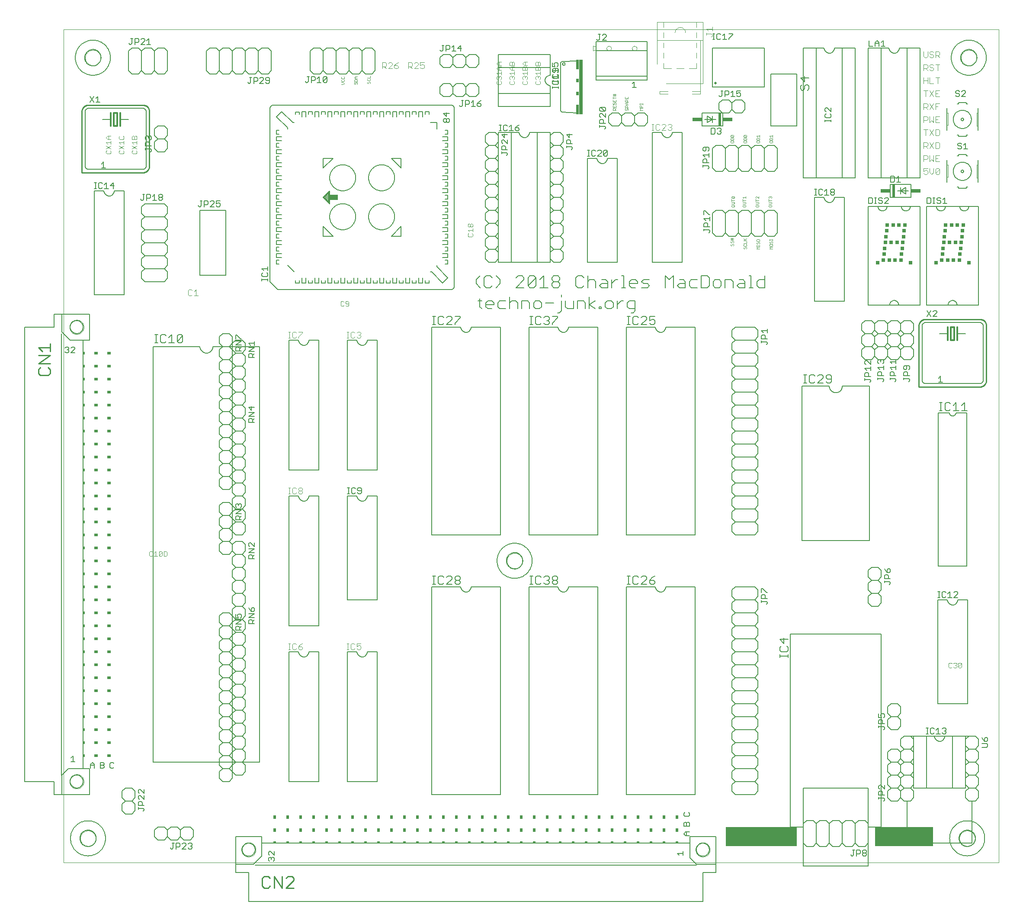
<source format=gto>
G75*
%MOIN*%
%OFA0B0*%
%FSLAX24Y24*%
%IPPOS*%
%LPD*%
%AMOC8*
5,1,8,0,0,1.08239X$1,22.5*
%
%ADD10C,0.0000*%
%ADD11C,0.0040*%
%ADD12C,0.0080*%
%ADD13C,0.0020*%
%ADD14R,0.5500X0.1500*%
%ADD15R,0.4500X0.1500*%
%ADD16C,0.0060*%
%ADD17C,0.0050*%
%ADD18R,0.0750X0.0400*%
%ADD19R,0.0150X0.0700*%
%ADD20R,0.0100X0.0500*%
%ADD21R,0.0100X0.0300*%
%ADD22R,0.0100X0.0100*%
%ADD23R,0.0050X0.0100*%
%ADD24R,0.0050X0.0050*%
%ADD25C,0.0070*%
%ADD26C,0.0100*%
%ADD27R,0.0150X0.0200*%
%ADD28R,0.0300X0.0200*%
%ADD29C,0.0120*%
%ADD30R,0.0200X0.1000*%
%ADD31R,0.0750X0.0300*%
%ADD32C,0.0200*%
%ADD33C,0.0039*%
%ADD34C,0.0030*%
%ADD35R,0.0250X0.0250*%
%ADD36R,0.0200X0.0150*%
%ADD37R,0.0200X0.0300*%
%ADD38R,0.0300X0.4200*%
%ADD39R,0.0200X0.0750*%
D10*
X003500Y003500D02*
X003500Y067673D01*
X075547Y067673D01*
X075547Y003500D01*
X003500Y003500D01*
X004784Y005375D02*
X004786Y005423D01*
X004792Y005471D01*
X004802Y005518D01*
X004815Y005564D01*
X004833Y005609D01*
X004853Y005653D01*
X004878Y005695D01*
X004906Y005734D01*
X004936Y005771D01*
X004970Y005805D01*
X005007Y005837D01*
X005045Y005866D01*
X005086Y005891D01*
X005129Y005913D01*
X005174Y005931D01*
X005220Y005945D01*
X005267Y005956D01*
X005315Y005963D01*
X005363Y005966D01*
X005411Y005965D01*
X005459Y005960D01*
X005507Y005951D01*
X005553Y005939D01*
X005598Y005922D01*
X005642Y005902D01*
X005684Y005879D01*
X005724Y005852D01*
X005762Y005822D01*
X005797Y005789D01*
X005829Y005753D01*
X005859Y005715D01*
X005885Y005674D01*
X005907Y005631D01*
X005927Y005587D01*
X005942Y005542D01*
X005954Y005495D01*
X005962Y005447D01*
X005966Y005399D01*
X005966Y005351D01*
X005962Y005303D01*
X005954Y005255D01*
X005942Y005208D01*
X005927Y005163D01*
X005907Y005119D01*
X005885Y005076D01*
X005859Y005035D01*
X005829Y004997D01*
X005797Y004961D01*
X005762Y004928D01*
X005724Y004898D01*
X005684Y004871D01*
X005642Y004848D01*
X005598Y004828D01*
X005553Y004811D01*
X005507Y004799D01*
X005459Y004790D01*
X005411Y004785D01*
X005363Y004784D01*
X005315Y004787D01*
X005267Y004794D01*
X005220Y004805D01*
X005174Y004819D01*
X005129Y004837D01*
X005086Y004859D01*
X005045Y004884D01*
X005007Y004913D01*
X004970Y004945D01*
X004936Y004979D01*
X004906Y005016D01*
X004878Y005055D01*
X004853Y005097D01*
X004833Y005141D01*
X004815Y005186D01*
X004802Y005232D01*
X004792Y005279D01*
X004786Y005327D01*
X004784Y005375D01*
X003949Y009750D02*
X003951Y009797D01*
X003957Y009843D01*
X003967Y009889D01*
X003980Y009934D01*
X003998Y009977D01*
X004019Y010019D01*
X004043Y010059D01*
X004071Y010096D01*
X004102Y010131D01*
X004136Y010164D01*
X004172Y010193D01*
X004211Y010219D01*
X004252Y010242D01*
X004295Y010261D01*
X004339Y010277D01*
X004384Y010289D01*
X004430Y010297D01*
X004477Y010301D01*
X004523Y010301D01*
X004570Y010297D01*
X004616Y010289D01*
X004661Y010277D01*
X004705Y010261D01*
X004748Y010242D01*
X004789Y010219D01*
X004828Y010193D01*
X004864Y010164D01*
X004898Y010131D01*
X004929Y010096D01*
X004957Y010059D01*
X004981Y010019D01*
X005002Y009977D01*
X005020Y009934D01*
X005033Y009889D01*
X005043Y009843D01*
X005049Y009797D01*
X005051Y009750D01*
X005049Y009703D01*
X005043Y009657D01*
X005033Y009611D01*
X005020Y009566D01*
X005002Y009523D01*
X004981Y009481D01*
X004957Y009441D01*
X004929Y009404D01*
X004898Y009369D01*
X004864Y009336D01*
X004828Y009307D01*
X004789Y009281D01*
X004748Y009258D01*
X004705Y009239D01*
X004661Y009223D01*
X004616Y009211D01*
X004570Y009203D01*
X004523Y009199D01*
X004477Y009199D01*
X004430Y009203D01*
X004384Y009211D01*
X004339Y009223D01*
X004295Y009239D01*
X004252Y009258D01*
X004211Y009281D01*
X004172Y009307D01*
X004136Y009336D01*
X004102Y009369D01*
X004071Y009404D01*
X004043Y009441D01*
X004019Y009481D01*
X003998Y009523D01*
X003980Y009566D01*
X003967Y009611D01*
X003957Y009657D01*
X003951Y009703D01*
X003949Y009750D01*
X017199Y004500D02*
X017201Y004547D01*
X017207Y004593D01*
X017217Y004639D01*
X017230Y004684D01*
X017248Y004727D01*
X017269Y004769D01*
X017293Y004809D01*
X017321Y004846D01*
X017352Y004881D01*
X017386Y004914D01*
X017422Y004943D01*
X017461Y004969D01*
X017502Y004992D01*
X017545Y005011D01*
X017589Y005027D01*
X017634Y005039D01*
X017680Y005047D01*
X017727Y005051D01*
X017773Y005051D01*
X017820Y005047D01*
X017866Y005039D01*
X017911Y005027D01*
X017955Y005011D01*
X017998Y004992D01*
X018039Y004969D01*
X018078Y004943D01*
X018114Y004914D01*
X018148Y004881D01*
X018179Y004846D01*
X018207Y004809D01*
X018231Y004769D01*
X018252Y004727D01*
X018270Y004684D01*
X018283Y004639D01*
X018293Y004593D01*
X018299Y004547D01*
X018301Y004500D01*
X018299Y004453D01*
X018293Y004407D01*
X018283Y004361D01*
X018270Y004316D01*
X018252Y004273D01*
X018231Y004231D01*
X018207Y004191D01*
X018179Y004154D01*
X018148Y004119D01*
X018114Y004086D01*
X018078Y004057D01*
X018039Y004031D01*
X017998Y004008D01*
X017955Y003989D01*
X017911Y003973D01*
X017866Y003961D01*
X017820Y003953D01*
X017773Y003949D01*
X017727Y003949D01*
X017680Y003953D01*
X017634Y003961D01*
X017589Y003973D01*
X017545Y003989D01*
X017502Y004008D01*
X017461Y004031D01*
X017422Y004057D01*
X017386Y004086D01*
X017352Y004119D01*
X017321Y004154D01*
X017293Y004191D01*
X017269Y004231D01*
X017248Y004273D01*
X017230Y004316D01*
X017217Y004361D01*
X017207Y004407D01*
X017201Y004453D01*
X017199Y004500D01*
X037659Y026750D02*
X037661Y026798D01*
X037667Y026846D01*
X037677Y026893D01*
X037690Y026939D01*
X037708Y026984D01*
X037728Y027028D01*
X037753Y027070D01*
X037781Y027109D01*
X037811Y027146D01*
X037845Y027180D01*
X037882Y027212D01*
X037920Y027241D01*
X037961Y027266D01*
X038004Y027288D01*
X038049Y027306D01*
X038095Y027320D01*
X038142Y027331D01*
X038190Y027338D01*
X038238Y027341D01*
X038286Y027340D01*
X038334Y027335D01*
X038382Y027326D01*
X038428Y027314D01*
X038473Y027297D01*
X038517Y027277D01*
X038559Y027254D01*
X038599Y027227D01*
X038637Y027197D01*
X038672Y027164D01*
X038704Y027128D01*
X038734Y027090D01*
X038760Y027049D01*
X038782Y027006D01*
X038802Y026962D01*
X038817Y026917D01*
X038829Y026870D01*
X038837Y026822D01*
X038841Y026774D01*
X038841Y026726D01*
X038837Y026678D01*
X038829Y026630D01*
X038817Y026583D01*
X038802Y026538D01*
X038782Y026494D01*
X038760Y026451D01*
X038734Y026410D01*
X038704Y026372D01*
X038672Y026336D01*
X038637Y026303D01*
X038599Y026273D01*
X038559Y026246D01*
X038517Y026223D01*
X038473Y026203D01*
X038428Y026186D01*
X038382Y026174D01*
X038334Y026165D01*
X038286Y026160D01*
X038238Y026159D01*
X038190Y026162D01*
X038142Y026169D01*
X038095Y026180D01*
X038049Y026194D01*
X038004Y026212D01*
X037961Y026234D01*
X037920Y026259D01*
X037882Y026288D01*
X037845Y026320D01*
X037811Y026354D01*
X037781Y026391D01*
X037753Y026430D01*
X037728Y026472D01*
X037708Y026516D01*
X037690Y026561D01*
X037677Y026607D01*
X037667Y026654D01*
X037661Y026702D01*
X037659Y026750D01*
X052199Y004500D02*
X052201Y004547D01*
X052207Y004593D01*
X052217Y004639D01*
X052230Y004684D01*
X052248Y004727D01*
X052269Y004769D01*
X052293Y004809D01*
X052321Y004846D01*
X052352Y004881D01*
X052386Y004914D01*
X052422Y004943D01*
X052461Y004969D01*
X052502Y004992D01*
X052545Y005011D01*
X052589Y005027D01*
X052634Y005039D01*
X052680Y005047D01*
X052727Y005051D01*
X052773Y005051D01*
X052820Y005047D01*
X052866Y005039D01*
X052911Y005027D01*
X052955Y005011D01*
X052998Y004992D01*
X053039Y004969D01*
X053078Y004943D01*
X053114Y004914D01*
X053148Y004881D01*
X053179Y004846D01*
X053207Y004809D01*
X053231Y004769D01*
X053252Y004727D01*
X053270Y004684D01*
X053283Y004639D01*
X053293Y004593D01*
X053299Y004547D01*
X053301Y004500D01*
X053299Y004453D01*
X053293Y004407D01*
X053283Y004361D01*
X053270Y004316D01*
X053252Y004273D01*
X053231Y004231D01*
X053207Y004191D01*
X053179Y004154D01*
X053148Y004119D01*
X053114Y004086D01*
X053078Y004057D01*
X053039Y004031D01*
X052998Y004008D01*
X052955Y003989D01*
X052911Y003973D01*
X052866Y003961D01*
X052820Y003953D01*
X052773Y003949D01*
X052727Y003949D01*
X052680Y003953D01*
X052634Y003961D01*
X052589Y003973D01*
X052545Y003989D01*
X052502Y004008D01*
X052461Y004031D01*
X052422Y004057D01*
X052386Y004086D01*
X052352Y004119D01*
X052321Y004154D01*
X052293Y004191D01*
X052269Y004231D01*
X052248Y004273D01*
X052230Y004316D01*
X052217Y004361D01*
X052207Y004407D01*
X052201Y004453D01*
X052199Y004500D01*
X072534Y005375D02*
X072536Y005423D01*
X072542Y005471D01*
X072552Y005518D01*
X072565Y005564D01*
X072583Y005609D01*
X072603Y005653D01*
X072628Y005695D01*
X072656Y005734D01*
X072686Y005771D01*
X072720Y005805D01*
X072757Y005837D01*
X072795Y005866D01*
X072836Y005891D01*
X072879Y005913D01*
X072924Y005931D01*
X072970Y005945D01*
X073017Y005956D01*
X073065Y005963D01*
X073113Y005966D01*
X073161Y005965D01*
X073209Y005960D01*
X073257Y005951D01*
X073303Y005939D01*
X073348Y005922D01*
X073392Y005902D01*
X073434Y005879D01*
X073474Y005852D01*
X073512Y005822D01*
X073547Y005789D01*
X073579Y005753D01*
X073609Y005715D01*
X073635Y005674D01*
X073657Y005631D01*
X073677Y005587D01*
X073692Y005542D01*
X073704Y005495D01*
X073712Y005447D01*
X073716Y005399D01*
X073716Y005351D01*
X073712Y005303D01*
X073704Y005255D01*
X073692Y005208D01*
X073677Y005163D01*
X073657Y005119D01*
X073635Y005076D01*
X073609Y005035D01*
X073579Y004997D01*
X073547Y004961D01*
X073512Y004928D01*
X073474Y004898D01*
X073434Y004871D01*
X073392Y004848D01*
X073348Y004828D01*
X073303Y004811D01*
X073257Y004799D01*
X073209Y004790D01*
X073161Y004785D01*
X073113Y004784D01*
X073065Y004787D01*
X073017Y004794D01*
X072970Y004805D01*
X072924Y004819D01*
X072879Y004837D01*
X072836Y004859D01*
X072795Y004884D01*
X072757Y004913D01*
X072720Y004945D01*
X072686Y004979D01*
X072656Y005016D01*
X072628Y005055D01*
X072603Y005097D01*
X072583Y005141D01*
X072565Y005186D01*
X072552Y005232D01*
X072542Y005279D01*
X072536Y005327D01*
X072534Y005375D01*
X072659Y065500D02*
X072661Y065548D01*
X072667Y065596D01*
X072677Y065643D01*
X072690Y065689D01*
X072708Y065734D01*
X072728Y065778D01*
X072753Y065820D01*
X072781Y065859D01*
X072811Y065896D01*
X072845Y065930D01*
X072882Y065962D01*
X072920Y065991D01*
X072961Y066016D01*
X073004Y066038D01*
X073049Y066056D01*
X073095Y066070D01*
X073142Y066081D01*
X073190Y066088D01*
X073238Y066091D01*
X073286Y066090D01*
X073334Y066085D01*
X073382Y066076D01*
X073428Y066064D01*
X073473Y066047D01*
X073517Y066027D01*
X073559Y066004D01*
X073599Y065977D01*
X073637Y065947D01*
X073672Y065914D01*
X073704Y065878D01*
X073734Y065840D01*
X073760Y065799D01*
X073782Y065756D01*
X073802Y065712D01*
X073817Y065667D01*
X073829Y065620D01*
X073837Y065572D01*
X073841Y065524D01*
X073841Y065476D01*
X073837Y065428D01*
X073829Y065380D01*
X073817Y065333D01*
X073802Y065288D01*
X073782Y065244D01*
X073760Y065201D01*
X073734Y065160D01*
X073704Y065122D01*
X073672Y065086D01*
X073637Y065053D01*
X073599Y065023D01*
X073559Y064996D01*
X073517Y064973D01*
X073473Y064953D01*
X073428Y064936D01*
X073382Y064924D01*
X073334Y064915D01*
X073286Y064910D01*
X073238Y064909D01*
X073190Y064912D01*
X073142Y064919D01*
X073095Y064930D01*
X073049Y064944D01*
X073004Y064962D01*
X072961Y064984D01*
X072920Y065009D01*
X072882Y065038D01*
X072845Y065070D01*
X072811Y065104D01*
X072781Y065141D01*
X072753Y065180D01*
X072728Y065222D01*
X072708Y065266D01*
X072690Y065311D01*
X072677Y065357D01*
X072667Y065404D01*
X072661Y065452D01*
X072659Y065500D01*
X005159Y065500D02*
X005161Y065548D01*
X005167Y065596D01*
X005177Y065643D01*
X005190Y065689D01*
X005208Y065734D01*
X005228Y065778D01*
X005253Y065820D01*
X005281Y065859D01*
X005311Y065896D01*
X005345Y065930D01*
X005382Y065962D01*
X005420Y065991D01*
X005461Y066016D01*
X005504Y066038D01*
X005549Y066056D01*
X005595Y066070D01*
X005642Y066081D01*
X005690Y066088D01*
X005738Y066091D01*
X005786Y066090D01*
X005834Y066085D01*
X005882Y066076D01*
X005928Y066064D01*
X005973Y066047D01*
X006017Y066027D01*
X006059Y066004D01*
X006099Y065977D01*
X006137Y065947D01*
X006172Y065914D01*
X006204Y065878D01*
X006234Y065840D01*
X006260Y065799D01*
X006282Y065756D01*
X006302Y065712D01*
X006317Y065667D01*
X006329Y065620D01*
X006337Y065572D01*
X006341Y065524D01*
X006341Y065476D01*
X006337Y065428D01*
X006329Y065380D01*
X006317Y065333D01*
X006302Y065288D01*
X006282Y065244D01*
X006260Y065201D01*
X006234Y065160D01*
X006204Y065122D01*
X006172Y065086D01*
X006137Y065053D01*
X006099Y065023D01*
X006059Y064996D01*
X006017Y064973D01*
X005973Y064953D01*
X005928Y064936D01*
X005882Y064924D01*
X005834Y064915D01*
X005786Y064910D01*
X005738Y064909D01*
X005690Y064912D01*
X005642Y064919D01*
X005595Y064930D01*
X005549Y064944D01*
X005504Y064962D01*
X005461Y064984D01*
X005420Y065009D01*
X005382Y065038D01*
X005345Y065070D01*
X005311Y065104D01*
X005281Y065141D01*
X005253Y065180D01*
X005228Y065222D01*
X005208Y065266D01*
X005190Y065311D01*
X005177Y065357D01*
X005167Y065404D01*
X005161Y065452D01*
X005159Y065500D01*
X003949Y044750D02*
X003951Y044797D01*
X003957Y044843D01*
X003967Y044889D01*
X003980Y044934D01*
X003998Y044977D01*
X004019Y045019D01*
X004043Y045059D01*
X004071Y045096D01*
X004102Y045131D01*
X004136Y045164D01*
X004172Y045193D01*
X004211Y045219D01*
X004252Y045242D01*
X004295Y045261D01*
X004339Y045277D01*
X004384Y045289D01*
X004430Y045297D01*
X004477Y045301D01*
X004523Y045301D01*
X004570Y045297D01*
X004616Y045289D01*
X004661Y045277D01*
X004705Y045261D01*
X004748Y045242D01*
X004789Y045219D01*
X004828Y045193D01*
X004864Y045164D01*
X004898Y045131D01*
X004929Y045096D01*
X004957Y045059D01*
X004981Y045019D01*
X005002Y044977D01*
X005020Y044934D01*
X005033Y044889D01*
X005043Y044843D01*
X005049Y044797D01*
X005051Y044750D01*
X005049Y044703D01*
X005043Y044657D01*
X005033Y044611D01*
X005020Y044566D01*
X005002Y044523D01*
X004981Y044481D01*
X004957Y044441D01*
X004929Y044404D01*
X004898Y044369D01*
X004864Y044336D01*
X004828Y044307D01*
X004789Y044281D01*
X004748Y044258D01*
X004705Y044239D01*
X004661Y044223D01*
X004616Y044211D01*
X004570Y044203D01*
X004523Y044199D01*
X004477Y044199D01*
X004430Y044203D01*
X004384Y044211D01*
X004339Y044223D01*
X004295Y044239D01*
X004252Y044258D01*
X004211Y044281D01*
X004172Y044307D01*
X004136Y044336D01*
X004102Y044369D01*
X004071Y044404D01*
X004043Y044441D01*
X004019Y044481D01*
X003998Y044523D01*
X003980Y044566D01*
X003967Y044611D01*
X003957Y044657D01*
X003951Y044703D01*
X003949Y044750D01*
D11*
X013083Y047252D02*
X013160Y047176D01*
X013313Y047176D01*
X013390Y047252D01*
X013543Y047176D02*
X013850Y047176D01*
X013697Y047176D02*
X013697Y047636D01*
X013543Y047482D01*
X013390Y047559D02*
X013313Y047636D01*
X013160Y047636D01*
X013083Y047559D01*
X013083Y047252D01*
X020820Y044380D02*
X020973Y044380D01*
X020897Y044380D02*
X020897Y043920D01*
X020973Y043920D02*
X020820Y043920D01*
X021127Y043997D02*
X021204Y043920D01*
X021357Y043920D01*
X021434Y043997D01*
X021587Y043997D02*
X021587Y043920D01*
X021587Y043997D02*
X021894Y044304D01*
X021894Y044380D01*
X021587Y044380D01*
X021434Y044304D02*
X021357Y044380D01*
X021204Y044380D01*
X021127Y044304D01*
X021127Y043997D01*
X025320Y043920D02*
X025473Y043920D01*
X025397Y043920D02*
X025397Y044380D01*
X025473Y044380D02*
X025320Y044380D01*
X025627Y044304D02*
X025627Y043997D01*
X025704Y043920D01*
X025857Y043920D01*
X025934Y043997D01*
X026087Y043997D02*
X026164Y043920D01*
X026318Y043920D01*
X026394Y043997D01*
X026394Y044073D01*
X026318Y044150D01*
X026241Y044150D01*
X026318Y044150D02*
X026394Y044227D01*
X026394Y044304D01*
X026318Y044380D01*
X026164Y044380D01*
X026087Y044304D01*
X025934Y044304D02*
X025857Y044380D01*
X025704Y044380D01*
X025627Y044304D01*
X021818Y032380D02*
X021894Y032304D01*
X021894Y032227D01*
X021818Y032150D01*
X021664Y032150D01*
X021587Y032227D01*
X021587Y032304D01*
X021664Y032380D01*
X021818Y032380D01*
X021818Y032150D02*
X021894Y032073D01*
X021894Y031997D01*
X021818Y031920D01*
X021664Y031920D01*
X021587Y031997D01*
X021587Y032073D01*
X021664Y032150D01*
X021434Y031997D02*
X021357Y031920D01*
X021204Y031920D01*
X021127Y031997D01*
X021127Y032304D01*
X021204Y032380D01*
X021357Y032380D01*
X021434Y032304D01*
X020973Y032380D02*
X020820Y032380D01*
X020897Y032380D02*
X020897Y031920D01*
X020973Y031920D02*
X020820Y031920D01*
X020820Y020380D02*
X020973Y020380D01*
X020897Y020380D02*
X020897Y019920D01*
X020973Y019920D02*
X020820Y019920D01*
X021127Y019997D02*
X021204Y019920D01*
X021357Y019920D01*
X021434Y019997D01*
X021587Y019997D02*
X021664Y019920D01*
X021818Y019920D01*
X021894Y019997D01*
X021894Y020073D01*
X021818Y020150D01*
X021587Y020150D01*
X021587Y019997D01*
X021587Y020150D02*
X021741Y020304D01*
X021894Y020380D01*
X021434Y020304D02*
X021357Y020380D01*
X021204Y020380D01*
X021127Y020304D01*
X021127Y019997D01*
X025320Y019920D02*
X025473Y019920D01*
X025397Y019920D02*
X025397Y020380D01*
X025473Y020380D02*
X025320Y020380D01*
X025627Y020304D02*
X025627Y019997D01*
X025704Y019920D01*
X025857Y019920D01*
X025934Y019997D01*
X026087Y019997D02*
X026164Y019920D01*
X026318Y019920D01*
X026394Y019997D01*
X026394Y020150D01*
X026318Y020227D01*
X026241Y020227D01*
X026087Y020150D01*
X026087Y020380D01*
X026394Y020380D01*
X025934Y020304D02*
X025857Y020380D01*
X025704Y020380D01*
X025627Y020304D01*
X048820Y059920D02*
X048973Y059920D01*
X048897Y059920D02*
X048897Y060380D01*
X048973Y060380D02*
X048820Y060380D01*
X049127Y060304D02*
X049127Y059997D01*
X049204Y059920D01*
X049357Y059920D01*
X049434Y059997D01*
X049587Y059920D02*
X049894Y060227D01*
X049894Y060304D01*
X049818Y060380D01*
X049664Y060380D01*
X049587Y060304D01*
X049434Y060304D02*
X049357Y060380D01*
X049204Y060380D01*
X049127Y060304D01*
X049587Y059920D02*
X049894Y059920D01*
X050048Y059997D02*
X050124Y059920D01*
X050278Y059920D01*
X050355Y059997D01*
X050355Y060073D01*
X050278Y060150D01*
X050201Y060150D01*
X050278Y060150D02*
X050355Y060227D01*
X050355Y060304D01*
X050278Y060380D01*
X050124Y060380D01*
X050048Y060304D01*
X053020Y067253D02*
X053020Y067406D01*
X053020Y067329D02*
X053403Y067329D01*
X053480Y067253D01*
X053480Y067176D01*
X053403Y067099D01*
X053480Y067560D02*
X053480Y067867D01*
X053480Y067713D02*
X053020Y067713D01*
X053173Y067560D01*
X069770Y065980D02*
X069770Y065597D01*
X069847Y065520D01*
X070000Y065520D01*
X070077Y065597D01*
X070077Y065980D01*
X070230Y065904D02*
X070230Y065827D01*
X070307Y065750D01*
X070461Y065750D01*
X070537Y065673D01*
X070537Y065597D01*
X070461Y065520D01*
X070307Y065520D01*
X070230Y065597D01*
X070230Y065904D02*
X070307Y065980D01*
X070461Y065980D01*
X070537Y065904D01*
X070691Y065980D02*
X070921Y065980D01*
X070998Y065904D01*
X070998Y065750D01*
X070921Y065673D01*
X070691Y065673D01*
X070691Y065520D02*
X070691Y065980D01*
X070844Y065673D02*
X070998Y065520D01*
X070998Y064980D02*
X070691Y064980D01*
X070844Y064980D02*
X070844Y064520D01*
X070537Y064597D02*
X070461Y064520D01*
X070307Y064520D01*
X070230Y064597D01*
X070077Y064520D02*
X069923Y064673D01*
X070000Y064673D02*
X069770Y064673D01*
X069770Y064520D02*
X069770Y064980D01*
X070000Y064980D01*
X070077Y064904D01*
X070077Y064750D01*
X070000Y064673D01*
X070230Y064827D02*
X070307Y064750D01*
X070461Y064750D01*
X070537Y064673D01*
X070537Y064597D01*
X070537Y064904D02*
X070461Y064980D01*
X070307Y064980D01*
X070230Y064904D01*
X070230Y064827D01*
X070230Y063980D02*
X070230Y063520D01*
X070537Y063520D01*
X070844Y063520D02*
X070844Y063980D01*
X070691Y063980D02*
X070998Y063980D01*
X070077Y063980D02*
X070077Y063520D01*
X070077Y063750D02*
X069770Y063750D01*
X069770Y063520D02*
X069770Y063980D01*
X069770Y062980D02*
X070077Y062980D01*
X070230Y062980D02*
X070537Y062520D01*
X070691Y062520D02*
X070998Y062520D01*
X070844Y062750D02*
X070691Y062750D01*
X070691Y062980D02*
X070691Y062520D01*
X070691Y062980D02*
X070998Y062980D01*
X070537Y062980D02*
X070230Y062520D01*
X069923Y062520D02*
X069923Y062980D01*
X070000Y061980D02*
X070077Y061904D01*
X070077Y061750D01*
X070000Y061673D01*
X069770Y061673D01*
X069770Y061520D02*
X069770Y061980D01*
X070000Y061980D01*
X070230Y061980D02*
X070537Y061520D01*
X070691Y061520D02*
X070691Y061980D01*
X070998Y061980D01*
X070844Y061750D02*
X070691Y061750D01*
X070537Y061980D02*
X070230Y061520D01*
X070077Y061520D02*
X069923Y061673D01*
X070000Y060980D02*
X070077Y060904D01*
X070077Y060750D01*
X070000Y060673D01*
X069770Y060673D01*
X069770Y060520D02*
X069770Y060980D01*
X070000Y060980D01*
X070230Y060980D02*
X070230Y060520D01*
X070384Y060673D01*
X070537Y060520D01*
X070537Y060980D01*
X070691Y060980D02*
X070691Y060520D01*
X070998Y060520D01*
X070844Y060750D02*
X070691Y060750D01*
X070691Y060980D02*
X070998Y060980D01*
X070921Y059980D02*
X070691Y059980D01*
X070691Y059520D01*
X070921Y059520D01*
X070998Y059597D01*
X070998Y059904D01*
X070921Y059980D01*
X070537Y059980D02*
X070230Y059520D01*
X069923Y059520D02*
X069923Y059980D01*
X069770Y059980D02*
X070077Y059980D01*
X070230Y059980D02*
X070537Y059520D01*
X070537Y058980D02*
X070230Y058520D01*
X070077Y058520D02*
X069923Y058673D01*
X070000Y058673D02*
X069770Y058673D01*
X069770Y058520D02*
X069770Y058980D01*
X070000Y058980D01*
X070077Y058904D01*
X070077Y058750D01*
X070000Y058673D01*
X070230Y058980D02*
X070537Y058520D01*
X070691Y058520D02*
X070921Y058520D01*
X070998Y058597D01*
X070998Y058904D01*
X070921Y058980D01*
X070691Y058980D01*
X070691Y058520D01*
X070691Y057980D02*
X070691Y057520D01*
X070998Y057520D01*
X070844Y057750D02*
X070691Y057750D01*
X070691Y057980D02*
X070998Y057980D01*
X070537Y057980D02*
X070537Y057520D01*
X070384Y057673D01*
X070230Y057520D01*
X070230Y057980D01*
X070077Y057904D02*
X070077Y057750D01*
X070000Y057673D01*
X069770Y057673D01*
X069770Y057520D02*
X069770Y057980D01*
X070000Y057980D01*
X070077Y057904D01*
X070077Y056980D02*
X069770Y056980D01*
X069770Y056750D01*
X069923Y056827D01*
X070000Y056827D01*
X070077Y056750D01*
X070077Y056597D01*
X070000Y056520D01*
X069847Y056520D01*
X069770Y056597D01*
X070230Y056673D02*
X070384Y056520D01*
X070537Y056673D01*
X070537Y056980D01*
X070691Y056904D02*
X070768Y056980D01*
X070921Y056980D01*
X070998Y056904D01*
X070691Y056597D01*
X070768Y056520D01*
X070921Y056520D01*
X070998Y056597D01*
X070998Y056904D01*
X070691Y056904D02*
X070691Y056597D01*
X070230Y056673D02*
X070230Y056980D01*
X031279Y064747D02*
X031202Y064670D01*
X031049Y064670D01*
X030972Y064747D01*
X030972Y064900D02*
X031126Y064977D01*
X031202Y064977D01*
X031279Y064900D01*
X031279Y064747D01*
X030972Y064900D02*
X030972Y065130D01*
X031279Y065130D01*
X030819Y065054D02*
X030742Y065130D01*
X030588Y065130D01*
X030512Y065054D01*
X030358Y065054D02*
X030358Y064900D01*
X030282Y064823D01*
X030051Y064823D01*
X030051Y064670D02*
X030051Y065130D01*
X030282Y065130D01*
X030358Y065054D01*
X030205Y064823D02*
X030358Y064670D01*
X030512Y064670D02*
X030819Y064977D01*
X030819Y065054D01*
X030819Y064670D02*
X030512Y064670D01*
X029279Y064747D02*
X029279Y064823D01*
X029202Y064900D01*
X028972Y064900D01*
X028972Y064747D01*
X029049Y064670D01*
X029202Y064670D01*
X029279Y064747D01*
X029126Y065054D02*
X028972Y064900D01*
X028819Y064977D02*
X028819Y065054D01*
X028742Y065130D01*
X028588Y065130D01*
X028512Y065054D01*
X028358Y065054D02*
X028358Y064900D01*
X028282Y064823D01*
X028051Y064823D01*
X028051Y064670D02*
X028051Y065130D01*
X028282Y065130D01*
X028358Y065054D01*
X028205Y064823D02*
X028358Y064670D01*
X028512Y064670D02*
X028819Y064977D01*
X028819Y064670D02*
X028512Y064670D01*
X029126Y065054D02*
X029279Y065130D01*
D12*
X035597Y048711D02*
X035290Y048404D01*
X035290Y048097D01*
X035597Y047790D01*
X035904Y047943D02*
X036057Y047790D01*
X036364Y047790D01*
X036518Y047943D01*
X036825Y047790D02*
X037132Y048097D01*
X037132Y048404D01*
X036825Y048711D01*
X036518Y048557D02*
X036364Y048711D01*
X036057Y048711D01*
X035904Y048557D01*
X035904Y047943D01*
X035568Y046932D02*
X035568Y046318D01*
X035722Y046165D01*
X036029Y046318D02*
X036029Y046625D01*
X036182Y046779D01*
X036489Y046779D01*
X036643Y046625D01*
X036643Y046472D01*
X036029Y046472D01*
X036029Y046318D02*
X036182Y046165D01*
X036489Y046165D01*
X036950Y046318D02*
X037103Y046165D01*
X037564Y046165D01*
X037870Y046165D02*
X037870Y047086D01*
X038024Y046779D02*
X038331Y046779D01*
X038484Y046625D01*
X038484Y046165D01*
X038791Y046165D02*
X038791Y046779D01*
X039252Y046779D01*
X039405Y046625D01*
X039405Y046165D01*
X039712Y046318D02*
X039865Y046165D01*
X040172Y046165D01*
X040326Y046318D01*
X040326Y046625D01*
X040172Y046779D01*
X039865Y046779D01*
X039712Y046625D01*
X039712Y046318D01*
X040633Y046625D02*
X041247Y046625D01*
X041861Y046779D02*
X041861Y046012D01*
X041707Y045858D01*
X041554Y045858D01*
X042167Y046318D02*
X042167Y046779D01*
X041861Y047086D02*
X041861Y047239D01*
X041582Y047790D02*
X041736Y047943D01*
X041736Y048097D01*
X041582Y048250D01*
X041275Y048250D01*
X041122Y048404D01*
X041122Y048557D01*
X041275Y048711D01*
X041582Y048711D01*
X041736Y048557D01*
X041736Y048404D01*
X041582Y048250D01*
X041275Y048250D02*
X041122Y048097D01*
X041122Y047943D01*
X041275Y047790D01*
X041582Y047790D01*
X040815Y047790D02*
X040201Y047790D01*
X040508Y047790D02*
X040508Y048711D01*
X040201Y048404D01*
X039894Y048557D02*
X039280Y047943D01*
X039434Y047790D01*
X039740Y047790D01*
X039894Y047943D01*
X039894Y048557D01*
X039740Y048711D01*
X039434Y048711D01*
X039280Y048557D01*
X039280Y047943D01*
X038973Y047790D02*
X038359Y047790D01*
X038973Y048404D01*
X038973Y048557D01*
X038820Y048711D01*
X038513Y048711D01*
X038359Y048557D01*
X038024Y046779D02*
X037870Y046625D01*
X037564Y046779D02*
X037103Y046779D01*
X036950Y046625D01*
X036950Y046318D01*
X035722Y046779D02*
X035415Y046779D01*
X042167Y046318D02*
X042321Y046165D01*
X042781Y046165D01*
X042781Y046779D01*
X043088Y046779D02*
X043549Y046779D01*
X043702Y046625D01*
X043702Y046165D01*
X044009Y046165D02*
X044009Y047086D01*
X044469Y046779D02*
X044009Y046472D01*
X044469Y046165D01*
X044776Y046165D02*
X044930Y046165D01*
X044930Y046318D01*
X044776Y046318D01*
X044776Y046165D01*
X045237Y046318D02*
X045390Y046165D01*
X045697Y046165D01*
X045851Y046318D01*
X045851Y046625D01*
X045697Y046779D01*
X045390Y046779D01*
X045237Y046625D01*
X045237Y046318D01*
X046158Y046165D02*
X046158Y046779D01*
X046464Y046779D02*
X046618Y046779D01*
X046464Y046779D02*
X046158Y046472D01*
X046925Y046625D02*
X046925Y046318D01*
X047078Y046165D01*
X047539Y046165D01*
X047539Y046012D02*
X047539Y046779D01*
X047078Y046779D01*
X046925Y046625D01*
X047232Y045858D02*
X047385Y045858D01*
X047539Y046012D01*
X047567Y047790D02*
X047260Y047790D01*
X047107Y047943D01*
X047107Y048250D01*
X047260Y048404D01*
X047567Y048404D01*
X047721Y048250D01*
X047721Y048097D01*
X047107Y048097D01*
X046800Y047790D02*
X046493Y047790D01*
X046646Y047790D02*
X046646Y048711D01*
X046493Y048711D01*
X046186Y048404D02*
X046033Y048404D01*
X045726Y048097D01*
X045726Y047790D02*
X045726Y048404D01*
X045419Y048250D02*
X045419Y047790D01*
X044958Y047790D01*
X044805Y047943D01*
X044958Y048097D01*
X045419Y048097D01*
X045419Y048250D02*
X045265Y048404D01*
X044958Y048404D01*
X044498Y048250D02*
X044498Y047790D01*
X044498Y048250D02*
X044344Y048404D01*
X044037Y048404D01*
X043884Y048250D01*
X043577Y047943D02*
X043424Y047790D01*
X043117Y047790D01*
X042963Y047943D01*
X042963Y048557D01*
X043117Y048711D01*
X043424Y048711D01*
X043577Y048557D01*
X043884Y048711D02*
X043884Y047790D01*
X043088Y046779D02*
X043088Y046165D01*
X048028Y047790D02*
X048488Y047790D01*
X048641Y047943D01*
X048488Y048097D01*
X048181Y048097D01*
X048028Y048250D01*
X048181Y048404D01*
X048641Y048404D01*
X049869Y048711D02*
X049869Y047790D01*
X050483Y047790D02*
X050483Y048711D01*
X050176Y048404D01*
X049869Y048711D01*
X050943Y048404D02*
X051250Y048404D01*
X051404Y048250D01*
X051404Y047790D01*
X050943Y047790D01*
X050790Y047943D01*
X050943Y048097D01*
X051404Y048097D01*
X051711Y048250D02*
X051711Y047943D01*
X051864Y047790D01*
X052325Y047790D01*
X052631Y047790D02*
X053092Y047790D01*
X053245Y047943D01*
X053245Y048557D01*
X053092Y048711D01*
X052631Y048711D01*
X052631Y047790D01*
X052325Y048404D02*
X051864Y048404D01*
X051711Y048250D01*
X053552Y048250D02*
X053552Y047943D01*
X053706Y047790D01*
X054013Y047790D01*
X054166Y047943D01*
X054166Y048250D01*
X054013Y048404D01*
X053706Y048404D01*
X053552Y048250D01*
X054473Y048404D02*
X054473Y047790D01*
X054473Y048404D02*
X054933Y048404D01*
X055087Y048250D01*
X055087Y047790D01*
X055394Y047943D02*
X055547Y048097D01*
X056008Y048097D01*
X056008Y048250D02*
X056008Y047790D01*
X055547Y047790D01*
X055394Y047943D01*
X055547Y048404D02*
X055854Y048404D01*
X056008Y048250D01*
X056315Y047790D02*
X056622Y047790D01*
X056468Y047790D02*
X056468Y048711D01*
X056315Y048711D01*
X056928Y048250D02*
X057082Y048404D01*
X057542Y048404D01*
X057542Y048711D02*
X057542Y047790D01*
X057082Y047790D01*
X056928Y047943D01*
X056928Y048250D01*
X058000Y060250D02*
X058000Y064250D01*
X060000Y064250D01*
X060000Y060250D01*
X058000Y060250D01*
X072620Y065500D02*
X072622Y065550D01*
X072628Y065600D01*
X072638Y065649D01*
X072652Y065697D01*
X072669Y065744D01*
X072690Y065789D01*
X072715Y065833D01*
X072743Y065874D01*
X072775Y065913D01*
X072809Y065950D01*
X072846Y065984D01*
X072886Y066014D01*
X072928Y066041D01*
X072972Y066065D01*
X073018Y066086D01*
X073065Y066102D01*
X073113Y066115D01*
X073163Y066124D01*
X073212Y066129D01*
X073263Y066130D01*
X073313Y066127D01*
X073362Y066120D01*
X073411Y066109D01*
X073459Y066094D01*
X073505Y066076D01*
X073550Y066054D01*
X073593Y066028D01*
X073634Y065999D01*
X073673Y065967D01*
X073709Y065932D01*
X073741Y065894D01*
X073771Y065854D01*
X073798Y065811D01*
X073821Y065767D01*
X073840Y065721D01*
X073856Y065673D01*
X073868Y065624D01*
X073876Y065575D01*
X073880Y065525D01*
X073880Y065475D01*
X073876Y065425D01*
X073868Y065376D01*
X073856Y065327D01*
X073840Y065279D01*
X073821Y065233D01*
X073798Y065189D01*
X073771Y065146D01*
X073741Y065106D01*
X073709Y065068D01*
X073673Y065033D01*
X073634Y065001D01*
X073593Y064972D01*
X073550Y064946D01*
X073505Y064924D01*
X073459Y064906D01*
X073411Y064891D01*
X073362Y064880D01*
X073313Y064873D01*
X073263Y064870D01*
X073212Y064871D01*
X073163Y064876D01*
X073113Y064885D01*
X073065Y064898D01*
X073018Y064914D01*
X072972Y064935D01*
X072928Y064959D01*
X072886Y064986D01*
X072846Y065016D01*
X072809Y065050D01*
X072775Y065087D01*
X072743Y065126D01*
X072715Y065167D01*
X072690Y065211D01*
X072669Y065256D01*
X072652Y065303D01*
X072638Y065351D01*
X072628Y065400D01*
X072622Y065450D01*
X072620Y065500D01*
X037620Y026750D02*
X037622Y026800D01*
X037628Y026850D01*
X037638Y026899D01*
X037652Y026947D01*
X037669Y026994D01*
X037690Y027039D01*
X037715Y027083D01*
X037743Y027124D01*
X037775Y027163D01*
X037809Y027200D01*
X037846Y027234D01*
X037886Y027264D01*
X037928Y027291D01*
X037972Y027315D01*
X038018Y027336D01*
X038065Y027352D01*
X038113Y027365D01*
X038163Y027374D01*
X038212Y027379D01*
X038263Y027380D01*
X038313Y027377D01*
X038362Y027370D01*
X038411Y027359D01*
X038459Y027344D01*
X038505Y027326D01*
X038550Y027304D01*
X038593Y027278D01*
X038634Y027249D01*
X038673Y027217D01*
X038709Y027182D01*
X038741Y027144D01*
X038771Y027104D01*
X038798Y027061D01*
X038821Y027017D01*
X038840Y026971D01*
X038856Y026923D01*
X038868Y026874D01*
X038876Y026825D01*
X038880Y026775D01*
X038880Y026725D01*
X038876Y026675D01*
X038868Y026626D01*
X038856Y026577D01*
X038840Y026529D01*
X038821Y026483D01*
X038798Y026439D01*
X038771Y026396D01*
X038741Y026356D01*
X038709Y026318D01*
X038673Y026283D01*
X038634Y026251D01*
X038593Y026222D01*
X038550Y026196D01*
X038505Y026174D01*
X038459Y026156D01*
X038411Y026141D01*
X038362Y026130D01*
X038313Y026123D01*
X038263Y026120D01*
X038212Y026121D01*
X038163Y026126D01*
X038113Y026135D01*
X038065Y026148D01*
X038018Y026164D01*
X037972Y026185D01*
X037928Y026209D01*
X037886Y026236D01*
X037846Y026266D01*
X037809Y026300D01*
X037775Y026337D01*
X037743Y026376D01*
X037715Y026417D01*
X037690Y026461D01*
X037669Y026506D01*
X037652Y026553D01*
X037638Y026601D01*
X037628Y026650D01*
X037622Y026700D01*
X037620Y026750D01*
X004745Y005375D02*
X004747Y005425D01*
X004753Y005475D01*
X004763Y005524D01*
X004777Y005572D01*
X004794Y005619D01*
X004815Y005664D01*
X004840Y005708D01*
X004868Y005749D01*
X004900Y005788D01*
X004934Y005825D01*
X004971Y005859D01*
X005011Y005889D01*
X005053Y005916D01*
X005097Y005940D01*
X005143Y005961D01*
X005190Y005977D01*
X005238Y005990D01*
X005288Y005999D01*
X005337Y006004D01*
X005388Y006005D01*
X005438Y006002D01*
X005487Y005995D01*
X005536Y005984D01*
X005584Y005969D01*
X005630Y005951D01*
X005675Y005929D01*
X005718Y005903D01*
X005759Y005874D01*
X005798Y005842D01*
X005834Y005807D01*
X005866Y005769D01*
X005896Y005729D01*
X005923Y005686D01*
X005946Y005642D01*
X005965Y005596D01*
X005981Y005548D01*
X005993Y005499D01*
X006001Y005450D01*
X006005Y005400D01*
X006005Y005350D01*
X006001Y005300D01*
X005993Y005251D01*
X005981Y005202D01*
X005965Y005154D01*
X005946Y005108D01*
X005923Y005064D01*
X005896Y005021D01*
X005866Y004981D01*
X005834Y004943D01*
X005798Y004908D01*
X005759Y004876D01*
X005718Y004847D01*
X005675Y004821D01*
X005630Y004799D01*
X005584Y004781D01*
X005536Y004766D01*
X005487Y004755D01*
X005438Y004748D01*
X005388Y004745D01*
X005337Y004746D01*
X005288Y004751D01*
X005238Y004760D01*
X005190Y004773D01*
X005143Y004789D01*
X005097Y004810D01*
X005053Y004834D01*
X005011Y004861D01*
X004971Y004891D01*
X004934Y004925D01*
X004900Y004962D01*
X004868Y005001D01*
X004840Y005042D01*
X004815Y005086D01*
X004794Y005131D01*
X004777Y005178D01*
X004763Y005226D01*
X004753Y005275D01*
X004747Y005325D01*
X004745Y005375D01*
X005120Y065500D02*
X005122Y065550D01*
X005128Y065600D01*
X005138Y065649D01*
X005152Y065697D01*
X005169Y065744D01*
X005190Y065789D01*
X005215Y065833D01*
X005243Y065874D01*
X005275Y065913D01*
X005309Y065950D01*
X005346Y065984D01*
X005386Y066014D01*
X005428Y066041D01*
X005472Y066065D01*
X005518Y066086D01*
X005565Y066102D01*
X005613Y066115D01*
X005663Y066124D01*
X005712Y066129D01*
X005763Y066130D01*
X005813Y066127D01*
X005862Y066120D01*
X005911Y066109D01*
X005959Y066094D01*
X006005Y066076D01*
X006050Y066054D01*
X006093Y066028D01*
X006134Y065999D01*
X006173Y065967D01*
X006209Y065932D01*
X006241Y065894D01*
X006271Y065854D01*
X006298Y065811D01*
X006321Y065767D01*
X006340Y065721D01*
X006356Y065673D01*
X006368Y065624D01*
X006376Y065575D01*
X006380Y065525D01*
X006380Y065475D01*
X006376Y065425D01*
X006368Y065376D01*
X006356Y065327D01*
X006340Y065279D01*
X006321Y065233D01*
X006298Y065189D01*
X006271Y065146D01*
X006241Y065106D01*
X006209Y065068D01*
X006173Y065033D01*
X006134Y065001D01*
X006093Y064972D01*
X006050Y064946D01*
X006005Y064924D01*
X005959Y064906D01*
X005911Y064891D01*
X005862Y064880D01*
X005813Y064873D01*
X005763Y064870D01*
X005712Y064871D01*
X005663Y064876D01*
X005613Y064885D01*
X005565Y064898D01*
X005518Y064914D01*
X005472Y064935D01*
X005428Y064959D01*
X005386Y064986D01*
X005346Y065016D01*
X005309Y065050D01*
X005275Y065087D01*
X005243Y065126D01*
X005215Y065167D01*
X005190Y065211D01*
X005169Y065256D01*
X005152Y065303D01*
X005138Y065351D01*
X005128Y065400D01*
X005122Y065450D01*
X005120Y065500D01*
X072495Y005375D02*
X072497Y005425D01*
X072503Y005475D01*
X072513Y005524D01*
X072527Y005572D01*
X072544Y005619D01*
X072565Y005664D01*
X072590Y005708D01*
X072618Y005749D01*
X072650Y005788D01*
X072684Y005825D01*
X072721Y005859D01*
X072761Y005889D01*
X072803Y005916D01*
X072847Y005940D01*
X072893Y005961D01*
X072940Y005977D01*
X072988Y005990D01*
X073038Y005999D01*
X073087Y006004D01*
X073138Y006005D01*
X073188Y006002D01*
X073237Y005995D01*
X073286Y005984D01*
X073334Y005969D01*
X073380Y005951D01*
X073425Y005929D01*
X073468Y005903D01*
X073509Y005874D01*
X073548Y005842D01*
X073584Y005807D01*
X073616Y005769D01*
X073646Y005729D01*
X073673Y005686D01*
X073696Y005642D01*
X073715Y005596D01*
X073731Y005548D01*
X073743Y005499D01*
X073751Y005450D01*
X073755Y005400D01*
X073755Y005350D01*
X073751Y005300D01*
X073743Y005251D01*
X073731Y005202D01*
X073715Y005154D01*
X073696Y005108D01*
X073673Y005064D01*
X073646Y005021D01*
X073616Y004981D01*
X073584Y004943D01*
X073548Y004908D01*
X073509Y004876D01*
X073468Y004847D01*
X073425Y004821D01*
X073380Y004799D01*
X073334Y004781D01*
X073286Y004766D01*
X073237Y004755D01*
X073188Y004748D01*
X073138Y004745D01*
X073087Y004746D01*
X073038Y004751D01*
X072988Y004760D01*
X072940Y004773D01*
X072893Y004789D01*
X072847Y004810D01*
X072803Y004834D01*
X072761Y004861D01*
X072721Y004891D01*
X072684Y004925D01*
X072650Y004962D01*
X072618Y005001D01*
X072590Y005042D01*
X072565Y005086D01*
X072544Y005131D01*
X072527Y005178D01*
X072513Y005226D01*
X072503Y005275D01*
X072497Y005325D01*
X072495Y005375D01*
D13*
X058115Y050760D02*
X057895Y050760D01*
X057968Y050833D01*
X057895Y050907D01*
X058115Y050907D01*
X058078Y050981D02*
X058115Y051018D01*
X058115Y051091D01*
X058078Y051128D01*
X057932Y051128D01*
X057895Y051091D01*
X057895Y051018D01*
X057932Y050981D01*
X058078Y050981D01*
X058078Y051202D02*
X058115Y051239D01*
X058115Y051312D01*
X058078Y051349D01*
X058042Y051349D01*
X058005Y051312D01*
X058005Y051239D01*
X057968Y051202D01*
X057932Y051202D01*
X057895Y051239D01*
X057895Y051312D01*
X057932Y051349D01*
X057895Y051423D02*
X057895Y051496D01*
X057895Y051460D02*
X058115Y051460D01*
X058115Y051496D02*
X058115Y051423D01*
X057115Y051459D02*
X057078Y051496D01*
X056932Y051496D01*
X056895Y051459D01*
X056895Y051386D01*
X056932Y051349D01*
X057078Y051349D01*
X057115Y051386D01*
X057115Y051459D01*
X057078Y051275D02*
X057115Y051238D01*
X057115Y051165D01*
X057078Y051128D01*
X057005Y051165D02*
X057005Y051238D01*
X057042Y051275D01*
X057078Y051275D01*
X057005Y051165D02*
X056968Y051128D01*
X056932Y051128D01*
X056895Y051165D01*
X056895Y051238D01*
X056932Y051275D01*
X056895Y051054D02*
X056895Y050981D01*
X056895Y051018D02*
X057115Y051018D01*
X057115Y051054D02*
X057115Y050981D01*
X057115Y050907D02*
X056895Y050907D01*
X056968Y050833D01*
X056895Y050760D01*
X057115Y050760D01*
X056115Y050797D02*
X056078Y050760D01*
X056115Y050797D02*
X056115Y050870D01*
X056078Y050907D01*
X056042Y050907D01*
X056005Y050870D01*
X056005Y050797D01*
X055968Y050760D01*
X055932Y050760D01*
X055895Y050797D01*
X055895Y050870D01*
X055932Y050907D01*
X055932Y050981D02*
X056078Y050981D01*
X056115Y051018D01*
X056115Y051091D01*
X056078Y051128D01*
X056115Y051202D02*
X056115Y051349D01*
X056115Y051423D02*
X055895Y051423D01*
X056005Y051460D02*
X056115Y051570D01*
X056042Y051423D02*
X055895Y051570D01*
X055895Y051202D02*
X056115Y051202D01*
X055932Y051128D02*
X055895Y051091D01*
X055895Y051018D01*
X055932Y050981D01*
X055115Y051047D02*
X055078Y051010D01*
X055115Y051047D02*
X055115Y051120D01*
X055078Y051157D01*
X055042Y051157D01*
X055005Y051120D01*
X055005Y051047D01*
X054968Y051010D01*
X054932Y051010D01*
X054895Y051047D01*
X054895Y051120D01*
X054932Y051157D01*
X054932Y051231D02*
X054968Y051231D01*
X055005Y051268D01*
X055005Y051341D01*
X055042Y051378D01*
X055078Y051378D01*
X055115Y051341D01*
X055115Y051268D01*
X055078Y051231D01*
X054932Y051231D02*
X054895Y051268D01*
X054895Y051341D01*
X054932Y051378D01*
X054968Y051452D02*
X054968Y051562D01*
X054968Y051599D01*
X055042Y051599D02*
X055042Y051452D01*
X055115Y051489D02*
X054895Y051489D01*
X054895Y051562D02*
X055115Y051562D01*
X055141Y054010D02*
X055178Y054047D01*
X055178Y054120D01*
X055141Y054157D01*
X054994Y054157D01*
X054957Y054120D01*
X054957Y054047D01*
X054994Y054010D01*
X055141Y054010D01*
X055141Y054231D02*
X055178Y054268D01*
X055178Y054341D01*
X055141Y054378D01*
X054957Y054378D01*
X054957Y054452D02*
X054957Y054599D01*
X054957Y054525D02*
X055178Y054525D01*
X055141Y054673D02*
X054994Y054820D01*
X055141Y054820D01*
X055178Y054783D01*
X055178Y054710D01*
X055141Y054673D01*
X054994Y054673D01*
X054957Y054710D01*
X054957Y054783D01*
X054994Y054820D01*
X054957Y054231D02*
X055141Y054231D01*
X055832Y054231D02*
X056016Y054231D01*
X056053Y054268D01*
X056053Y054341D01*
X056016Y054378D01*
X055832Y054378D01*
X055832Y054452D02*
X055832Y054599D01*
X055832Y054525D02*
X056053Y054525D01*
X056053Y054673D02*
X056053Y054820D01*
X056053Y054746D02*
X055832Y054746D01*
X055906Y054673D01*
X055869Y054157D02*
X055832Y054120D01*
X055832Y054047D01*
X055869Y054010D01*
X056016Y054010D01*
X056053Y054047D01*
X056053Y054120D01*
X056016Y054157D01*
X055869Y054157D01*
X056832Y054120D02*
X056869Y054157D01*
X057016Y054157D01*
X057053Y054120D01*
X057053Y054047D01*
X057016Y054010D01*
X056869Y054010D01*
X056832Y054047D01*
X056832Y054120D01*
X056832Y054231D02*
X057016Y054231D01*
X057053Y054268D01*
X057053Y054341D01*
X057016Y054378D01*
X056832Y054378D01*
X056832Y054452D02*
X056832Y054599D01*
X056832Y054525D02*
X057053Y054525D01*
X057053Y054673D02*
X056906Y054820D01*
X056869Y054820D01*
X056832Y054783D01*
X056832Y054710D01*
X056869Y054673D01*
X057053Y054673D02*
X057053Y054820D01*
X057832Y054783D02*
X057869Y054820D01*
X057906Y054820D01*
X057942Y054783D01*
X057979Y054820D01*
X058016Y054820D01*
X058053Y054783D01*
X058053Y054710D01*
X058016Y054673D01*
X057942Y054746D02*
X057942Y054783D01*
X057832Y054783D02*
X057832Y054710D01*
X057869Y054673D01*
X057832Y054599D02*
X057832Y054452D01*
X057832Y054525D02*
X058053Y054525D01*
X058016Y054378D02*
X057832Y054378D01*
X057832Y054231D02*
X058016Y054231D01*
X058053Y054268D01*
X058053Y054341D01*
X058016Y054378D01*
X058016Y054157D02*
X057869Y054157D01*
X057832Y054120D01*
X057832Y054047D01*
X057869Y054010D01*
X058016Y054010D01*
X058053Y054047D01*
X058053Y054120D01*
X058016Y054157D01*
X058078Y058948D02*
X058115Y058984D01*
X058115Y059058D01*
X058078Y059094D01*
X057932Y059094D01*
X057895Y059058D01*
X057895Y058984D01*
X057932Y058948D01*
X058078Y058948D01*
X058115Y059168D02*
X058115Y059279D01*
X058078Y059315D01*
X057932Y059315D01*
X057895Y059279D01*
X057895Y059168D01*
X058115Y059168D01*
X058115Y059389D02*
X058115Y059536D01*
X058115Y059463D02*
X057895Y059463D01*
X057968Y059389D01*
X057115Y059389D02*
X057115Y059536D01*
X057115Y059463D02*
X056895Y059463D01*
X056968Y059389D01*
X056932Y059315D02*
X056895Y059279D01*
X056895Y059168D01*
X057115Y059168D01*
X057115Y059279D01*
X057078Y059315D01*
X056932Y059315D01*
X056932Y059094D02*
X056895Y059058D01*
X056895Y058984D01*
X056932Y058948D01*
X057078Y058948D01*
X057115Y058984D01*
X057115Y059058D01*
X057078Y059094D01*
X056932Y059094D01*
X056115Y059058D02*
X056078Y059094D01*
X055932Y059094D01*
X055895Y059058D01*
X055895Y058984D01*
X055932Y058948D01*
X056078Y058948D01*
X056115Y058984D01*
X056115Y059058D01*
X056115Y059168D02*
X056115Y059279D01*
X056078Y059315D01*
X055932Y059315D01*
X055895Y059279D01*
X055895Y059168D01*
X056115Y059168D01*
X056078Y059389D02*
X055932Y059536D01*
X056078Y059536D01*
X056115Y059500D01*
X056115Y059426D01*
X056078Y059389D01*
X055932Y059389D01*
X055895Y059426D01*
X055895Y059500D01*
X055932Y059536D01*
X055115Y059500D02*
X055115Y059426D01*
X055078Y059389D01*
X054932Y059536D01*
X055078Y059536D01*
X055115Y059500D01*
X055078Y059389D02*
X054932Y059389D01*
X054895Y059426D01*
X054895Y059500D01*
X054932Y059536D01*
X054932Y059315D02*
X054895Y059279D01*
X054895Y059168D01*
X055115Y059168D01*
X055115Y059279D01*
X055078Y059315D01*
X054932Y059315D01*
X054932Y059094D02*
X054895Y059058D01*
X054895Y058984D01*
X054932Y058948D01*
X055078Y058948D01*
X055115Y058984D01*
X055115Y059058D01*
X055078Y059094D01*
X054932Y059094D01*
X048115Y061448D02*
X047895Y061448D01*
X047968Y061521D01*
X047895Y061594D01*
X048115Y061594D01*
X048115Y061668D02*
X047895Y061668D01*
X047895Y061779D01*
X047932Y061815D01*
X048005Y061815D01*
X048042Y061779D01*
X048042Y061668D01*
X048115Y061889D02*
X048115Y061963D01*
X048115Y061926D02*
X047895Y061926D01*
X047895Y061889D02*
X047895Y061963D01*
X046990Y062036D02*
X046843Y062036D01*
X046770Y061963D01*
X046843Y061889D01*
X046990Y061889D01*
X046880Y061889D02*
X046880Y062036D01*
X046917Y062110D02*
X046917Y062221D01*
X046880Y062257D01*
X046807Y062257D01*
X046770Y062221D01*
X046770Y062110D01*
X046990Y062110D01*
X046917Y062184D02*
X046990Y062257D01*
X046990Y062331D02*
X046990Y062478D01*
X046880Y062405D02*
X046880Y062331D01*
X046770Y062331D02*
X046990Y062331D01*
X046770Y062331D02*
X046770Y062478D01*
X046807Y061815D02*
X046880Y061815D01*
X046917Y061779D01*
X046917Y061668D01*
X046990Y061668D02*
X046770Y061668D01*
X046770Y061779D01*
X046807Y061815D01*
X046807Y061594D02*
X046770Y061558D01*
X046770Y061484D01*
X046807Y061448D01*
X046843Y061448D01*
X046880Y061484D01*
X046880Y061558D01*
X046917Y061594D01*
X046953Y061594D01*
X046990Y061558D01*
X046990Y061484D01*
X046953Y061448D01*
X046053Y061448D02*
X045832Y061448D01*
X045832Y061558D01*
X045869Y061594D01*
X045942Y061594D01*
X045979Y061558D01*
X045979Y061448D01*
X045979Y061521D02*
X046053Y061594D01*
X046053Y061668D02*
X046053Y061815D01*
X046016Y061889D02*
X046053Y061926D01*
X046053Y062000D01*
X046016Y062036D01*
X045979Y062036D01*
X045942Y062000D01*
X045942Y061926D01*
X045906Y061889D01*
X045869Y061889D01*
X045832Y061926D01*
X045832Y062000D01*
X045869Y062036D01*
X045832Y062110D02*
X046053Y062110D01*
X046053Y062257D01*
X045942Y062184D02*
X045942Y062110D01*
X045832Y062110D02*
X045832Y062257D01*
X045832Y062331D02*
X045832Y062478D01*
X045832Y062405D02*
X046053Y062405D01*
X045979Y062552D02*
X045979Y062699D01*
X045906Y062699D02*
X045906Y062663D01*
X045906Y062552D01*
X045832Y062589D02*
X046053Y062589D01*
X046053Y062663D02*
X045832Y062663D01*
X045832Y061815D02*
X045832Y061668D01*
X046053Y061668D01*
X045942Y061668D02*
X045942Y061742D01*
X027115Y063547D02*
X027078Y063510D01*
X027115Y063547D02*
X027115Y063620D01*
X027078Y063657D01*
X027042Y063657D01*
X027005Y063620D01*
X027005Y063547D01*
X026968Y063510D01*
X026932Y063510D01*
X026895Y063547D01*
X026895Y063620D01*
X026932Y063657D01*
X026932Y063731D02*
X027078Y063731D01*
X027115Y063768D01*
X027115Y063841D01*
X027078Y063878D01*
X027115Y063952D02*
X027115Y064099D01*
X027115Y063952D02*
X026895Y063952D01*
X026932Y063878D02*
X026895Y063841D01*
X026895Y063768D01*
X026932Y063731D01*
X026115Y063779D02*
X026078Y063815D01*
X025932Y063815D01*
X025895Y063779D01*
X025895Y063668D01*
X026115Y063668D01*
X026115Y063779D01*
X026115Y063889D02*
X025968Y063889D01*
X025895Y063963D01*
X025968Y064036D01*
X026115Y064036D01*
X026005Y064036D02*
X026005Y063889D01*
X026042Y063594D02*
X026078Y063594D01*
X026115Y063558D01*
X026115Y063484D01*
X026078Y063448D01*
X026005Y063484D02*
X026005Y063558D01*
X026042Y063594D01*
X025932Y063594D02*
X025895Y063558D01*
X025895Y063484D01*
X025932Y063448D01*
X025968Y063448D01*
X026005Y063484D01*
X025115Y063521D02*
X025042Y063594D01*
X024895Y063594D01*
X024932Y063668D02*
X025078Y063668D01*
X025115Y063705D01*
X025115Y063779D01*
X025078Y063815D01*
X025078Y063889D02*
X025115Y063926D01*
X025115Y064000D01*
X025078Y064036D01*
X024932Y064036D02*
X024895Y064000D01*
X024895Y063926D01*
X024932Y063889D01*
X025078Y063889D01*
X024932Y063815D02*
X024895Y063779D01*
X024895Y063705D01*
X024932Y063668D01*
X024895Y063448D02*
X025042Y063448D01*
X025115Y063521D01*
X071550Y061250D02*
X071650Y061250D01*
X071650Y060300D01*
X071550Y060300D01*
X073850Y060250D02*
X073950Y060250D01*
X073850Y060250D02*
X073850Y061250D01*
X073950Y061250D01*
X073950Y057250D02*
X073850Y057250D01*
X073850Y056250D01*
X073950Y056250D01*
X071650Y056300D02*
X071550Y056300D01*
X071650Y056300D02*
X071650Y057250D01*
X071550Y057250D01*
D14*
X057250Y005500D03*
D15*
X068250Y005500D03*
D16*
X068250Y008250D02*
X068000Y008500D01*
X068000Y009000D01*
X067750Y009250D01*
X068000Y009500D01*
X068000Y010000D01*
X067750Y010250D01*
X067250Y010250D01*
X067000Y010000D01*
X067000Y009500D01*
X067250Y009250D01*
X067750Y009250D01*
X068000Y009000D02*
X068000Y008500D01*
X067750Y008250D01*
X067250Y008250D01*
X067000Y008500D01*
X067000Y009000D01*
X067250Y009250D01*
X068000Y009500D02*
X068000Y010000D01*
X068250Y010250D01*
X068000Y010500D01*
X067750Y010250D01*
X068000Y010500D02*
X068000Y011000D01*
X067750Y011250D01*
X068000Y011500D01*
X068000Y012000D01*
X067750Y012250D01*
X067250Y012250D01*
X067000Y012000D01*
X067000Y011500D01*
X067250Y011250D01*
X067750Y011250D01*
X068000Y011500D02*
X068000Y012000D01*
X068250Y012250D01*
X068000Y012500D01*
X068000Y013000D01*
X068250Y013250D01*
X068500Y013250D01*
X068750Y013250D01*
X069000Y013000D01*
X069000Y012500D01*
X068750Y012250D01*
X069000Y012000D01*
X069000Y011500D01*
X068750Y011250D01*
X068250Y011250D01*
X068000Y011500D01*
X068250Y011250D02*
X068000Y011000D01*
X068000Y010500D01*
X068250Y010250D02*
X068750Y010250D01*
X069000Y010000D01*
X069000Y009500D01*
X068750Y009250D01*
X069000Y009000D01*
X069000Y008500D01*
X068750Y008250D01*
X068500Y008250D01*
X068250Y008250D01*
X068000Y009000D02*
X068250Y009250D01*
X068000Y009500D01*
X068250Y009250D02*
X068750Y009250D01*
X069000Y009250D02*
X070000Y009250D01*
X070000Y013250D01*
X070600Y013250D01*
X070602Y013211D01*
X070608Y013172D01*
X070617Y013134D01*
X070630Y013097D01*
X070647Y013061D01*
X070667Y013028D01*
X070691Y012996D01*
X070717Y012967D01*
X070746Y012941D01*
X070778Y012917D01*
X070811Y012897D01*
X070847Y012880D01*
X070884Y012867D01*
X070922Y012858D01*
X070961Y012852D01*
X071000Y012850D01*
X071039Y012852D01*
X071078Y012858D01*
X071116Y012867D01*
X071153Y012880D01*
X071189Y012897D01*
X071222Y012917D01*
X071254Y012941D01*
X071283Y012967D01*
X071309Y012996D01*
X071333Y013028D01*
X071353Y013061D01*
X071370Y013097D01*
X071383Y013134D01*
X071392Y013172D01*
X071398Y013211D01*
X071400Y013250D01*
X072000Y013250D01*
X072000Y009250D01*
X070000Y009250D01*
X069000Y009250D02*
X069000Y013250D01*
X070000Y013250D01*
X068750Y012250D02*
X068250Y012250D01*
X068750Y011250D02*
X069000Y011000D01*
X069000Y010500D01*
X068750Y010250D01*
X067250Y010250D02*
X067000Y010500D01*
X067000Y011000D01*
X067250Y011250D01*
X067250Y013750D02*
X067000Y014000D01*
X067000Y014500D01*
X067250Y014750D01*
X067000Y015000D01*
X067000Y015500D01*
X067250Y015750D01*
X067750Y015750D01*
X068000Y015500D01*
X068000Y015000D01*
X067750Y014750D01*
X068000Y014500D01*
X068000Y014000D01*
X067750Y013750D01*
X067250Y013750D01*
X067250Y014750D02*
X067750Y014750D01*
X070850Y015750D02*
X073150Y015750D01*
X073150Y023750D01*
X072400Y023750D01*
X072398Y023711D01*
X072392Y023672D01*
X072383Y023634D01*
X072370Y023597D01*
X072353Y023561D01*
X072333Y023528D01*
X072309Y023496D01*
X072283Y023467D01*
X072254Y023441D01*
X072222Y023417D01*
X072189Y023397D01*
X072153Y023380D01*
X072116Y023367D01*
X072078Y023358D01*
X072039Y023352D01*
X072000Y023350D01*
X071961Y023352D01*
X071922Y023358D01*
X071884Y023367D01*
X071847Y023380D01*
X071811Y023397D01*
X071778Y023417D01*
X071746Y023441D01*
X071717Y023467D01*
X071691Y023496D01*
X071667Y023528D01*
X071647Y023561D01*
X071630Y023597D01*
X071617Y023634D01*
X071608Y023672D01*
X071602Y023711D01*
X071600Y023750D01*
X070850Y023750D01*
X070850Y015750D01*
X072000Y013250D02*
X073000Y013250D01*
X073000Y009250D01*
X072000Y009250D01*
X073000Y009000D02*
X073000Y008500D01*
X073250Y008250D01*
X073500Y008250D01*
X073750Y008250D01*
X074000Y008500D01*
X074000Y009000D01*
X073750Y009250D01*
X073250Y009250D01*
X073000Y009000D01*
X073250Y009250D02*
X073000Y009500D01*
X073000Y010000D01*
X073250Y010250D01*
X073000Y010500D01*
X073000Y011000D01*
X073250Y011250D01*
X073000Y011500D01*
X073000Y012000D01*
X073250Y012250D01*
X073000Y012500D01*
X073000Y013000D01*
X073250Y013250D01*
X073500Y013250D01*
X073750Y013250D01*
X074000Y013000D01*
X074000Y012500D01*
X073750Y012250D01*
X074000Y012000D01*
X074000Y011500D01*
X073750Y011250D01*
X073250Y011250D01*
X073750Y011250D02*
X074000Y011000D01*
X074000Y010500D01*
X073750Y010250D01*
X074000Y010000D01*
X074000Y009500D01*
X073750Y009250D01*
X073750Y010250D02*
X073250Y010250D01*
X073250Y012250D02*
X073750Y012250D01*
X071775Y005375D02*
X071777Y005448D01*
X071783Y005521D01*
X071793Y005593D01*
X071807Y005665D01*
X071824Y005736D01*
X071846Y005806D01*
X071871Y005875D01*
X071900Y005942D01*
X071932Y006007D01*
X071968Y006071D01*
X072008Y006133D01*
X072050Y006192D01*
X072096Y006249D01*
X072145Y006303D01*
X072197Y006355D01*
X072251Y006404D01*
X072308Y006450D01*
X072367Y006492D01*
X072429Y006532D01*
X072493Y006568D01*
X072558Y006600D01*
X072625Y006629D01*
X072694Y006654D01*
X072764Y006676D01*
X072835Y006693D01*
X072907Y006707D01*
X072979Y006717D01*
X073052Y006723D01*
X073125Y006725D01*
X073198Y006723D01*
X073271Y006717D01*
X073343Y006707D01*
X073415Y006693D01*
X073486Y006676D01*
X073556Y006654D01*
X073625Y006629D01*
X073692Y006600D01*
X073757Y006568D01*
X073821Y006532D01*
X073883Y006492D01*
X073942Y006450D01*
X073999Y006404D01*
X074053Y006355D01*
X074105Y006303D01*
X074154Y006249D01*
X074200Y006192D01*
X074242Y006133D01*
X074282Y006071D01*
X074318Y006007D01*
X074350Y005942D01*
X074379Y005875D01*
X074404Y005806D01*
X074426Y005736D01*
X074443Y005665D01*
X074457Y005593D01*
X074467Y005521D01*
X074473Y005448D01*
X074475Y005375D01*
X074473Y005302D01*
X074467Y005229D01*
X074457Y005157D01*
X074443Y005085D01*
X074426Y005014D01*
X074404Y004944D01*
X074379Y004875D01*
X074350Y004808D01*
X074318Y004743D01*
X074282Y004679D01*
X074242Y004617D01*
X074200Y004558D01*
X074154Y004501D01*
X074105Y004447D01*
X074053Y004395D01*
X073999Y004346D01*
X073942Y004300D01*
X073883Y004258D01*
X073821Y004218D01*
X073757Y004182D01*
X073692Y004150D01*
X073625Y004121D01*
X073556Y004096D01*
X073486Y004074D01*
X073415Y004057D01*
X073343Y004043D01*
X073271Y004033D01*
X073198Y004027D01*
X073125Y004025D01*
X073052Y004027D01*
X072979Y004033D01*
X072907Y004043D01*
X072835Y004057D01*
X072764Y004074D01*
X072694Y004096D01*
X072625Y004121D01*
X072558Y004150D01*
X072493Y004182D01*
X072429Y004218D01*
X072367Y004258D01*
X072308Y004300D01*
X072251Y004346D01*
X072197Y004395D01*
X072145Y004447D01*
X072096Y004501D01*
X072050Y004558D01*
X072008Y004617D01*
X071968Y004679D01*
X071932Y004743D01*
X071900Y004808D01*
X071871Y004875D01*
X071846Y004944D01*
X071824Y005014D01*
X071807Y005085D01*
X071793Y005157D01*
X071783Y005229D01*
X071777Y005302D01*
X071775Y005375D01*
X065500Y005000D02*
X065250Y004750D01*
X064750Y004750D01*
X064500Y005000D01*
X064500Y006500D01*
X064250Y006750D01*
X063750Y006750D01*
X063500Y006500D01*
X063500Y005000D01*
X063250Y004750D01*
X062750Y004750D01*
X062500Y005000D01*
X062500Y006500D01*
X062250Y006750D01*
X061750Y006750D01*
X061500Y006500D01*
X061250Y006750D01*
X060750Y006750D01*
X060500Y006500D01*
X060500Y005000D01*
X060750Y004750D01*
X061250Y004750D01*
X061500Y005000D01*
X061500Y006500D01*
X062500Y006500D02*
X062750Y006750D01*
X063250Y006750D01*
X063500Y006500D01*
X064500Y006500D02*
X064750Y006750D01*
X065250Y006750D01*
X065500Y006500D01*
X065500Y005000D01*
X064500Y005000D02*
X064250Y004750D01*
X063750Y004750D01*
X063500Y005000D01*
X062500Y005000D02*
X062250Y004750D01*
X061750Y004750D01*
X061500Y005000D01*
X057000Y009000D02*
X056750Y008750D01*
X055250Y008750D01*
X055000Y009000D01*
X055000Y009500D01*
X055250Y009750D01*
X056750Y009750D01*
X057000Y009500D01*
X057000Y009000D01*
X056750Y009750D02*
X057000Y010000D01*
X057000Y010500D01*
X056750Y010750D01*
X055250Y010750D01*
X055000Y011000D01*
X055000Y011500D01*
X055250Y011750D01*
X056750Y011750D01*
X057000Y011500D01*
X057000Y011000D01*
X056750Y010750D01*
X056750Y011750D02*
X057000Y012000D01*
X057000Y012500D01*
X056750Y012750D01*
X055250Y012750D01*
X055000Y013000D01*
X055000Y013500D01*
X055250Y013750D01*
X056750Y013750D01*
X057000Y013500D01*
X057000Y013000D01*
X056750Y012750D01*
X056750Y013750D02*
X057000Y014000D01*
X057000Y014500D01*
X056750Y014750D01*
X055250Y014750D01*
X055000Y015000D01*
X055000Y015500D01*
X055250Y015750D01*
X056750Y015750D01*
X057000Y015500D01*
X057000Y015000D01*
X056750Y014750D01*
X056750Y015750D02*
X057000Y016000D01*
X057000Y016500D01*
X056750Y016750D01*
X055250Y016750D01*
X055000Y017000D01*
X055000Y017500D01*
X055250Y017750D01*
X056750Y017750D01*
X057000Y017500D01*
X057000Y017000D01*
X056750Y016750D01*
X056750Y017750D02*
X057000Y018000D01*
X057000Y018500D01*
X056750Y018750D01*
X055250Y018750D01*
X055000Y018500D01*
X055000Y018000D01*
X055250Y017750D01*
X055250Y016750D02*
X055000Y016500D01*
X055000Y016000D01*
X055250Y015750D01*
X055250Y014750D02*
X055000Y014500D01*
X055000Y014000D01*
X055250Y013750D01*
X055250Y012750D02*
X055000Y012500D01*
X055000Y012000D01*
X055250Y011750D01*
X055250Y010750D02*
X055000Y010500D01*
X055000Y010000D01*
X055250Y009750D01*
X052150Y008750D02*
X046850Y008750D01*
X046850Y024750D01*
X049100Y024750D01*
X048969Y024930D02*
X049076Y025037D01*
X049076Y025144D01*
X048969Y025250D01*
X048649Y025250D01*
X048649Y025037D01*
X048756Y024930D01*
X048969Y024930D01*
X048649Y025250D02*
X048862Y025464D01*
X049076Y025571D01*
X048431Y025464D02*
X048325Y025571D01*
X048111Y025571D01*
X048004Y025464D01*
X047787Y025464D02*
X047680Y025571D01*
X047466Y025571D01*
X047360Y025464D01*
X047360Y025037D01*
X047466Y024930D01*
X047680Y024930D01*
X047787Y025037D01*
X048004Y024930D02*
X048431Y025357D01*
X048431Y025464D01*
X048431Y024930D02*
X048004Y024930D01*
X047144Y024930D02*
X046930Y024930D01*
X047037Y024930D02*
X047037Y025571D01*
X046930Y025571D02*
X047144Y025571D01*
X049100Y024750D02*
X049102Y024711D01*
X049108Y024672D01*
X049117Y024634D01*
X049130Y024597D01*
X049147Y024561D01*
X049167Y024528D01*
X049191Y024496D01*
X049217Y024467D01*
X049246Y024441D01*
X049278Y024417D01*
X049311Y024397D01*
X049347Y024380D01*
X049384Y024367D01*
X049422Y024358D01*
X049461Y024352D01*
X049500Y024350D01*
X049539Y024352D01*
X049578Y024358D01*
X049616Y024367D01*
X049653Y024380D01*
X049689Y024397D01*
X049722Y024417D01*
X049754Y024441D01*
X049783Y024467D01*
X049809Y024496D01*
X049833Y024528D01*
X049853Y024561D01*
X049870Y024597D01*
X049883Y024634D01*
X049892Y024672D01*
X049898Y024711D01*
X049900Y024750D01*
X052150Y024750D01*
X052150Y008750D01*
X051647Y007363D02*
X051720Y007290D01*
X051720Y007143D01*
X051647Y007070D01*
X051353Y007070D01*
X051280Y007143D01*
X051280Y007290D01*
X051353Y007363D01*
X051353Y006613D02*
X051426Y006613D01*
X051500Y006540D01*
X051500Y006320D01*
X051500Y006540D02*
X051573Y006613D01*
X051647Y006613D01*
X051720Y006540D01*
X051720Y006320D01*
X051280Y006320D01*
X051280Y006540D01*
X051353Y006613D01*
X051426Y005863D02*
X051720Y005863D01*
X051500Y005863D02*
X051500Y005570D01*
X051426Y005570D02*
X051720Y005570D01*
X051750Y005500D02*
X051750Y005000D01*
X018750Y005000D01*
X018750Y004000D01*
X018120Y003370D01*
X016750Y003370D01*
X016750Y002750D01*
X017750Y002750D01*
X017750Y000500D01*
X052750Y000500D01*
X052750Y002750D01*
X053750Y002750D01*
X053750Y003370D01*
X052250Y003370D01*
X051750Y003870D01*
X051750Y005000D01*
X051750Y005500D02*
X053750Y005500D01*
X053750Y003370D01*
X052250Y004500D02*
X052252Y004544D01*
X052258Y004588D01*
X052268Y004631D01*
X052281Y004673D01*
X052298Y004714D01*
X052319Y004753D01*
X052343Y004790D01*
X052370Y004825D01*
X052400Y004857D01*
X052433Y004887D01*
X052469Y004913D01*
X052506Y004937D01*
X052546Y004956D01*
X052587Y004973D01*
X052630Y004985D01*
X052673Y004994D01*
X052717Y004999D01*
X052761Y005000D01*
X052805Y004997D01*
X052849Y004990D01*
X052892Y004979D01*
X052934Y004965D01*
X052974Y004947D01*
X053013Y004925D01*
X053049Y004901D01*
X053083Y004873D01*
X053115Y004842D01*
X053144Y004808D01*
X053170Y004772D01*
X053192Y004734D01*
X053211Y004694D01*
X053226Y004652D01*
X053238Y004610D01*
X053246Y004566D01*
X053250Y004522D01*
X053250Y004478D01*
X053246Y004434D01*
X053238Y004390D01*
X053226Y004348D01*
X053211Y004306D01*
X053192Y004266D01*
X053170Y004228D01*
X053144Y004192D01*
X053115Y004158D01*
X053083Y004127D01*
X053049Y004099D01*
X053013Y004075D01*
X052974Y004053D01*
X052934Y004035D01*
X052892Y004021D01*
X052849Y004010D01*
X052805Y004003D01*
X052761Y004000D01*
X052717Y004001D01*
X052673Y004006D01*
X052630Y004015D01*
X052587Y004027D01*
X052546Y004044D01*
X052506Y004063D01*
X052469Y004087D01*
X052433Y004113D01*
X052400Y004143D01*
X052370Y004175D01*
X052343Y004210D01*
X052319Y004247D01*
X052298Y004286D01*
X052281Y004327D01*
X052268Y004369D01*
X052258Y004412D01*
X052252Y004456D01*
X052250Y004500D01*
X051220Y004363D02*
X051220Y004070D01*
X051220Y004216D02*
X050780Y004216D01*
X050926Y004070D01*
X051426Y005570D02*
X051280Y005716D01*
X051426Y005863D01*
X044650Y008750D02*
X039350Y008750D01*
X039350Y024750D01*
X041600Y024750D01*
X041469Y024930D02*
X041256Y024930D01*
X041149Y025037D01*
X041149Y025144D01*
X041256Y025250D01*
X041469Y025250D01*
X041576Y025144D01*
X041576Y025037D01*
X041469Y024930D01*
X041469Y025250D02*
X041576Y025357D01*
X041576Y025464D01*
X041469Y025571D01*
X041256Y025571D01*
X041149Y025464D01*
X041149Y025357D01*
X041256Y025250D01*
X040931Y025144D02*
X040931Y025037D01*
X040825Y024930D01*
X040611Y024930D01*
X040504Y025037D01*
X040287Y025037D02*
X040180Y024930D01*
X039966Y024930D01*
X039860Y025037D01*
X039860Y025464D01*
X039966Y025571D01*
X040180Y025571D01*
X040287Y025464D01*
X040504Y025464D02*
X040611Y025571D01*
X040825Y025571D01*
X040931Y025464D01*
X040931Y025357D01*
X040825Y025250D01*
X040931Y025144D01*
X040825Y025250D02*
X040718Y025250D01*
X039644Y024930D02*
X039430Y024930D01*
X039537Y024930D02*
X039537Y025571D01*
X039430Y025571D02*
X039644Y025571D01*
X036900Y026750D02*
X036902Y026823D01*
X036908Y026896D01*
X036918Y026968D01*
X036932Y027040D01*
X036949Y027111D01*
X036971Y027181D01*
X036996Y027250D01*
X037025Y027317D01*
X037057Y027382D01*
X037093Y027446D01*
X037133Y027508D01*
X037175Y027567D01*
X037221Y027624D01*
X037270Y027678D01*
X037322Y027730D01*
X037376Y027779D01*
X037433Y027825D01*
X037492Y027867D01*
X037554Y027907D01*
X037618Y027943D01*
X037683Y027975D01*
X037750Y028004D01*
X037819Y028029D01*
X037889Y028051D01*
X037960Y028068D01*
X038032Y028082D01*
X038104Y028092D01*
X038177Y028098D01*
X038250Y028100D01*
X038323Y028098D01*
X038396Y028092D01*
X038468Y028082D01*
X038540Y028068D01*
X038611Y028051D01*
X038681Y028029D01*
X038750Y028004D01*
X038817Y027975D01*
X038882Y027943D01*
X038946Y027907D01*
X039008Y027867D01*
X039067Y027825D01*
X039124Y027779D01*
X039178Y027730D01*
X039230Y027678D01*
X039279Y027624D01*
X039325Y027567D01*
X039367Y027508D01*
X039407Y027446D01*
X039443Y027382D01*
X039475Y027317D01*
X039504Y027250D01*
X039529Y027181D01*
X039551Y027111D01*
X039568Y027040D01*
X039582Y026968D01*
X039592Y026896D01*
X039598Y026823D01*
X039600Y026750D01*
X039598Y026677D01*
X039592Y026604D01*
X039582Y026532D01*
X039568Y026460D01*
X039551Y026389D01*
X039529Y026319D01*
X039504Y026250D01*
X039475Y026183D01*
X039443Y026118D01*
X039407Y026054D01*
X039367Y025992D01*
X039325Y025933D01*
X039279Y025876D01*
X039230Y025822D01*
X039178Y025770D01*
X039124Y025721D01*
X039067Y025675D01*
X039008Y025633D01*
X038946Y025593D01*
X038882Y025557D01*
X038817Y025525D01*
X038750Y025496D01*
X038681Y025471D01*
X038611Y025449D01*
X038540Y025432D01*
X038468Y025418D01*
X038396Y025408D01*
X038323Y025402D01*
X038250Y025400D01*
X038177Y025402D01*
X038104Y025408D01*
X038032Y025418D01*
X037960Y025432D01*
X037889Y025449D01*
X037819Y025471D01*
X037750Y025496D01*
X037683Y025525D01*
X037618Y025557D01*
X037554Y025593D01*
X037492Y025633D01*
X037433Y025675D01*
X037376Y025721D01*
X037322Y025770D01*
X037270Y025822D01*
X037221Y025876D01*
X037175Y025933D01*
X037133Y025992D01*
X037093Y026054D01*
X037057Y026118D01*
X037025Y026183D01*
X036996Y026250D01*
X036971Y026319D01*
X036949Y026389D01*
X036932Y026460D01*
X036918Y026532D01*
X036908Y026604D01*
X036902Y026677D01*
X036900Y026750D01*
X037150Y024750D02*
X034900Y024750D01*
X034898Y024711D01*
X034892Y024672D01*
X034883Y024634D01*
X034870Y024597D01*
X034853Y024561D01*
X034833Y024528D01*
X034809Y024496D01*
X034783Y024467D01*
X034754Y024441D01*
X034722Y024417D01*
X034689Y024397D01*
X034653Y024380D01*
X034616Y024367D01*
X034578Y024358D01*
X034539Y024352D01*
X034500Y024350D01*
X034461Y024352D01*
X034422Y024358D01*
X034384Y024367D01*
X034347Y024380D01*
X034311Y024397D01*
X034278Y024417D01*
X034246Y024441D01*
X034217Y024467D01*
X034191Y024496D01*
X034167Y024528D01*
X034147Y024561D01*
X034130Y024597D01*
X034117Y024634D01*
X034108Y024672D01*
X034102Y024711D01*
X034100Y024750D01*
X031850Y024750D01*
X031850Y008750D01*
X037150Y008750D01*
X037150Y024750D01*
X034076Y025037D02*
X033969Y024930D01*
X033756Y024930D01*
X033649Y025037D01*
X033649Y025144D01*
X033756Y025250D01*
X033969Y025250D01*
X034076Y025144D01*
X034076Y025037D01*
X033969Y025250D02*
X034076Y025357D01*
X034076Y025464D01*
X033969Y025571D01*
X033756Y025571D01*
X033649Y025464D01*
X033649Y025357D01*
X033756Y025250D01*
X033431Y025357D02*
X033431Y025464D01*
X033325Y025571D01*
X033111Y025571D01*
X033004Y025464D01*
X032787Y025464D02*
X032680Y025571D01*
X032466Y025571D01*
X032360Y025464D01*
X032360Y025037D01*
X032466Y024930D01*
X032680Y024930D01*
X032787Y025037D01*
X033004Y024930D02*
X033431Y025357D01*
X033431Y024930D02*
X033004Y024930D01*
X032144Y024930D02*
X031930Y024930D01*
X032037Y024930D02*
X032037Y025571D01*
X031930Y025571D02*
X032144Y025571D01*
X031850Y028750D02*
X037150Y028750D01*
X037150Y044750D01*
X034900Y044750D01*
X034898Y044711D01*
X034892Y044672D01*
X034883Y044634D01*
X034870Y044597D01*
X034853Y044561D01*
X034833Y044528D01*
X034809Y044496D01*
X034783Y044467D01*
X034754Y044441D01*
X034722Y044417D01*
X034689Y044397D01*
X034653Y044380D01*
X034616Y044367D01*
X034578Y044358D01*
X034539Y044352D01*
X034500Y044350D01*
X034461Y044352D01*
X034422Y044358D01*
X034384Y044367D01*
X034347Y044380D01*
X034311Y044397D01*
X034278Y044417D01*
X034246Y044441D01*
X034217Y044467D01*
X034191Y044496D01*
X034167Y044528D01*
X034147Y044561D01*
X034130Y044597D01*
X034117Y044634D01*
X034108Y044672D01*
X034102Y044711D01*
X034100Y044750D01*
X031850Y044750D01*
X031850Y028750D01*
X027650Y031750D02*
X026900Y031750D01*
X026898Y031711D01*
X026892Y031672D01*
X026883Y031634D01*
X026870Y031597D01*
X026853Y031561D01*
X026833Y031528D01*
X026809Y031496D01*
X026783Y031467D01*
X026754Y031441D01*
X026722Y031417D01*
X026689Y031397D01*
X026653Y031380D01*
X026616Y031367D01*
X026578Y031358D01*
X026539Y031352D01*
X026500Y031350D01*
X026461Y031352D01*
X026422Y031358D01*
X026384Y031367D01*
X026347Y031380D01*
X026311Y031397D01*
X026278Y031417D01*
X026246Y031441D01*
X026217Y031467D01*
X026191Y031496D01*
X026167Y031528D01*
X026147Y031561D01*
X026130Y031597D01*
X026117Y031634D01*
X026108Y031672D01*
X026102Y031711D01*
X026100Y031750D01*
X025350Y031750D01*
X025350Y023750D01*
X027650Y023750D01*
X027650Y031750D01*
X027650Y033750D02*
X025350Y033750D01*
X025350Y043750D01*
X026100Y043750D01*
X026102Y043711D01*
X026108Y043672D01*
X026117Y043634D01*
X026130Y043597D01*
X026147Y043561D01*
X026167Y043528D01*
X026191Y043496D01*
X026217Y043467D01*
X026246Y043441D01*
X026278Y043417D01*
X026311Y043397D01*
X026347Y043380D01*
X026384Y043367D01*
X026422Y043358D01*
X026461Y043352D01*
X026500Y043350D01*
X026539Y043352D01*
X026578Y043358D01*
X026616Y043367D01*
X026653Y043380D01*
X026689Y043397D01*
X026722Y043417D01*
X026754Y043441D01*
X026783Y043467D01*
X026809Y043496D01*
X026833Y043528D01*
X026853Y043561D01*
X026870Y043597D01*
X026883Y043634D01*
X026892Y043672D01*
X026898Y043711D01*
X026900Y043750D01*
X027650Y043750D01*
X027650Y033750D01*
X023150Y033750D02*
X020850Y033750D01*
X020850Y043750D01*
X021600Y043750D01*
X021602Y043711D01*
X021608Y043672D01*
X021617Y043634D01*
X021630Y043597D01*
X021647Y043561D01*
X021667Y043528D01*
X021691Y043496D01*
X021717Y043467D01*
X021746Y043441D01*
X021778Y043417D01*
X021811Y043397D01*
X021847Y043380D01*
X021884Y043367D01*
X021922Y043358D01*
X021961Y043352D01*
X022000Y043350D01*
X022039Y043352D01*
X022078Y043358D01*
X022116Y043367D01*
X022153Y043380D01*
X022189Y043397D01*
X022222Y043417D01*
X022254Y043441D01*
X022283Y043467D01*
X022309Y043496D01*
X022333Y043528D01*
X022353Y043561D01*
X022370Y043597D01*
X022383Y043634D01*
X022392Y043672D01*
X022398Y043711D01*
X022400Y043750D01*
X023150Y043750D01*
X023150Y033750D01*
X023150Y031750D02*
X022400Y031750D01*
X022398Y031711D01*
X022392Y031672D01*
X022383Y031634D01*
X022370Y031597D01*
X022353Y031561D01*
X022333Y031528D01*
X022309Y031496D01*
X022283Y031467D01*
X022254Y031441D01*
X022222Y031417D01*
X022189Y031397D01*
X022153Y031380D01*
X022116Y031367D01*
X022078Y031358D01*
X022039Y031352D01*
X022000Y031350D01*
X021961Y031352D01*
X021922Y031358D01*
X021884Y031367D01*
X021847Y031380D01*
X021811Y031397D01*
X021778Y031417D01*
X021746Y031441D01*
X021717Y031467D01*
X021691Y031496D01*
X021667Y031528D01*
X021647Y031561D01*
X021630Y031597D01*
X021617Y031634D01*
X021608Y031672D01*
X021602Y031711D01*
X021600Y031750D01*
X020850Y031750D01*
X020850Y021750D01*
X023150Y021750D01*
X023150Y031750D01*
X017500Y031500D02*
X017500Y031000D01*
X017250Y030750D01*
X016750Y030750D01*
X016500Y031000D01*
X016250Y031250D01*
X015750Y031250D01*
X015500Y031000D01*
X015500Y030500D01*
X015750Y030250D01*
X015500Y030000D01*
X015500Y029500D01*
X015750Y029250D01*
X016250Y029250D01*
X016500Y029500D01*
X016500Y030000D01*
X016250Y030250D01*
X015750Y030250D01*
X016250Y030250D02*
X016500Y030500D01*
X016500Y031000D01*
X016500Y031500D01*
X016750Y031750D01*
X016500Y032000D01*
X016500Y032500D01*
X016250Y032250D01*
X015750Y032250D01*
X015500Y032500D01*
X015500Y033000D01*
X015750Y033250D01*
X015500Y033500D01*
X015500Y034000D01*
X015750Y034250D01*
X015500Y034500D01*
X015500Y035000D01*
X015750Y035250D01*
X015500Y035500D01*
X015500Y036000D01*
X015750Y036250D01*
X015500Y036500D01*
X015500Y037000D01*
X015750Y037250D01*
X015500Y037500D01*
X015500Y038000D01*
X015750Y038250D01*
X015500Y038500D01*
X015500Y039000D01*
X015750Y039250D01*
X015500Y039500D01*
X015500Y040000D01*
X015750Y040250D01*
X015500Y040500D01*
X015500Y041000D01*
X015750Y041250D01*
X015500Y041500D01*
X015500Y042000D01*
X015750Y042250D01*
X015500Y042500D01*
X015500Y043000D01*
X015750Y043250D01*
X015500Y043500D01*
X015500Y044000D01*
X015750Y044250D01*
X016250Y044250D01*
X016500Y044000D01*
X016500Y043500D01*
X016250Y043250D01*
X016500Y043000D01*
X016500Y042500D01*
X016250Y042250D01*
X015750Y042250D01*
X016250Y042250D02*
X016500Y042000D01*
X016500Y041500D01*
X016250Y041250D01*
X016500Y041000D01*
X016500Y040500D01*
X016250Y040250D01*
X016500Y040000D01*
X016500Y039500D01*
X016250Y039250D01*
X015750Y039250D01*
X016250Y039250D02*
X016500Y039000D01*
X016500Y038500D01*
X016250Y038250D01*
X016500Y038000D01*
X016500Y037500D01*
X016250Y037250D01*
X016500Y037000D01*
X016500Y036500D01*
X016250Y036250D01*
X015750Y036250D01*
X016250Y036250D02*
X016500Y036000D01*
X016500Y035500D01*
X016250Y035250D01*
X016500Y035000D01*
X016500Y034500D01*
X016250Y034250D01*
X016500Y034000D01*
X016500Y033500D01*
X016250Y033250D01*
X016500Y033000D01*
X016500Y032500D01*
X016750Y032750D01*
X016500Y033000D01*
X016500Y033500D01*
X016750Y033750D01*
X016500Y034000D01*
X016500Y034500D01*
X016750Y034750D01*
X016500Y035000D01*
X016500Y035500D01*
X016750Y035750D01*
X016500Y036000D01*
X016500Y036500D01*
X016750Y036750D01*
X016500Y037000D01*
X016500Y037500D01*
X016750Y037750D01*
X016500Y038000D01*
X016500Y038500D01*
X016750Y038750D01*
X017250Y038750D01*
X017500Y038500D01*
X017500Y038000D01*
X017250Y037750D01*
X017500Y037500D01*
X017500Y037000D01*
X017250Y036750D01*
X016750Y036750D01*
X017250Y036750D02*
X017500Y036500D01*
X017500Y036000D01*
X017250Y035750D01*
X017500Y035500D01*
X017500Y035000D01*
X017250Y034750D01*
X017500Y034500D01*
X017500Y034000D01*
X017250Y033750D01*
X016750Y033750D01*
X017250Y033750D02*
X017500Y033500D01*
X017500Y033000D01*
X017250Y032750D01*
X017500Y032500D01*
X017500Y032000D01*
X017250Y031750D01*
X017500Y031500D01*
X017250Y031750D02*
X016750Y031750D01*
X016750Y032750D02*
X017250Y032750D01*
X016250Y033250D02*
X015750Y033250D01*
X015750Y034250D02*
X016250Y034250D01*
X016750Y034750D02*
X017250Y034750D01*
X016250Y035250D02*
X015750Y035250D01*
X016750Y035750D02*
X017250Y035750D01*
X016250Y037250D02*
X015750Y037250D01*
X015750Y038250D02*
X016250Y038250D01*
X016750Y038750D02*
X016500Y039000D01*
X016500Y039500D01*
X016750Y039750D01*
X016500Y040000D01*
X016500Y040500D01*
X016750Y040750D01*
X016500Y041000D01*
X016500Y041500D01*
X016750Y041750D01*
X016500Y042000D01*
X016500Y042500D01*
X016750Y042750D01*
X016500Y043000D01*
X016500Y043500D01*
X016750Y043750D01*
X017250Y043750D01*
X017500Y043500D01*
X017500Y043000D01*
X017250Y042750D01*
X017500Y042500D01*
X017500Y042000D01*
X017250Y041750D01*
X016750Y041750D01*
X017250Y041750D02*
X017500Y041500D01*
X017500Y041000D01*
X017250Y040750D01*
X017500Y040500D01*
X017500Y040000D01*
X017250Y039750D01*
X017500Y039500D01*
X017500Y039000D01*
X017250Y038750D01*
X016750Y038750D01*
X016750Y037750D02*
X017250Y037750D01*
X017250Y039750D02*
X016750Y039750D01*
X016250Y040250D02*
X015750Y040250D01*
X015750Y041250D02*
X016250Y041250D01*
X016750Y040750D02*
X017250Y040750D01*
X017250Y042750D02*
X016750Y042750D01*
X016250Y043250D02*
X015750Y043250D01*
X015000Y043250D02*
X018600Y043250D01*
X018600Y011250D01*
X010400Y011250D01*
X010400Y043250D01*
X014000Y043250D01*
X014002Y043206D01*
X014008Y043163D01*
X014017Y043121D01*
X014030Y043079D01*
X014047Y043039D01*
X014067Y043000D01*
X014090Y042963D01*
X014117Y042929D01*
X014146Y042896D01*
X014179Y042867D01*
X014213Y042840D01*
X014250Y042817D01*
X014289Y042797D01*
X014329Y042780D01*
X014371Y042767D01*
X014413Y042758D01*
X014456Y042752D01*
X014500Y042750D01*
X014544Y042752D01*
X014587Y042758D01*
X014629Y042767D01*
X014671Y042780D01*
X014711Y042797D01*
X014750Y042817D01*
X014787Y042840D01*
X014821Y042867D01*
X014854Y042896D01*
X014883Y042929D01*
X014910Y042963D01*
X014933Y043000D01*
X014953Y043039D01*
X014970Y043079D01*
X014983Y043121D01*
X014992Y043163D01*
X014998Y043206D01*
X015000Y043250D01*
X011250Y048250D02*
X009750Y048250D01*
X009500Y048500D01*
X009500Y049000D01*
X009750Y049250D01*
X011250Y049250D01*
X011500Y049000D01*
X011500Y048500D01*
X011250Y048250D01*
X011250Y049250D02*
X011500Y049500D01*
X011500Y050000D01*
X011250Y050250D01*
X009750Y050250D01*
X009500Y050000D01*
X009500Y049500D01*
X009750Y049250D01*
X009750Y050250D02*
X009500Y050500D01*
X009500Y051000D01*
X009750Y051250D01*
X011250Y051250D01*
X011500Y051000D01*
X011500Y050500D01*
X011250Y050250D01*
X011250Y051250D02*
X011500Y051500D01*
X011500Y052000D01*
X011250Y052250D01*
X009750Y052250D01*
X009500Y052000D01*
X009500Y051500D01*
X009750Y051250D01*
X009750Y052250D02*
X009500Y052500D01*
X009500Y053000D01*
X009750Y053250D01*
X011250Y053250D01*
X011500Y053000D01*
X011500Y052500D01*
X011250Y052250D01*
X011250Y053250D02*
X011500Y053500D01*
X011500Y054000D01*
X011250Y054250D01*
X009750Y054250D01*
X009500Y054000D01*
X009500Y053500D01*
X009750Y053250D01*
X008150Y055250D02*
X007400Y055250D01*
X007398Y055211D01*
X007392Y055172D01*
X007383Y055134D01*
X007370Y055097D01*
X007353Y055061D01*
X007333Y055028D01*
X007309Y054996D01*
X007283Y054967D01*
X007254Y054941D01*
X007222Y054917D01*
X007189Y054897D01*
X007153Y054880D01*
X007116Y054867D01*
X007078Y054858D01*
X007039Y054852D01*
X007000Y054850D01*
X006961Y054852D01*
X006922Y054858D01*
X006884Y054867D01*
X006847Y054880D01*
X006811Y054897D01*
X006778Y054917D01*
X006746Y054941D01*
X006717Y054967D01*
X006691Y054996D01*
X006667Y055028D01*
X006647Y055061D01*
X006630Y055097D01*
X006617Y055134D01*
X006608Y055172D01*
X006602Y055211D01*
X006600Y055250D01*
X005850Y055250D01*
X005850Y047250D01*
X008150Y047250D01*
X008150Y055250D01*
X009600Y056900D02*
X005400Y056900D01*
X005370Y056902D01*
X005340Y056907D01*
X005311Y056916D01*
X005284Y056929D01*
X005258Y056944D01*
X005234Y056963D01*
X005213Y056984D01*
X005194Y057008D01*
X005179Y057034D01*
X005166Y057061D01*
X005157Y057090D01*
X005152Y057120D01*
X005150Y057150D01*
X005150Y061350D01*
X005152Y061380D01*
X005157Y061410D01*
X005166Y061439D01*
X005179Y061466D01*
X005194Y061492D01*
X005213Y061516D01*
X005234Y061537D01*
X005258Y061556D01*
X005284Y061571D01*
X005311Y061584D01*
X005340Y061593D01*
X005370Y061598D01*
X005400Y061600D01*
X009600Y061600D01*
X009630Y061598D01*
X009660Y061593D01*
X009689Y061584D01*
X009716Y061571D01*
X009742Y061556D01*
X009766Y061537D01*
X009787Y061516D01*
X009806Y061492D01*
X009821Y061466D01*
X009834Y061439D01*
X009843Y061410D01*
X009848Y061380D01*
X009850Y061350D01*
X009850Y057150D01*
X009848Y057120D01*
X009843Y057090D01*
X009834Y057061D01*
X009821Y057034D01*
X009806Y057008D01*
X009787Y056984D01*
X009766Y056963D01*
X009742Y056944D01*
X009716Y056929D01*
X009689Y056916D01*
X009660Y056907D01*
X009630Y056902D01*
X009600Y056900D01*
X010750Y058250D02*
X010500Y058500D01*
X010500Y059000D01*
X010750Y059250D01*
X010500Y059500D01*
X010500Y060000D01*
X010750Y060250D01*
X011250Y060250D01*
X011500Y060000D01*
X011500Y059500D01*
X011250Y059250D01*
X011500Y059000D01*
X011500Y058500D01*
X011250Y058250D01*
X010750Y058250D01*
X010750Y059250D02*
X011250Y059250D01*
X008500Y060750D02*
X007870Y060750D01*
X007130Y060750D02*
X006500Y060750D01*
X008750Y064250D02*
X009250Y064250D01*
X009500Y064500D01*
X009500Y066000D01*
X009750Y066250D01*
X010250Y066250D01*
X010500Y066000D01*
X010750Y066250D01*
X011250Y066250D01*
X011500Y066000D01*
X011500Y064500D01*
X011250Y064250D01*
X010750Y064250D01*
X010500Y064500D01*
X010500Y066000D01*
X009500Y066000D02*
X009250Y066250D01*
X008750Y066250D01*
X008500Y066000D01*
X008500Y064500D01*
X008750Y064250D01*
X009500Y064500D02*
X009750Y064250D01*
X010250Y064250D01*
X010500Y064500D01*
X014500Y064500D02*
X014750Y064250D01*
X015250Y064250D01*
X015500Y064500D01*
X015500Y066000D01*
X015250Y066250D01*
X014750Y066250D01*
X014500Y066000D01*
X014500Y064500D01*
X015500Y064500D02*
X015750Y064250D01*
X016250Y064250D01*
X016500Y064500D01*
X016500Y066000D01*
X016250Y066250D01*
X015750Y066250D01*
X015500Y066000D01*
X016500Y066000D02*
X016750Y066250D01*
X017250Y066250D01*
X017500Y066000D01*
X017500Y064500D01*
X017250Y064250D01*
X016750Y064250D01*
X016500Y064500D01*
X017500Y064500D02*
X017750Y064250D01*
X018250Y064250D01*
X018500Y064500D01*
X018500Y066000D01*
X018250Y066250D01*
X017750Y066250D01*
X017500Y066000D01*
X018500Y066000D02*
X018750Y066250D01*
X019250Y066250D01*
X019500Y066000D01*
X019500Y064500D01*
X019250Y064250D01*
X018750Y064250D01*
X018500Y064500D01*
X019650Y061850D02*
X033350Y061850D01*
X033380Y061848D01*
X033410Y061843D01*
X033439Y061834D01*
X033466Y061821D01*
X033492Y061806D01*
X033516Y061787D01*
X033537Y061766D01*
X033556Y061742D01*
X033571Y061716D01*
X033584Y061689D01*
X033593Y061660D01*
X033598Y061630D01*
X033600Y061600D01*
X033600Y047900D01*
X033598Y047870D01*
X033593Y047840D01*
X033584Y047811D01*
X033571Y047784D01*
X033556Y047758D01*
X033537Y047734D01*
X033516Y047713D01*
X033492Y047694D01*
X033466Y047679D01*
X033439Y047666D01*
X033410Y047657D01*
X033380Y047652D01*
X033350Y047650D01*
X020000Y047650D01*
X019400Y048250D01*
X019400Y061600D01*
X019402Y061630D01*
X019407Y061660D01*
X019416Y061689D01*
X019429Y061716D01*
X019444Y061742D01*
X019463Y061766D01*
X019484Y061787D01*
X019508Y061806D01*
X019534Y061821D01*
X019561Y061834D01*
X019590Y061843D01*
X019620Y061848D01*
X019650Y061850D01*
X020300Y061350D02*
X019900Y060950D01*
X020750Y060100D01*
X020750Y060000D01*
X021150Y060500D02*
X021250Y060500D01*
X021150Y060500D02*
X020300Y061350D01*
X021350Y061300D02*
X021650Y061300D01*
X021650Y061150D01*
X021850Y061350D02*
X022150Y061350D01*
X022150Y060950D01*
X022350Y061150D02*
X022350Y061350D01*
X022650Y061350D01*
X022650Y061150D01*
X022850Y061350D02*
X022850Y060950D01*
X023150Y060950D02*
X023150Y061350D01*
X022850Y061350D01*
X023350Y061350D02*
X023350Y061150D01*
X023350Y061350D02*
X023650Y061350D01*
X023650Y061150D01*
X023850Y061350D02*
X023850Y060950D01*
X024150Y060950D02*
X024150Y061350D01*
X023850Y061350D01*
X024350Y061350D02*
X024650Y061350D01*
X024650Y061150D01*
X024850Y061350D02*
X025150Y061350D01*
X025150Y060950D01*
X025350Y061150D02*
X025350Y061350D01*
X025650Y061350D01*
X025650Y061150D01*
X025850Y061350D02*
X026150Y061350D01*
X026150Y060950D01*
X026350Y061150D02*
X026350Y061350D01*
X026650Y061350D01*
X026650Y061150D01*
X026850Y061350D02*
X027150Y061350D01*
X027150Y060950D01*
X027350Y061150D02*
X027350Y061350D01*
X027650Y061350D01*
X027650Y061150D01*
X027850Y061350D02*
X027850Y060950D01*
X028150Y060950D02*
X028150Y061350D01*
X027850Y061350D01*
X028350Y061350D02*
X028350Y061150D01*
X028350Y061350D02*
X028650Y061350D01*
X028650Y061150D01*
X028850Y061350D02*
X028850Y060950D01*
X029150Y060950D02*
X029150Y061350D01*
X028850Y061350D01*
X029350Y061350D02*
X029650Y061350D01*
X029650Y061150D01*
X029850Y061350D02*
X029850Y060950D01*
X030150Y060950D02*
X030150Y061350D01*
X029850Y061350D01*
X029350Y061350D02*
X029350Y061150D01*
X030350Y061150D02*
X030350Y061350D01*
X030650Y061350D01*
X030650Y061150D01*
X030850Y061350D02*
X030850Y060950D01*
X031150Y060950D02*
X031150Y061350D01*
X030850Y061350D01*
X031350Y061350D02*
X031350Y061150D01*
X031350Y061350D02*
X031650Y061350D01*
X031650Y061150D01*
X031750Y060500D02*
X032250Y060500D01*
X032250Y060000D01*
X032900Y059900D02*
X033100Y059900D01*
X033100Y059600D01*
X032900Y059600D01*
X033100Y059400D02*
X033100Y059100D01*
X032700Y059100D01*
X032900Y058900D02*
X033100Y058900D01*
X033100Y058600D01*
X032900Y058600D01*
X033100Y058400D02*
X032700Y058400D01*
X032700Y058100D02*
X033100Y058100D01*
X033100Y058400D01*
X033100Y057900D02*
X032900Y057900D01*
X033100Y057900D02*
X033100Y057600D01*
X032900Y057600D01*
X033100Y057400D02*
X032700Y057400D01*
X032700Y057100D02*
X033100Y057100D01*
X033100Y057400D01*
X033100Y056900D02*
X032900Y056900D01*
X033100Y056900D02*
X033100Y056600D01*
X032900Y056600D01*
X033100Y056400D02*
X032700Y056400D01*
X032700Y056100D02*
X033100Y056100D01*
X033100Y056400D01*
X033100Y055900D02*
X032900Y055900D01*
X033100Y055900D02*
X033100Y055600D01*
X032900Y055600D01*
X033100Y055400D02*
X032700Y055400D01*
X032700Y055100D02*
X033100Y055100D01*
X033100Y055400D01*
X033100Y054900D02*
X032900Y054900D01*
X033100Y054900D02*
X033100Y054600D01*
X032900Y054600D01*
X033100Y054400D02*
X032700Y054400D01*
X032700Y054100D02*
X033100Y054100D01*
X033100Y054400D01*
X033100Y053900D02*
X032900Y053900D01*
X033100Y053900D02*
X033100Y053600D01*
X032900Y053600D01*
X033100Y053400D02*
X032700Y053400D01*
X032700Y053100D02*
X033100Y053100D01*
X033100Y053400D01*
X033100Y052900D02*
X032900Y052900D01*
X033100Y052900D02*
X033100Y052600D01*
X032900Y052600D01*
X033100Y052400D02*
X032700Y052400D01*
X032700Y052100D02*
X033100Y052100D01*
X033100Y052400D01*
X033100Y051900D02*
X033100Y051600D01*
X032900Y051600D01*
X033100Y051400D02*
X032700Y051400D01*
X032700Y051100D02*
X033100Y051100D01*
X033100Y051400D01*
X033100Y051900D02*
X032900Y051900D01*
X032900Y050900D02*
X033100Y050900D01*
X033100Y050600D01*
X032900Y050600D01*
X033100Y050400D02*
X032700Y050400D01*
X032700Y050100D02*
X033100Y050100D01*
X033100Y050400D01*
X033100Y049900D02*
X032900Y049900D01*
X033100Y049900D02*
X033100Y049600D01*
X032900Y049600D01*
X032250Y049500D02*
X032250Y049400D01*
X033100Y048550D01*
X032700Y048150D01*
X031850Y049000D01*
X031750Y049000D01*
X031650Y048350D02*
X031650Y048150D01*
X031350Y048150D01*
X031350Y048350D01*
X031150Y048150D02*
X030850Y048150D01*
X030850Y048550D01*
X030650Y048350D02*
X030650Y048150D01*
X030350Y048150D01*
X030350Y048350D01*
X030150Y048150D02*
X030150Y048550D01*
X029850Y048550D02*
X029850Y048150D01*
X030150Y048150D01*
X029650Y048150D02*
X029650Y048350D01*
X029650Y048150D02*
X029350Y048150D01*
X029350Y048350D01*
X029150Y048150D02*
X029150Y048550D01*
X028850Y048550D02*
X028850Y048150D01*
X029150Y048150D01*
X028650Y048150D02*
X028350Y048150D01*
X028350Y048350D01*
X028150Y048150D02*
X027850Y048150D01*
X027850Y048550D01*
X027650Y048350D02*
X027650Y048150D01*
X027350Y048150D01*
X027350Y048350D01*
X027150Y048550D02*
X027150Y048150D01*
X026850Y048150D01*
X026850Y048550D01*
X026650Y048350D02*
X026650Y048150D01*
X026350Y048150D01*
X026350Y048350D01*
X026150Y048150D02*
X025850Y048150D01*
X025850Y048550D01*
X025650Y048350D02*
X025650Y048150D01*
X025350Y048150D01*
X025350Y048350D01*
X025150Y048150D02*
X025150Y048550D01*
X024850Y048550D02*
X024850Y048150D01*
X025150Y048150D01*
X024650Y048150D02*
X024650Y048350D01*
X024650Y048150D02*
X024350Y048150D01*
X024350Y048350D01*
X024150Y048150D02*
X024150Y048550D01*
X023850Y048550D02*
X023850Y048150D01*
X024150Y048150D01*
X023650Y048150D02*
X023350Y048150D01*
X023350Y048350D01*
X023150Y048150D02*
X023150Y048550D01*
X022850Y048550D02*
X022850Y048150D01*
X023150Y048150D01*
X022650Y048150D02*
X022650Y048350D01*
X022650Y048150D02*
X022350Y048150D01*
X022350Y048350D01*
X022150Y048150D02*
X022150Y048550D01*
X021850Y048550D02*
X021850Y048150D01*
X022150Y048150D01*
X021650Y048150D02*
X021650Y048350D01*
X021650Y048150D02*
X021350Y048150D01*
X021350Y048350D01*
X021250Y049000D02*
X020750Y049500D01*
X020100Y049600D02*
X019900Y049600D01*
X019900Y049900D01*
X020100Y049900D01*
X019900Y050100D02*
X019900Y050400D01*
X020300Y050400D01*
X020100Y050600D02*
X019900Y050600D01*
X019900Y050900D01*
X020100Y050900D01*
X019900Y051100D02*
X020300Y051100D01*
X020300Y051400D02*
X019900Y051400D01*
X019900Y051100D01*
X019900Y051600D02*
X020100Y051600D01*
X019900Y051600D02*
X019900Y051900D01*
X020100Y051900D01*
X019900Y052100D02*
X020300Y052100D01*
X020300Y052400D02*
X019900Y052400D01*
X019900Y052100D01*
X019900Y052600D02*
X020100Y052600D01*
X019900Y052600D02*
X019900Y052900D01*
X020100Y052900D01*
X019900Y053100D02*
X020300Y053100D01*
X020300Y053400D02*
X019900Y053400D01*
X019900Y053100D01*
X019900Y053600D02*
X020100Y053600D01*
X019900Y053600D02*
X019900Y053900D01*
X020100Y053900D01*
X019900Y054100D02*
X020300Y054100D01*
X020300Y054400D02*
X019900Y054400D01*
X019900Y054100D01*
X019900Y054600D02*
X020100Y054600D01*
X019900Y054600D02*
X019900Y054900D01*
X020100Y054900D01*
X019900Y055100D02*
X020300Y055100D01*
X020300Y055400D02*
X019900Y055400D01*
X019900Y055100D01*
X019900Y055600D02*
X020100Y055600D01*
X019900Y055600D02*
X019900Y055900D01*
X020100Y055900D01*
X019900Y056100D02*
X020300Y056100D01*
X020300Y056400D02*
X019900Y056400D01*
X019900Y056100D01*
X019900Y056600D02*
X020100Y056600D01*
X019900Y056600D02*
X019900Y056900D01*
X020100Y056900D01*
X019900Y057100D02*
X020300Y057100D01*
X020300Y057400D02*
X019900Y057400D01*
X019900Y057100D01*
X019900Y057600D02*
X019900Y057900D01*
X020100Y057900D01*
X019900Y058100D02*
X020300Y058100D01*
X020300Y058400D02*
X019900Y058400D01*
X019900Y058100D01*
X019900Y058600D02*
X020100Y058600D01*
X019900Y058600D02*
X019900Y058900D01*
X020100Y058900D01*
X019900Y059100D02*
X020300Y059100D01*
X020300Y059400D02*
X019900Y059400D01*
X019900Y059100D01*
X019900Y059600D02*
X020100Y059600D01*
X019900Y059600D02*
X019900Y059900D01*
X020100Y059900D01*
X021350Y061150D02*
X021350Y061300D01*
X021850Y061350D02*
X021850Y060950D01*
X024350Y061150D02*
X024350Y061350D01*
X024850Y061350D02*
X024850Y060950D01*
X025850Y060950D02*
X025850Y061350D01*
X026850Y061350D02*
X026850Y060950D01*
X026750Y064250D02*
X026500Y064500D01*
X026500Y066000D01*
X026250Y066250D01*
X025750Y066250D01*
X025500Y066000D01*
X025500Y064500D01*
X025250Y064250D01*
X024750Y064250D01*
X024500Y064500D01*
X024500Y066000D01*
X024250Y066250D01*
X023750Y066250D01*
X023500Y066000D01*
X023250Y066250D01*
X022750Y066250D01*
X022500Y066000D01*
X022500Y064500D01*
X022750Y064250D01*
X023250Y064250D01*
X023500Y064500D01*
X023500Y066000D01*
X024500Y066000D02*
X024750Y066250D01*
X025250Y066250D01*
X025500Y066000D01*
X026500Y066000D02*
X026750Y066250D01*
X027250Y066250D01*
X027500Y066000D01*
X027500Y064500D01*
X027250Y064250D01*
X026750Y064250D01*
X026500Y064500D02*
X026250Y064250D01*
X025750Y064250D01*
X025500Y064500D01*
X024500Y064500D02*
X024250Y064250D01*
X023750Y064250D01*
X023500Y064500D01*
X023500Y057750D02*
X023500Y057000D01*
X024250Y057750D01*
X023500Y057750D01*
X024000Y056250D02*
X024002Y056313D01*
X024008Y056375D01*
X024018Y056437D01*
X024031Y056499D01*
X024049Y056559D01*
X024070Y056618D01*
X024095Y056676D01*
X024124Y056732D01*
X024156Y056786D01*
X024191Y056838D01*
X024229Y056887D01*
X024271Y056935D01*
X024315Y056979D01*
X024363Y057021D01*
X024412Y057059D01*
X024464Y057094D01*
X024518Y057126D01*
X024574Y057155D01*
X024632Y057180D01*
X024691Y057201D01*
X024751Y057219D01*
X024813Y057232D01*
X024875Y057242D01*
X024937Y057248D01*
X025000Y057250D01*
X025063Y057248D01*
X025125Y057242D01*
X025187Y057232D01*
X025249Y057219D01*
X025309Y057201D01*
X025368Y057180D01*
X025426Y057155D01*
X025482Y057126D01*
X025536Y057094D01*
X025588Y057059D01*
X025637Y057021D01*
X025685Y056979D01*
X025729Y056935D01*
X025771Y056887D01*
X025809Y056838D01*
X025844Y056786D01*
X025876Y056732D01*
X025905Y056676D01*
X025930Y056618D01*
X025951Y056559D01*
X025969Y056499D01*
X025982Y056437D01*
X025992Y056375D01*
X025998Y056313D01*
X026000Y056250D01*
X025998Y056187D01*
X025992Y056125D01*
X025982Y056063D01*
X025969Y056001D01*
X025951Y055941D01*
X025930Y055882D01*
X025905Y055824D01*
X025876Y055768D01*
X025844Y055714D01*
X025809Y055662D01*
X025771Y055613D01*
X025729Y055565D01*
X025685Y055521D01*
X025637Y055479D01*
X025588Y055441D01*
X025536Y055406D01*
X025482Y055374D01*
X025426Y055345D01*
X025368Y055320D01*
X025309Y055299D01*
X025249Y055281D01*
X025187Y055268D01*
X025125Y055258D01*
X025063Y055252D01*
X025000Y055250D01*
X024937Y055252D01*
X024875Y055258D01*
X024813Y055268D01*
X024751Y055281D01*
X024691Y055299D01*
X024632Y055320D01*
X024574Y055345D01*
X024518Y055374D01*
X024464Y055406D01*
X024412Y055441D01*
X024363Y055479D01*
X024315Y055521D01*
X024271Y055565D01*
X024229Y055613D01*
X024191Y055662D01*
X024156Y055714D01*
X024124Y055768D01*
X024095Y055824D01*
X024070Y055882D01*
X024049Y055941D01*
X024031Y056001D01*
X024018Y056063D01*
X024008Y056125D01*
X024002Y056187D01*
X024000Y056250D01*
X024000Y055250D02*
X023500Y054750D01*
X024000Y054250D01*
X024000Y055250D01*
X024000Y053250D02*
X024002Y053313D01*
X024008Y053375D01*
X024018Y053437D01*
X024031Y053499D01*
X024049Y053559D01*
X024070Y053618D01*
X024095Y053676D01*
X024124Y053732D01*
X024156Y053786D01*
X024191Y053838D01*
X024229Y053887D01*
X024271Y053935D01*
X024315Y053979D01*
X024363Y054021D01*
X024412Y054059D01*
X024464Y054094D01*
X024518Y054126D01*
X024574Y054155D01*
X024632Y054180D01*
X024691Y054201D01*
X024751Y054219D01*
X024813Y054232D01*
X024875Y054242D01*
X024937Y054248D01*
X025000Y054250D01*
X025063Y054248D01*
X025125Y054242D01*
X025187Y054232D01*
X025249Y054219D01*
X025309Y054201D01*
X025368Y054180D01*
X025426Y054155D01*
X025482Y054126D01*
X025536Y054094D01*
X025588Y054059D01*
X025637Y054021D01*
X025685Y053979D01*
X025729Y053935D01*
X025771Y053887D01*
X025809Y053838D01*
X025844Y053786D01*
X025876Y053732D01*
X025905Y053676D01*
X025930Y053618D01*
X025951Y053559D01*
X025969Y053499D01*
X025982Y053437D01*
X025992Y053375D01*
X025998Y053313D01*
X026000Y053250D01*
X025998Y053187D01*
X025992Y053125D01*
X025982Y053063D01*
X025969Y053001D01*
X025951Y052941D01*
X025930Y052882D01*
X025905Y052824D01*
X025876Y052768D01*
X025844Y052714D01*
X025809Y052662D01*
X025771Y052613D01*
X025729Y052565D01*
X025685Y052521D01*
X025637Y052479D01*
X025588Y052441D01*
X025536Y052406D01*
X025482Y052374D01*
X025426Y052345D01*
X025368Y052320D01*
X025309Y052299D01*
X025249Y052281D01*
X025187Y052268D01*
X025125Y052258D01*
X025063Y052252D01*
X025000Y052250D01*
X024937Y052252D01*
X024875Y052258D01*
X024813Y052268D01*
X024751Y052281D01*
X024691Y052299D01*
X024632Y052320D01*
X024574Y052345D01*
X024518Y052374D01*
X024464Y052406D01*
X024412Y052441D01*
X024363Y052479D01*
X024315Y052521D01*
X024271Y052565D01*
X024229Y052613D01*
X024191Y052662D01*
X024156Y052714D01*
X024124Y052768D01*
X024095Y052824D01*
X024070Y052882D01*
X024049Y052941D01*
X024031Y053001D01*
X024018Y053063D01*
X024008Y053125D01*
X024002Y053187D01*
X024000Y053250D01*
X023500Y052500D02*
X024250Y051750D01*
X023500Y051750D01*
X023500Y052500D01*
X020300Y050100D02*
X019900Y050100D01*
X023650Y048350D02*
X023650Y048150D01*
X026150Y048150D02*
X026150Y048550D01*
X028150Y048550D02*
X028150Y048150D01*
X028650Y048150D02*
X028650Y048350D01*
X031150Y048550D02*
X031150Y048150D01*
X031930Y045571D02*
X032144Y045571D01*
X032037Y045571D02*
X032037Y044930D01*
X031930Y044930D02*
X032144Y044930D01*
X032360Y045037D02*
X032466Y044930D01*
X032680Y044930D01*
X032787Y045037D01*
X033004Y044930D02*
X033431Y045357D01*
X033431Y045464D01*
X033325Y045571D01*
X033111Y045571D01*
X033004Y045464D01*
X032787Y045464D02*
X032680Y045571D01*
X032466Y045571D01*
X032360Y045464D01*
X032360Y045037D01*
X033004Y044930D02*
X033431Y044930D01*
X033649Y044930D02*
X033649Y045037D01*
X034076Y045464D01*
X034076Y045571D01*
X033649Y045571D01*
X036250Y049750D02*
X036000Y050000D01*
X036000Y050500D01*
X036250Y050750D01*
X036000Y051000D01*
X036000Y051500D01*
X036250Y051750D01*
X036000Y052000D01*
X036000Y052500D01*
X036250Y052750D01*
X036000Y053000D01*
X036000Y053500D01*
X036250Y053750D01*
X036000Y054000D01*
X036000Y054500D01*
X036250Y054750D01*
X036000Y055000D01*
X036000Y055500D01*
X036250Y055750D01*
X036000Y056000D01*
X036000Y056500D01*
X036250Y056750D01*
X036000Y057000D01*
X036000Y057500D01*
X036250Y057750D01*
X036000Y058000D01*
X036000Y058500D01*
X036250Y058750D01*
X036000Y059000D01*
X036000Y059500D01*
X036250Y059750D01*
X036750Y059750D01*
X037000Y059500D01*
X037000Y059000D01*
X036750Y058750D01*
X037000Y058500D01*
X037000Y058000D01*
X036750Y057750D01*
X036250Y057750D01*
X036750Y057750D02*
X037000Y057500D01*
X037000Y057000D01*
X036750Y056750D01*
X037000Y056500D01*
X037000Y056000D01*
X036750Y055750D01*
X037000Y055500D01*
X037000Y055000D01*
X036750Y054750D01*
X036250Y054750D01*
X036750Y054750D02*
X037000Y054500D01*
X037000Y054000D01*
X036750Y053750D01*
X037000Y053500D01*
X037000Y053000D01*
X036750Y052750D01*
X037000Y052500D01*
X037000Y052000D01*
X036750Y051750D01*
X036250Y051750D01*
X036750Y051750D02*
X037000Y051500D01*
X037000Y051000D01*
X036750Y050750D01*
X037000Y050500D01*
X037000Y050000D01*
X036750Y049750D01*
X036250Y049750D01*
X037000Y049750D02*
X038000Y049750D01*
X038000Y059750D01*
X038600Y059750D01*
X038602Y059711D01*
X038608Y059672D01*
X038617Y059634D01*
X038630Y059597D01*
X038647Y059561D01*
X038667Y059528D01*
X038691Y059496D01*
X038717Y059467D01*
X038746Y059441D01*
X038778Y059417D01*
X038811Y059397D01*
X038847Y059380D01*
X038884Y059367D01*
X038922Y059358D01*
X038961Y059352D01*
X039000Y059350D01*
X039039Y059352D01*
X039078Y059358D01*
X039116Y059367D01*
X039153Y059380D01*
X039189Y059397D01*
X039222Y059417D01*
X039254Y059441D01*
X039283Y059467D01*
X039309Y059496D01*
X039333Y059528D01*
X039353Y059561D01*
X039370Y059597D01*
X039383Y059634D01*
X039392Y059672D01*
X039398Y059711D01*
X039400Y059750D01*
X040000Y059750D01*
X040000Y049750D01*
X038000Y049750D01*
X037000Y049750D02*
X037000Y059750D01*
X038000Y059750D01*
X036750Y058750D02*
X036250Y058750D01*
X036250Y056750D02*
X036750Y056750D01*
X036750Y055750D02*
X036250Y055750D01*
X036250Y053750D02*
X036750Y053750D01*
X036750Y052750D02*
X036250Y052750D01*
X036250Y050750D02*
X036750Y050750D01*
X040000Y049750D02*
X041000Y049750D01*
X041000Y059750D01*
X040000Y059750D01*
X041000Y059500D02*
X041000Y059000D01*
X041250Y058750D01*
X041000Y058500D01*
X041000Y058000D01*
X041250Y057750D01*
X041750Y057750D01*
X042000Y058000D01*
X042000Y058500D01*
X041750Y058750D01*
X041250Y058750D01*
X041750Y058750D02*
X042000Y059000D01*
X042000Y059500D01*
X041750Y059750D01*
X041250Y059750D01*
X041000Y059500D01*
X041900Y061300D02*
X041800Y061400D01*
X041800Y065100D01*
X041900Y065200D01*
X043050Y065250D01*
X041940Y065020D02*
X041942Y065040D01*
X041948Y065058D01*
X041957Y065076D01*
X041969Y065091D01*
X041984Y065103D01*
X042002Y065112D01*
X042020Y065118D01*
X042040Y065120D01*
X042060Y065118D01*
X042078Y065112D01*
X042096Y065103D01*
X042111Y065091D01*
X042123Y065076D01*
X042132Y065058D01*
X042138Y065040D01*
X042140Y065020D01*
X042138Y065000D01*
X042132Y064982D01*
X042123Y064964D01*
X042111Y064949D01*
X042096Y064937D01*
X042078Y064928D01*
X042060Y064922D01*
X042040Y064920D01*
X042020Y064922D01*
X042002Y064928D01*
X041984Y064937D01*
X041969Y064949D01*
X041957Y064964D01*
X041948Y064982D01*
X041942Y065000D01*
X041940Y065020D01*
X041000Y064750D02*
X041000Y064150D01*
X040961Y064148D01*
X040922Y064142D01*
X040884Y064133D01*
X040847Y064120D01*
X040811Y064103D01*
X040778Y064083D01*
X040746Y064059D01*
X040717Y064033D01*
X040691Y064004D01*
X040667Y063972D01*
X040647Y063939D01*
X040630Y063903D01*
X040617Y063866D01*
X040608Y063828D01*
X040602Y063789D01*
X040600Y063750D01*
X040602Y063711D01*
X040608Y063672D01*
X040617Y063634D01*
X040630Y063597D01*
X040647Y063561D01*
X040667Y063528D01*
X040691Y063496D01*
X040717Y063467D01*
X040746Y063441D01*
X040778Y063417D01*
X040811Y063397D01*
X040847Y063380D01*
X040884Y063367D01*
X040922Y063358D01*
X040961Y063352D01*
X041000Y063350D01*
X041000Y062750D01*
X037000Y062750D01*
X037000Y064750D01*
X037000Y065750D01*
X041000Y065750D01*
X041000Y064750D01*
X037000Y064750D01*
X035500Y065000D02*
X035250Y064750D01*
X034750Y064750D01*
X034500Y065000D01*
X034250Y064750D01*
X033750Y064750D01*
X033500Y065000D01*
X033250Y064750D01*
X032750Y064750D01*
X032500Y065000D01*
X032500Y065500D01*
X032750Y065750D01*
X033250Y065750D01*
X033500Y065500D01*
X033750Y065750D01*
X034250Y065750D01*
X034500Y065500D01*
X034750Y065750D01*
X035250Y065750D01*
X035500Y065500D01*
X035500Y065000D01*
X034500Y065000D02*
X034500Y065500D01*
X033500Y065500D02*
X033500Y065000D01*
X033250Y063500D02*
X033500Y063250D01*
X033750Y063500D01*
X034250Y063500D01*
X034500Y063250D01*
X034750Y063500D01*
X035250Y063500D01*
X035500Y063250D01*
X035500Y062750D01*
X035250Y062500D01*
X034750Y062500D01*
X034500Y062750D01*
X034250Y062500D01*
X033750Y062500D01*
X033500Y062750D01*
X033250Y062500D01*
X032750Y062500D01*
X032500Y062750D01*
X032500Y063250D01*
X032750Y063500D01*
X033250Y063500D01*
X033500Y063250D02*
X033500Y062750D01*
X034500Y062750D02*
X034500Y063250D01*
X037000Y062750D02*
X037000Y061750D01*
X041000Y061750D01*
X041000Y062750D01*
X041900Y061300D02*
X043050Y061250D01*
X045500Y061000D02*
X045500Y060500D01*
X045750Y060250D01*
X046250Y060250D01*
X046500Y060500D01*
X046750Y060250D01*
X047250Y060250D01*
X047500Y060500D01*
X047750Y060250D01*
X048250Y060250D01*
X048500Y060500D01*
X048500Y061000D01*
X048250Y061250D01*
X047750Y061250D01*
X047500Y061000D01*
X047500Y060500D01*
X047500Y061000D02*
X047250Y061250D01*
X046750Y061250D01*
X046500Y061000D01*
X046500Y060500D01*
X046500Y061000D02*
X046250Y061250D01*
X045750Y061250D01*
X045500Y061000D01*
X044531Y063774D02*
X044531Y064065D01*
X048469Y064065D01*
X048469Y063774D01*
X044531Y063774D01*
X044531Y064065D02*
X044531Y066045D01*
X048469Y066045D01*
X048469Y064065D01*
X048469Y066045D02*
X048469Y066726D01*
X044531Y066726D01*
X044531Y066331D01*
X044531Y066098D01*
X044531Y066045D01*
X048850Y059750D02*
X049600Y059750D01*
X049602Y059711D01*
X049608Y059672D01*
X049617Y059634D01*
X049630Y059597D01*
X049647Y059561D01*
X049667Y059528D01*
X049691Y059496D01*
X049717Y059467D01*
X049746Y059441D01*
X049778Y059417D01*
X049811Y059397D01*
X049847Y059380D01*
X049884Y059367D01*
X049922Y059358D01*
X049961Y059352D01*
X050000Y059350D01*
X050039Y059352D01*
X050078Y059358D01*
X050116Y059367D01*
X050153Y059380D01*
X050189Y059397D01*
X050222Y059417D01*
X050254Y059441D01*
X050283Y059467D01*
X050309Y059496D01*
X050333Y059528D01*
X050353Y059561D01*
X050370Y059597D01*
X050383Y059634D01*
X050392Y059672D01*
X050398Y059711D01*
X050400Y059750D01*
X051150Y059750D01*
X051150Y049750D01*
X048850Y049750D01*
X048850Y059750D01*
X046150Y057750D02*
X045400Y057750D01*
X045398Y057711D01*
X045392Y057672D01*
X045383Y057634D01*
X045370Y057597D01*
X045353Y057561D01*
X045333Y057528D01*
X045309Y057496D01*
X045283Y057467D01*
X045254Y057441D01*
X045222Y057417D01*
X045189Y057397D01*
X045153Y057380D01*
X045116Y057367D01*
X045078Y057358D01*
X045039Y057352D01*
X045000Y057350D01*
X044961Y057352D01*
X044922Y057358D01*
X044884Y057367D01*
X044847Y057380D01*
X044811Y057397D01*
X044778Y057417D01*
X044746Y057441D01*
X044717Y057467D01*
X044691Y057496D01*
X044667Y057528D01*
X044647Y057561D01*
X044630Y057597D01*
X044617Y057634D01*
X044608Y057672D01*
X044602Y057711D01*
X044600Y057750D01*
X043850Y057750D01*
X043850Y049750D01*
X046150Y049750D01*
X046150Y057750D01*
X042000Y057500D02*
X042000Y057000D01*
X041750Y056750D01*
X042000Y056500D01*
X042000Y056000D01*
X041750Y055750D01*
X042000Y055500D01*
X042000Y055000D01*
X041750Y054750D01*
X041250Y054750D01*
X041000Y055000D01*
X041000Y055500D01*
X041250Y055750D01*
X041000Y056000D01*
X041000Y056500D01*
X041250Y056750D01*
X041000Y057000D01*
X041000Y057500D01*
X041250Y057750D01*
X041750Y057750D02*
X042000Y057500D01*
X041750Y056750D02*
X041250Y056750D01*
X041250Y055750D02*
X041750Y055750D01*
X041750Y054750D02*
X042000Y054500D01*
X042000Y054000D01*
X041750Y053750D01*
X042000Y053500D01*
X042000Y053000D01*
X041750Y052750D01*
X042000Y052500D01*
X042000Y052000D01*
X041750Y051750D01*
X041250Y051750D01*
X041000Y052000D01*
X041000Y052500D01*
X041250Y052750D01*
X041000Y053000D01*
X041000Y053500D01*
X041250Y053750D01*
X041000Y054000D01*
X041000Y054500D01*
X041250Y054750D01*
X041250Y053750D02*
X041750Y053750D01*
X041750Y052750D02*
X041250Y052750D01*
X041250Y051750D02*
X041000Y051500D01*
X041000Y051000D01*
X041250Y050750D01*
X041000Y050500D01*
X041000Y050000D01*
X041250Y049750D01*
X041750Y049750D01*
X042000Y050000D01*
X042000Y050500D01*
X041750Y050750D01*
X041250Y050750D01*
X041750Y050750D02*
X042000Y051000D01*
X042000Y051500D01*
X041750Y051750D01*
X041576Y045571D02*
X041576Y045464D01*
X041149Y045037D01*
X041149Y044930D01*
X040931Y045037D02*
X040825Y044930D01*
X040611Y044930D01*
X040504Y045037D01*
X040287Y045037D02*
X040180Y044930D01*
X039966Y044930D01*
X039860Y045037D01*
X039860Y045464D01*
X039966Y045571D01*
X040180Y045571D01*
X040287Y045464D01*
X040504Y045464D02*
X040611Y045571D01*
X040825Y045571D01*
X040931Y045464D01*
X040931Y045357D01*
X040825Y045250D01*
X040931Y045144D01*
X040931Y045037D01*
X040825Y045250D02*
X040718Y045250D01*
X041149Y045571D02*
X041576Y045571D01*
X041600Y044750D02*
X039350Y044750D01*
X039350Y028750D01*
X044650Y028750D01*
X044650Y044750D01*
X042400Y044750D01*
X042398Y044711D01*
X042392Y044672D01*
X042383Y044634D01*
X042370Y044597D01*
X042353Y044561D01*
X042333Y044528D01*
X042309Y044496D01*
X042283Y044467D01*
X042254Y044441D01*
X042222Y044417D01*
X042189Y044397D01*
X042153Y044380D01*
X042116Y044367D01*
X042078Y044358D01*
X042039Y044352D01*
X042000Y044350D01*
X041961Y044352D01*
X041922Y044358D01*
X041884Y044367D01*
X041847Y044380D01*
X041811Y044397D01*
X041778Y044417D01*
X041746Y044441D01*
X041717Y044467D01*
X041691Y044496D01*
X041667Y044528D01*
X041647Y044561D01*
X041630Y044597D01*
X041617Y044634D01*
X041608Y044672D01*
X041602Y044711D01*
X041600Y044750D01*
X039644Y044930D02*
X039430Y044930D01*
X039537Y044930D02*
X039537Y045571D01*
X039430Y045571D02*
X039644Y045571D01*
X046850Y044750D02*
X049100Y044750D01*
X048969Y044930D02*
X048756Y044930D01*
X048649Y045037D01*
X048649Y045250D02*
X048862Y045357D01*
X048969Y045357D01*
X049076Y045250D01*
X049076Y045037D01*
X048969Y044930D01*
X048649Y045250D02*
X048649Y045571D01*
X049076Y045571D01*
X048431Y045464D02*
X048325Y045571D01*
X048111Y045571D01*
X048004Y045464D01*
X047787Y045464D02*
X047680Y045571D01*
X047466Y045571D01*
X047360Y045464D01*
X047360Y045037D01*
X047466Y044930D01*
X047680Y044930D01*
X047787Y045037D01*
X048004Y044930D02*
X048431Y045357D01*
X048431Y045464D01*
X048431Y044930D02*
X048004Y044930D01*
X047144Y044930D02*
X046930Y044930D01*
X047037Y044930D02*
X047037Y045571D01*
X046930Y045571D02*
X047144Y045571D01*
X046850Y044750D02*
X046850Y028750D01*
X052150Y028750D01*
X052150Y044750D01*
X049900Y044750D01*
X049898Y044711D01*
X049892Y044672D01*
X049883Y044634D01*
X049870Y044597D01*
X049853Y044561D01*
X049833Y044528D01*
X049809Y044496D01*
X049783Y044467D01*
X049754Y044441D01*
X049722Y044417D01*
X049689Y044397D01*
X049653Y044380D01*
X049616Y044367D01*
X049578Y044358D01*
X049539Y044352D01*
X049500Y044350D01*
X049461Y044352D01*
X049422Y044358D01*
X049384Y044367D01*
X049347Y044380D01*
X049311Y044397D01*
X049278Y044417D01*
X049246Y044441D01*
X049217Y044467D01*
X049191Y044496D01*
X049167Y044528D01*
X049147Y044561D01*
X049130Y044597D01*
X049117Y044634D01*
X049108Y044672D01*
X049102Y044711D01*
X049100Y044750D01*
X055000Y044500D02*
X055000Y044000D01*
X055250Y043750D01*
X056750Y043750D01*
X057000Y043500D01*
X057000Y043000D01*
X056750Y042750D01*
X055250Y042750D01*
X055000Y042500D01*
X055000Y042000D01*
X055250Y041750D01*
X056750Y041750D01*
X057000Y041500D01*
X057000Y041000D01*
X056750Y040750D01*
X055250Y040750D01*
X055000Y040500D01*
X055000Y040000D01*
X055250Y039750D01*
X056750Y039750D01*
X057000Y039500D01*
X057000Y039000D01*
X056750Y038750D01*
X055250Y038750D01*
X055000Y038500D01*
X055000Y038000D01*
X055250Y037750D01*
X056750Y037750D01*
X057000Y037500D01*
X057000Y037000D01*
X056750Y036750D01*
X055250Y036750D01*
X055000Y037000D01*
X055000Y037500D01*
X055250Y037750D01*
X055250Y038750D02*
X055000Y039000D01*
X055000Y039500D01*
X055250Y039750D01*
X055250Y040750D02*
X055000Y041000D01*
X055000Y041500D01*
X055250Y041750D01*
X055250Y042750D02*
X055000Y043000D01*
X055000Y043500D01*
X055250Y043750D01*
X055000Y044500D02*
X055250Y044750D01*
X056750Y044750D01*
X057000Y044500D01*
X057000Y044000D01*
X056750Y043750D01*
X056750Y042750D02*
X057000Y042500D01*
X057000Y042000D01*
X056750Y041750D01*
X056750Y040750D02*
X057000Y040500D01*
X057000Y040000D01*
X056750Y039750D01*
X056750Y038750D02*
X057000Y038500D01*
X057000Y038000D01*
X056750Y037750D01*
X056750Y036750D02*
X057000Y036500D01*
X057000Y036000D01*
X056750Y035750D01*
X055250Y035750D01*
X055000Y036000D01*
X055000Y036500D01*
X055250Y036750D01*
X055250Y035750D02*
X055000Y035500D01*
X055000Y035000D01*
X055250Y034750D01*
X056750Y034750D01*
X057000Y034500D01*
X057000Y034000D01*
X056750Y033750D01*
X055250Y033750D01*
X055000Y034000D01*
X055000Y034500D01*
X055250Y034750D01*
X055250Y033750D02*
X055000Y033500D01*
X055000Y033000D01*
X055250Y032750D01*
X056750Y032750D01*
X057000Y032500D01*
X057000Y032000D01*
X056750Y031750D01*
X055250Y031750D01*
X055000Y032000D01*
X055000Y032500D01*
X055250Y032750D01*
X055250Y031750D02*
X055000Y031500D01*
X055000Y031000D01*
X055250Y030750D01*
X056750Y030750D01*
X057000Y030500D01*
X057000Y030000D01*
X056750Y029750D01*
X055250Y029750D01*
X055000Y030000D01*
X055000Y030500D01*
X055250Y030750D01*
X055250Y029750D02*
X055000Y029500D01*
X055000Y029000D01*
X055250Y028750D01*
X056750Y028750D01*
X057000Y029000D01*
X057000Y029500D01*
X056750Y029750D01*
X056750Y030750D02*
X057000Y031000D01*
X057000Y031500D01*
X056750Y031750D01*
X056750Y032750D02*
X057000Y033000D01*
X057000Y033500D01*
X056750Y033750D01*
X056750Y034750D02*
X057000Y035000D01*
X057000Y035500D01*
X056750Y035750D01*
X060400Y040200D02*
X060400Y028300D01*
X065600Y028300D01*
X065600Y040200D01*
X063500Y040200D01*
X063498Y040156D01*
X063492Y040113D01*
X063483Y040071D01*
X063470Y040029D01*
X063453Y039989D01*
X063433Y039950D01*
X063410Y039913D01*
X063383Y039879D01*
X063354Y039846D01*
X063321Y039817D01*
X063287Y039790D01*
X063250Y039767D01*
X063211Y039747D01*
X063171Y039730D01*
X063129Y039717D01*
X063087Y039708D01*
X063044Y039702D01*
X063000Y039700D01*
X062956Y039702D01*
X062913Y039708D01*
X062871Y039717D01*
X062829Y039730D01*
X062789Y039747D01*
X062750Y039767D01*
X062713Y039790D01*
X062679Y039817D01*
X062646Y039846D01*
X062617Y039879D01*
X062590Y039913D01*
X062567Y039950D01*
X062547Y039989D01*
X062530Y040029D01*
X062517Y040071D01*
X062508Y040113D01*
X062502Y040156D01*
X062500Y040200D01*
X060400Y040200D01*
X065000Y042500D02*
X065250Y042250D01*
X065750Y042250D01*
X066000Y042500D01*
X066250Y042250D01*
X066750Y042250D01*
X067000Y042500D01*
X067000Y043000D01*
X066750Y043250D01*
X067000Y043500D01*
X067000Y044000D01*
X066750Y044250D01*
X067000Y044500D01*
X067000Y045000D01*
X066750Y045250D01*
X066250Y045250D01*
X066000Y045000D01*
X066000Y044500D01*
X066250Y044250D01*
X066750Y044250D01*
X067000Y044500D02*
X067250Y044250D01*
X067750Y044250D01*
X068000Y044500D01*
X068000Y045000D01*
X068250Y045250D01*
X068750Y045250D01*
X069000Y045000D01*
X069000Y044500D01*
X068750Y044250D01*
X069000Y044000D01*
X069000Y043500D01*
X068750Y043250D01*
X069000Y043000D01*
X069000Y042500D01*
X068750Y042250D01*
X068250Y042250D01*
X068000Y042500D01*
X068000Y043000D01*
X068250Y043250D01*
X068000Y043500D01*
X068000Y044000D01*
X068250Y044250D01*
X068000Y044500D01*
X068000Y045000D01*
X067750Y045250D01*
X067250Y045250D01*
X067000Y045000D01*
X067000Y044500D01*
X067250Y044250D02*
X067000Y044000D01*
X067000Y043500D01*
X067250Y043250D01*
X067750Y043250D01*
X068000Y043500D01*
X068000Y044000D01*
X067750Y044250D01*
X068250Y044250D02*
X068750Y044250D01*
X068750Y043250D02*
X068250Y043250D01*
X068000Y043000D02*
X068000Y042500D01*
X067750Y042250D01*
X067250Y042250D01*
X067000Y042500D01*
X067000Y043000D01*
X067250Y043250D01*
X066750Y043250D02*
X066250Y043250D01*
X066000Y043500D01*
X066000Y044000D01*
X066250Y044250D01*
X066000Y044000D02*
X066000Y043500D01*
X065750Y043250D01*
X066000Y043000D01*
X066250Y043250D01*
X066000Y043000D02*
X066000Y042500D01*
X066000Y043000D01*
X065750Y043250D02*
X065250Y043250D01*
X065000Y043500D01*
X065000Y044000D01*
X065250Y044250D01*
X065000Y044500D01*
X065000Y045000D01*
X065250Y045250D01*
X065750Y045250D01*
X066000Y045000D01*
X066000Y044500D01*
X065750Y044250D01*
X066000Y044000D01*
X065750Y044250D02*
X065250Y044250D01*
X065250Y043250D02*
X065000Y043000D01*
X065000Y042500D01*
X067750Y043250D02*
X068000Y043000D01*
X069650Y044850D02*
X069650Y040650D01*
X069652Y040620D01*
X069657Y040590D01*
X069666Y040561D01*
X069679Y040534D01*
X069694Y040508D01*
X069713Y040484D01*
X069734Y040463D01*
X069758Y040444D01*
X069784Y040429D01*
X069811Y040416D01*
X069840Y040407D01*
X069870Y040402D01*
X069900Y040400D01*
X074100Y040400D01*
X074130Y040402D01*
X074160Y040407D01*
X074189Y040416D01*
X074216Y040429D01*
X074242Y040444D01*
X074266Y040463D01*
X074287Y040484D01*
X074306Y040508D01*
X074321Y040534D01*
X074334Y040561D01*
X074343Y040590D01*
X074348Y040620D01*
X074350Y040650D01*
X074350Y044850D01*
X074348Y044880D01*
X074343Y044910D01*
X074334Y044939D01*
X074321Y044966D01*
X074306Y044992D01*
X074287Y045016D01*
X074266Y045037D01*
X074242Y045056D01*
X074216Y045071D01*
X074189Y045084D01*
X074160Y045093D01*
X074130Y045098D01*
X074100Y045100D01*
X069900Y045100D01*
X069870Y045098D01*
X069840Y045093D01*
X069811Y045084D01*
X069784Y045071D01*
X069758Y045056D01*
X069734Y045037D01*
X069713Y045016D01*
X069694Y044992D01*
X069679Y044966D01*
X069666Y044939D01*
X069657Y044910D01*
X069652Y044880D01*
X069650Y044850D01*
X071000Y044250D02*
X071630Y044250D01*
X072370Y044250D02*
X073000Y044250D01*
X072350Y046450D02*
X072348Y046487D01*
X072342Y046523D01*
X072333Y046558D01*
X072320Y046592D01*
X072303Y046625D01*
X072283Y046656D01*
X072260Y046684D01*
X072234Y046710D01*
X072206Y046733D01*
X072175Y046753D01*
X072142Y046770D01*
X072108Y046783D01*
X072073Y046792D01*
X072037Y046798D01*
X072000Y046800D01*
X071963Y046798D01*
X071927Y046792D01*
X071892Y046783D01*
X071858Y046770D01*
X071825Y046753D01*
X071794Y046733D01*
X071766Y046710D01*
X071740Y046684D01*
X071717Y046656D01*
X071697Y046625D01*
X071680Y046592D01*
X071667Y046558D01*
X071658Y046523D01*
X071652Y046487D01*
X071650Y046450D01*
X070000Y046450D02*
X070000Y054050D01*
X074000Y054050D01*
X074000Y046450D01*
X070000Y046450D01*
X069500Y046450D02*
X069500Y054050D01*
X065500Y054050D01*
X065500Y046450D01*
X069500Y046450D01*
X067850Y046450D02*
X067848Y046487D01*
X067842Y046523D01*
X067833Y046558D01*
X067820Y046592D01*
X067803Y046625D01*
X067783Y046656D01*
X067760Y046684D01*
X067734Y046710D01*
X067706Y046733D01*
X067675Y046753D01*
X067642Y046770D01*
X067608Y046783D01*
X067573Y046792D01*
X067537Y046798D01*
X067500Y046800D01*
X067463Y046798D01*
X067427Y046792D01*
X067392Y046783D01*
X067358Y046770D01*
X067325Y046753D01*
X067294Y046733D01*
X067266Y046710D01*
X067240Y046684D01*
X067217Y046656D01*
X067197Y046625D01*
X067180Y046592D01*
X067167Y046558D01*
X067158Y046523D01*
X067152Y046487D01*
X067150Y046450D01*
X063650Y046750D02*
X061350Y046750D01*
X061350Y054750D01*
X062100Y054750D01*
X062102Y054711D01*
X062108Y054672D01*
X062117Y054634D01*
X062130Y054597D01*
X062147Y054561D01*
X062167Y054528D01*
X062191Y054496D01*
X062217Y054467D01*
X062246Y054441D01*
X062278Y054417D01*
X062311Y054397D01*
X062347Y054380D01*
X062384Y054367D01*
X062422Y054358D01*
X062461Y054352D01*
X062500Y054350D01*
X062539Y054352D01*
X062578Y054358D01*
X062616Y054367D01*
X062653Y054380D01*
X062689Y054397D01*
X062722Y054417D01*
X062754Y054441D01*
X062783Y054467D01*
X062809Y054496D01*
X062833Y054528D01*
X062853Y054561D01*
X062870Y054597D01*
X062883Y054634D01*
X062892Y054672D01*
X062898Y054711D01*
X062900Y054750D01*
X063650Y054750D01*
X063650Y046750D01*
X058500Y052000D02*
X058250Y051750D01*
X057750Y051750D01*
X057500Y052000D01*
X057500Y053500D01*
X057750Y053750D01*
X058250Y053750D01*
X058500Y053500D01*
X058500Y052000D01*
X057500Y052000D02*
X057250Y051750D01*
X056750Y051750D01*
X056500Y052000D01*
X056500Y053500D01*
X056750Y053750D01*
X057250Y053750D01*
X057500Y053500D01*
X056500Y053500D02*
X056250Y053750D01*
X055750Y053750D01*
X055500Y053500D01*
X055500Y052000D01*
X055750Y051750D01*
X056250Y051750D01*
X056500Y052000D01*
X055500Y052000D02*
X055250Y051750D01*
X054750Y051750D01*
X054500Y052000D01*
X054500Y053500D01*
X054750Y053750D01*
X055250Y053750D01*
X055500Y053500D01*
X054500Y053500D02*
X054250Y053750D01*
X053750Y053750D01*
X053500Y053500D01*
X053500Y052000D01*
X053750Y051750D01*
X054250Y051750D01*
X054500Y052000D01*
X054250Y056750D02*
X053750Y056750D01*
X053500Y057000D01*
X053500Y058500D01*
X053750Y058750D01*
X054250Y058750D01*
X054500Y058500D01*
X054500Y057000D01*
X054250Y056750D01*
X054500Y057000D02*
X054750Y056750D01*
X055250Y056750D01*
X055500Y057000D01*
X055500Y058500D01*
X055250Y058750D01*
X054750Y058750D01*
X054500Y058500D01*
X055500Y058500D02*
X055750Y058750D01*
X056250Y058750D01*
X056500Y058500D01*
X056500Y057000D01*
X056250Y056750D01*
X055750Y056750D01*
X055500Y057000D01*
X056500Y057000D02*
X056750Y056750D01*
X057250Y056750D01*
X057500Y057000D01*
X057500Y058500D01*
X057250Y058750D01*
X056750Y058750D01*
X056500Y058500D01*
X057500Y058500D02*
X057750Y058750D01*
X058250Y058750D01*
X058500Y058500D01*
X058500Y057000D01*
X058250Y056750D01*
X057750Y056750D01*
X057500Y057000D01*
X060500Y056250D02*
X061500Y056250D01*
X061500Y066250D01*
X062100Y066250D01*
X062102Y066211D01*
X062108Y066172D01*
X062117Y066134D01*
X062130Y066097D01*
X062147Y066061D01*
X062167Y066028D01*
X062191Y065996D01*
X062217Y065967D01*
X062246Y065941D01*
X062278Y065917D01*
X062311Y065897D01*
X062347Y065880D01*
X062384Y065867D01*
X062422Y065858D01*
X062461Y065852D01*
X062500Y065850D01*
X062539Y065852D01*
X062578Y065858D01*
X062616Y065867D01*
X062653Y065880D01*
X062689Y065897D01*
X062722Y065917D01*
X062754Y065941D01*
X062783Y065967D01*
X062809Y065996D01*
X062833Y066028D01*
X062853Y066061D01*
X062870Y066097D01*
X062883Y066134D01*
X062892Y066172D01*
X062898Y066211D01*
X062900Y066250D01*
X063500Y066250D01*
X063500Y056250D01*
X061500Y056250D01*
X060500Y056250D02*
X060500Y066250D01*
X061500Y066250D01*
X063500Y066250D02*
X064500Y066250D01*
X064500Y056250D01*
X063500Y056250D01*
X065500Y056250D02*
X066500Y056250D01*
X066500Y066250D01*
X067100Y066250D01*
X067102Y066211D01*
X067108Y066172D01*
X067117Y066134D01*
X067130Y066097D01*
X067147Y066061D01*
X067167Y066028D01*
X067191Y065996D01*
X067217Y065967D01*
X067246Y065941D01*
X067278Y065917D01*
X067311Y065897D01*
X067347Y065880D01*
X067384Y065867D01*
X067422Y065858D01*
X067461Y065852D01*
X067500Y065850D01*
X067539Y065852D01*
X067578Y065858D01*
X067616Y065867D01*
X067653Y065880D01*
X067689Y065897D01*
X067722Y065917D01*
X067754Y065941D01*
X067783Y065967D01*
X067809Y065996D01*
X067833Y066028D01*
X067853Y066061D01*
X067870Y066097D01*
X067883Y066134D01*
X067892Y066172D01*
X067898Y066211D01*
X067900Y066250D01*
X068500Y066250D01*
X068500Y056250D01*
X066500Y056250D01*
X067200Y055750D02*
X067200Y054750D01*
X068800Y054750D01*
X068800Y055750D01*
X067200Y055750D01*
X067750Y055250D02*
X068000Y055250D01*
X068000Y055000D01*
X068000Y055250D02*
X068000Y055500D01*
X068000Y055250D02*
X068400Y055500D01*
X068400Y055000D01*
X068000Y055250D01*
X068600Y055250D01*
X068750Y054050D02*
X068748Y054013D01*
X068742Y053977D01*
X068733Y053942D01*
X068720Y053908D01*
X068703Y053875D01*
X068683Y053844D01*
X068660Y053816D01*
X068634Y053790D01*
X068606Y053767D01*
X068575Y053747D01*
X068542Y053730D01*
X068508Y053717D01*
X068473Y053708D01*
X068437Y053702D01*
X068400Y053700D01*
X068363Y053702D01*
X068327Y053708D01*
X068292Y053717D01*
X068258Y053730D01*
X068225Y053747D01*
X068194Y053767D01*
X068166Y053790D01*
X068140Y053816D01*
X068117Y053844D01*
X068097Y053875D01*
X068080Y053908D01*
X068067Y053942D01*
X068058Y053977D01*
X068052Y054013D01*
X068050Y054050D01*
X066950Y054050D02*
X066948Y054013D01*
X066942Y053977D01*
X066933Y053942D01*
X066920Y053908D01*
X066903Y053875D01*
X066883Y053844D01*
X066860Y053816D01*
X066834Y053790D01*
X066806Y053767D01*
X066775Y053747D01*
X066742Y053730D01*
X066708Y053717D01*
X066673Y053708D01*
X066637Y053702D01*
X066600Y053700D01*
X066563Y053702D01*
X066527Y053708D01*
X066492Y053717D01*
X066458Y053730D01*
X066425Y053747D01*
X066394Y053767D01*
X066366Y053790D01*
X066340Y053816D01*
X066317Y053844D01*
X066297Y053875D01*
X066280Y053908D01*
X066267Y053942D01*
X066258Y053977D01*
X066252Y054013D01*
X066250Y054050D01*
X065500Y056250D02*
X065500Y066250D01*
X066500Y066250D01*
X068500Y066250D02*
X069500Y066250D01*
X069500Y056250D01*
X068500Y056250D01*
X070750Y054050D02*
X070752Y054013D01*
X070758Y053977D01*
X070767Y053942D01*
X070780Y053908D01*
X070797Y053875D01*
X070817Y053844D01*
X070840Y053816D01*
X070866Y053790D01*
X070894Y053767D01*
X070925Y053747D01*
X070958Y053730D01*
X070992Y053717D01*
X071027Y053708D01*
X071063Y053702D01*
X071100Y053700D01*
X071137Y053702D01*
X071173Y053708D01*
X071208Y053717D01*
X071242Y053730D01*
X071275Y053747D01*
X071306Y053767D01*
X071334Y053790D01*
X071360Y053816D01*
X071383Y053844D01*
X071403Y053875D01*
X071420Y053908D01*
X071433Y053942D01*
X071442Y053977D01*
X071448Y054013D01*
X071450Y054050D01*
X072550Y054050D02*
X072552Y054013D01*
X072558Y053977D01*
X072567Y053942D01*
X072580Y053908D01*
X072597Y053875D01*
X072617Y053844D01*
X072640Y053816D01*
X072666Y053790D01*
X072694Y053767D01*
X072725Y053747D01*
X072758Y053730D01*
X072792Y053717D01*
X072827Y053708D01*
X072863Y053702D01*
X072900Y053700D01*
X072937Y053702D01*
X072973Y053708D01*
X073008Y053717D01*
X073042Y053730D01*
X073075Y053747D01*
X073106Y053767D01*
X073134Y053790D01*
X073160Y053816D01*
X073183Y053844D01*
X073203Y053875D01*
X073220Y053908D01*
X073233Y053942D01*
X073242Y053977D01*
X073248Y054013D01*
X073250Y054050D01*
X073050Y055450D02*
X072450Y055450D01*
X072450Y055550D01*
X072350Y055550D01*
X073050Y055550D02*
X073150Y055550D01*
X073050Y055550D02*
X073050Y055450D01*
X073950Y055900D02*
X073950Y056250D01*
X073950Y057250D01*
X073950Y057600D01*
X073150Y057950D02*
X073050Y057950D01*
X073050Y058050D01*
X072450Y058050D01*
X072450Y057950D01*
X072350Y057950D01*
X071550Y057600D02*
X071550Y057250D01*
X071550Y056300D01*
X071550Y055900D01*
X072650Y056750D02*
X072652Y056770D01*
X072658Y056788D01*
X072667Y056806D01*
X072679Y056821D01*
X072694Y056833D01*
X072712Y056842D01*
X072730Y056848D01*
X072750Y056850D01*
X072770Y056848D01*
X072788Y056842D01*
X072806Y056833D01*
X072821Y056821D01*
X072833Y056806D01*
X072842Y056788D01*
X072848Y056770D01*
X072850Y056750D01*
X072848Y056730D01*
X072842Y056712D01*
X072833Y056694D01*
X072821Y056679D01*
X072806Y056667D01*
X072788Y056658D01*
X072770Y056652D01*
X072750Y056650D01*
X072730Y056652D01*
X072712Y056658D01*
X072694Y056667D01*
X072679Y056679D01*
X072667Y056694D01*
X072658Y056712D01*
X072652Y056730D01*
X072650Y056750D01*
X072050Y056750D02*
X072052Y056802D01*
X072058Y056854D01*
X072068Y056906D01*
X072081Y056956D01*
X072098Y057006D01*
X072119Y057054D01*
X072144Y057100D01*
X072172Y057144D01*
X072203Y057186D01*
X072237Y057226D01*
X072274Y057263D01*
X072314Y057297D01*
X072356Y057328D01*
X072400Y057356D01*
X072446Y057381D01*
X072494Y057402D01*
X072544Y057419D01*
X072594Y057432D01*
X072646Y057442D01*
X072698Y057448D01*
X072750Y057450D01*
X072802Y057448D01*
X072854Y057442D01*
X072906Y057432D01*
X072956Y057419D01*
X073006Y057402D01*
X073054Y057381D01*
X073100Y057356D01*
X073144Y057328D01*
X073186Y057297D01*
X073226Y057263D01*
X073263Y057226D01*
X073297Y057186D01*
X073328Y057144D01*
X073356Y057100D01*
X073381Y057054D01*
X073402Y057006D01*
X073419Y056956D01*
X073432Y056906D01*
X073442Y056854D01*
X073448Y056802D01*
X073450Y056750D01*
X073448Y056698D01*
X073442Y056646D01*
X073432Y056594D01*
X073419Y056544D01*
X073402Y056494D01*
X073381Y056446D01*
X073356Y056400D01*
X073328Y056356D01*
X073297Y056314D01*
X073263Y056274D01*
X073226Y056237D01*
X073186Y056203D01*
X073144Y056172D01*
X073100Y056144D01*
X073054Y056119D01*
X073006Y056098D01*
X072956Y056081D01*
X072906Y056068D01*
X072854Y056058D01*
X072802Y056052D01*
X072750Y056050D01*
X072698Y056052D01*
X072646Y056058D01*
X072594Y056068D01*
X072544Y056081D01*
X072494Y056098D01*
X072446Y056119D01*
X072400Y056144D01*
X072356Y056172D01*
X072314Y056203D01*
X072274Y056237D01*
X072237Y056274D01*
X072203Y056314D01*
X072172Y056356D01*
X072144Y056400D01*
X072119Y056446D01*
X072098Y056494D01*
X072081Y056544D01*
X072068Y056594D01*
X072058Y056646D01*
X072052Y056698D01*
X072050Y056750D01*
X072450Y059450D02*
X073050Y059450D01*
X073050Y059550D01*
X073150Y059550D01*
X072450Y059550D02*
X072450Y059450D01*
X072450Y059550D02*
X072350Y059550D01*
X071550Y059900D02*
X071550Y060300D01*
X071550Y061250D01*
X071550Y061600D01*
X072350Y061950D02*
X072450Y061950D01*
X072450Y062050D01*
X073050Y062050D01*
X073050Y061950D01*
X073150Y061950D01*
X073950Y061600D02*
X073950Y061250D01*
X073950Y060250D01*
X073950Y059900D01*
X072650Y060750D02*
X072652Y060770D01*
X072658Y060788D01*
X072667Y060806D01*
X072679Y060821D01*
X072694Y060833D01*
X072712Y060842D01*
X072730Y060848D01*
X072750Y060850D01*
X072770Y060848D01*
X072788Y060842D01*
X072806Y060833D01*
X072821Y060821D01*
X072833Y060806D01*
X072842Y060788D01*
X072848Y060770D01*
X072850Y060750D01*
X072848Y060730D01*
X072842Y060712D01*
X072833Y060694D01*
X072821Y060679D01*
X072806Y060667D01*
X072788Y060658D01*
X072770Y060652D01*
X072750Y060650D01*
X072730Y060652D01*
X072712Y060658D01*
X072694Y060667D01*
X072679Y060679D01*
X072667Y060694D01*
X072658Y060712D01*
X072652Y060730D01*
X072650Y060750D01*
X072050Y060750D02*
X072052Y060802D01*
X072058Y060854D01*
X072068Y060906D01*
X072081Y060956D01*
X072098Y061006D01*
X072119Y061054D01*
X072144Y061100D01*
X072172Y061144D01*
X072203Y061186D01*
X072237Y061226D01*
X072274Y061263D01*
X072314Y061297D01*
X072356Y061328D01*
X072400Y061356D01*
X072446Y061381D01*
X072494Y061402D01*
X072544Y061419D01*
X072594Y061432D01*
X072646Y061442D01*
X072698Y061448D01*
X072750Y061450D01*
X072802Y061448D01*
X072854Y061442D01*
X072906Y061432D01*
X072956Y061419D01*
X073006Y061402D01*
X073054Y061381D01*
X073100Y061356D01*
X073144Y061328D01*
X073186Y061297D01*
X073226Y061263D01*
X073263Y061226D01*
X073297Y061186D01*
X073328Y061144D01*
X073356Y061100D01*
X073381Y061054D01*
X073402Y061006D01*
X073419Y060956D01*
X073432Y060906D01*
X073442Y060854D01*
X073448Y060802D01*
X073450Y060750D01*
X073448Y060698D01*
X073442Y060646D01*
X073432Y060594D01*
X073419Y060544D01*
X073402Y060494D01*
X073381Y060446D01*
X073356Y060400D01*
X073328Y060356D01*
X073297Y060314D01*
X073263Y060274D01*
X073226Y060237D01*
X073186Y060203D01*
X073144Y060172D01*
X073100Y060144D01*
X073054Y060119D01*
X073006Y060098D01*
X072956Y060081D01*
X072906Y060068D01*
X072854Y060058D01*
X072802Y060052D01*
X072750Y060050D01*
X072698Y060052D01*
X072646Y060058D01*
X072594Y060068D01*
X072544Y060081D01*
X072494Y060098D01*
X072446Y060119D01*
X072400Y060144D01*
X072356Y060172D01*
X072314Y060203D01*
X072274Y060237D01*
X072237Y060274D01*
X072203Y060314D01*
X072172Y060356D01*
X072144Y060400D01*
X072119Y060446D01*
X072098Y060494D01*
X072081Y060544D01*
X072068Y060594D01*
X072058Y060646D01*
X072052Y060698D01*
X072050Y060750D01*
X071900Y065500D02*
X071902Y065573D01*
X071908Y065646D01*
X071918Y065718D01*
X071932Y065790D01*
X071949Y065861D01*
X071971Y065931D01*
X071996Y066000D01*
X072025Y066067D01*
X072057Y066132D01*
X072093Y066196D01*
X072133Y066258D01*
X072175Y066317D01*
X072221Y066374D01*
X072270Y066428D01*
X072322Y066480D01*
X072376Y066529D01*
X072433Y066575D01*
X072492Y066617D01*
X072554Y066657D01*
X072618Y066693D01*
X072683Y066725D01*
X072750Y066754D01*
X072819Y066779D01*
X072889Y066801D01*
X072960Y066818D01*
X073032Y066832D01*
X073104Y066842D01*
X073177Y066848D01*
X073250Y066850D01*
X073323Y066848D01*
X073396Y066842D01*
X073468Y066832D01*
X073540Y066818D01*
X073611Y066801D01*
X073681Y066779D01*
X073750Y066754D01*
X073817Y066725D01*
X073882Y066693D01*
X073946Y066657D01*
X074008Y066617D01*
X074067Y066575D01*
X074124Y066529D01*
X074178Y066480D01*
X074230Y066428D01*
X074279Y066374D01*
X074325Y066317D01*
X074367Y066258D01*
X074407Y066196D01*
X074443Y066132D01*
X074475Y066067D01*
X074504Y066000D01*
X074529Y065931D01*
X074551Y065861D01*
X074568Y065790D01*
X074582Y065718D01*
X074592Y065646D01*
X074598Y065573D01*
X074600Y065500D01*
X074598Y065427D01*
X074592Y065354D01*
X074582Y065282D01*
X074568Y065210D01*
X074551Y065139D01*
X074529Y065069D01*
X074504Y065000D01*
X074475Y064933D01*
X074443Y064868D01*
X074407Y064804D01*
X074367Y064742D01*
X074325Y064683D01*
X074279Y064626D01*
X074230Y064572D01*
X074178Y064520D01*
X074124Y064471D01*
X074067Y064425D01*
X074008Y064383D01*
X073946Y064343D01*
X073882Y064307D01*
X073817Y064275D01*
X073750Y064246D01*
X073681Y064221D01*
X073611Y064199D01*
X073540Y064182D01*
X073468Y064168D01*
X073396Y064158D01*
X073323Y064152D01*
X073250Y064150D01*
X073177Y064152D01*
X073104Y064158D01*
X073032Y064168D01*
X072960Y064182D01*
X072889Y064199D01*
X072819Y064221D01*
X072750Y064246D01*
X072683Y064275D01*
X072618Y064307D01*
X072554Y064343D01*
X072492Y064383D01*
X072433Y064425D01*
X072376Y064471D01*
X072322Y064520D01*
X072270Y064572D01*
X072221Y064626D01*
X072175Y064683D01*
X072133Y064742D01*
X072093Y064804D01*
X072057Y064868D01*
X072025Y064933D01*
X071996Y065000D01*
X071971Y065069D01*
X071949Y065139D01*
X071932Y065210D01*
X071918Y065282D01*
X071908Y065354D01*
X071902Y065427D01*
X071900Y065500D01*
X060920Y063956D02*
X060279Y063956D01*
X060600Y063635D01*
X060600Y064062D01*
X060706Y063418D02*
X060813Y063418D01*
X060920Y063311D01*
X060920Y063098D01*
X060813Y062991D01*
X060600Y063098D02*
X060600Y063311D01*
X060706Y063418D01*
X060386Y063418D02*
X060279Y063311D01*
X060279Y063098D01*
X060386Y062991D01*
X060493Y062991D01*
X060600Y063098D01*
X056000Y062000D02*
X056000Y061500D01*
X055750Y061250D01*
X055250Y061250D01*
X055000Y061500D01*
X054750Y061250D01*
X054250Y061250D01*
X054000Y061500D01*
X054000Y062000D01*
X054250Y062250D01*
X054750Y062250D01*
X055000Y062000D01*
X055250Y062250D01*
X055750Y062250D01*
X056000Y062000D01*
X055000Y062000D02*
X055000Y061500D01*
X054300Y061250D02*
X054300Y060250D01*
X052700Y060250D01*
X052700Y061250D01*
X054300Y061250D01*
X053750Y060750D02*
X053500Y060750D01*
X053500Y061000D01*
X053500Y060750D02*
X053100Y061000D01*
X053100Y060500D01*
X053500Y060750D01*
X053500Y060500D01*
X053500Y060750D02*
X052900Y060750D01*
X033100Y059400D02*
X032700Y059400D01*
X029500Y057750D02*
X029500Y057000D01*
X028750Y057750D01*
X029500Y057750D01*
X027000Y056250D02*
X027002Y056313D01*
X027008Y056375D01*
X027018Y056437D01*
X027031Y056499D01*
X027049Y056559D01*
X027070Y056618D01*
X027095Y056676D01*
X027124Y056732D01*
X027156Y056786D01*
X027191Y056838D01*
X027229Y056887D01*
X027271Y056935D01*
X027315Y056979D01*
X027363Y057021D01*
X027412Y057059D01*
X027464Y057094D01*
X027518Y057126D01*
X027574Y057155D01*
X027632Y057180D01*
X027691Y057201D01*
X027751Y057219D01*
X027813Y057232D01*
X027875Y057242D01*
X027937Y057248D01*
X028000Y057250D01*
X028063Y057248D01*
X028125Y057242D01*
X028187Y057232D01*
X028249Y057219D01*
X028309Y057201D01*
X028368Y057180D01*
X028426Y057155D01*
X028482Y057126D01*
X028536Y057094D01*
X028588Y057059D01*
X028637Y057021D01*
X028685Y056979D01*
X028729Y056935D01*
X028771Y056887D01*
X028809Y056838D01*
X028844Y056786D01*
X028876Y056732D01*
X028905Y056676D01*
X028930Y056618D01*
X028951Y056559D01*
X028969Y056499D01*
X028982Y056437D01*
X028992Y056375D01*
X028998Y056313D01*
X029000Y056250D01*
X028998Y056187D01*
X028992Y056125D01*
X028982Y056063D01*
X028969Y056001D01*
X028951Y055941D01*
X028930Y055882D01*
X028905Y055824D01*
X028876Y055768D01*
X028844Y055714D01*
X028809Y055662D01*
X028771Y055613D01*
X028729Y055565D01*
X028685Y055521D01*
X028637Y055479D01*
X028588Y055441D01*
X028536Y055406D01*
X028482Y055374D01*
X028426Y055345D01*
X028368Y055320D01*
X028309Y055299D01*
X028249Y055281D01*
X028187Y055268D01*
X028125Y055258D01*
X028063Y055252D01*
X028000Y055250D01*
X027937Y055252D01*
X027875Y055258D01*
X027813Y055268D01*
X027751Y055281D01*
X027691Y055299D01*
X027632Y055320D01*
X027574Y055345D01*
X027518Y055374D01*
X027464Y055406D01*
X027412Y055441D01*
X027363Y055479D01*
X027315Y055521D01*
X027271Y055565D01*
X027229Y055613D01*
X027191Y055662D01*
X027156Y055714D01*
X027124Y055768D01*
X027095Y055824D01*
X027070Y055882D01*
X027049Y055941D01*
X027031Y056001D01*
X027018Y056063D01*
X027008Y056125D01*
X027002Y056187D01*
X027000Y056250D01*
X027000Y053250D02*
X027002Y053313D01*
X027008Y053375D01*
X027018Y053437D01*
X027031Y053499D01*
X027049Y053559D01*
X027070Y053618D01*
X027095Y053676D01*
X027124Y053732D01*
X027156Y053786D01*
X027191Y053838D01*
X027229Y053887D01*
X027271Y053935D01*
X027315Y053979D01*
X027363Y054021D01*
X027412Y054059D01*
X027464Y054094D01*
X027518Y054126D01*
X027574Y054155D01*
X027632Y054180D01*
X027691Y054201D01*
X027751Y054219D01*
X027813Y054232D01*
X027875Y054242D01*
X027937Y054248D01*
X028000Y054250D01*
X028063Y054248D01*
X028125Y054242D01*
X028187Y054232D01*
X028249Y054219D01*
X028309Y054201D01*
X028368Y054180D01*
X028426Y054155D01*
X028482Y054126D01*
X028536Y054094D01*
X028588Y054059D01*
X028637Y054021D01*
X028685Y053979D01*
X028729Y053935D01*
X028771Y053887D01*
X028809Y053838D01*
X028844Y053786D01*
X028876Y053732D01*
X028905Y053676D01*
X028930Y053618D01*
X028951Y053559D01*
X028969Y053499D01*
X028982Y053437D01*
X028992Y053375D01*
X028998Y053313D01*
X029000Y053250D01*
X028998Y053187D01*
X028992Y053125D01*
X028982Y053063D01*
X028969Y053001D01*
X028951Y052941D01*
X028930Y052882D01*
X028905Y052824D01*
X028876Y052768D01*
X028844Y052714D01*
X028809Y052662D01*
X028771Y052613D01*
X028729Y052565D01*
X028685Y052521D01*
X028637Y052479D01*
X028588Y052441D01*
X028536Y052406D01*
X028482Y052374D01*
X028426Y052345D01*
X028368Y052320D01*
X028309Y052299D01*
X028249Y052281D01*
X028187Y052268D01*
X028125Y052258D01*
X028063Y052252D01*
X028000Y052250D01*
X027937Y052252D01*
X027875Y052258D01*
X027813Y052268D01*
X027751Y052281D01*
X027691Y052299D01*
X027632Y052320D01*
X027574Y052345D01*
X027518Y052374D01*
X027464Y052406D01*
X027412Y052441D01*
X027363Y052479D01*
X027315Y052521D01*
X027271Y052565D01*
X027229Y052613D01*
X027191Y052662D01*
X027156Y052714D01*
X027124Y052768D01*
X027095Y052824D01*
X027070Y052882D01*
X027049Y052941D01*
X027031Y053001D01*
X027018Y053063D01*
X027008Y053125D01*
X027002Y053187D01*
X027000Y053250D01*
X028750Y051750D02*
X029500Y052500D01*
X029500Y051750D01*
X028750Y051750D01*
X020100Y057600D02*
X019900Y057600D01*
X004400Y065500D02*
X004402Y065573D01*
X004408Y065646D01*
X004418Y065718D01*
X004432Y065790D01*
X004449Y065861D01*
X004471Y065931D01*
X004496Y066000D01*
X004525Y066067D01*
X004557Y066132D01*
X004593Y066196D01*
X004633Y066258D01*
X004675Y066317D01*
X004721Y066374D01*
X004770Y066428D01*
X004822Y066480D01*
X004876Y066529D01*
X004933Y066575D01*
X004992Y066617D01*
X005054Y066657D01*
X005118Y066693D01*
X005183Y066725D01*
X005250Y066754D01*
X005319Y066779D01*
X005389Y066801D01*
X005460Y066818D01*
X005532Y066832D01*
X005604Y066842D01*
X005677Y066848D01*
X005750Y066850D01*
X005823Y066848D01*
X005896Y066842D01*
X005968Y066832D01*
X006040Y066818D01*
X006111Y066801D01*
X006181Y066779D01*
X006250Y066754D01*
X006317Y066725D01*
X006382Y066693D01*
X006446Y066657D01*
X006508Y066617D01*
X006567Y066575D01*
X006624Y066529D01*
X006678Y066480D01*
X006730Y066428D01*
X006779Y066374D01*
X006825Y066317D01*
X006867Y066258D01*
X006907Y066196D01*
X006943Y066132D01*
X006975Y066067D01*
X007004Y066000D01*
X007029Y065931D01*
X007051Y065861D01*
X007068Y065790D01*
X007082Y065718D01*
X007092Y065646D01*
X007098Y065573D01*
X007100Y065500D01*
X007098Y065427D01*
X007092Y065354D01*
X007082Y065282D01*
X007068Y065210D01*
X007051Y065139D01*
X007029Y065069D01*
X007004Y065000D01*
X006975Y064933D01*
X006943Y064868D01*
X006907Y064804D01*
X006867Y064742D01*
X006825Y064683D01*
X006779Y064626D01*
X006730Y064572D01*
X006678Y064520D01*
X006624Y064471D01*
X006567Y064425D01*
X006508Y064383D01*
X006446Y064343D01*
X006382Y064307D01*
X006317Y064275D01*
X006250Y064246D01*
X006181Y064221D01*
X006111Y064199D01*
X006040Y064182D01*
X005968Y064168D01*
X005896Y064158D01*
X005823Y064152D01*
X005750Y064150D01*
X005677Y064152D01*
X005604Y064158D01*
X005532Y064168D01*
X005460Y064182D01*
X005389Y064199D01*
X005319Y064221D01*
X005250Y064246D01*
X005183Y064275D01*
X005118Y064307D01*
X005054Y064343D01*
X004992Y064383D01*
X004933Y064425D01*
X004876Y064471D01*
X004822Y064520D01*
X004770Y064572D01*
X004721Y064626D01*
X004675Y064683D01*
X004633Y064742D01*
X004593Y064804D01*
X004557Y064868D01*
X004525Y064933D01*
X004496Y065000D01*
X004471Y065069D01*
X004449Y065139D01*
X004432Y065210D01*
X004418Y065282D01*
X004408Y065354D01*
X004402Y065427D01*
X004400Y065500D01*
X003370Y045750D02*
X002750Y045750D01*
X002750Y044750D01*
X000500Y044750D01*
X000500Y009750D01*
X002750Y009750D01*
X002750Y008750D01*
X003370Y008750D01*
X003370Y010250D01*
X003870Y010750D01*
X005000Y010750D01*
X005000Y043750D01*
X004000Y043750D01*
X003370Y044380D01*
X003370Y045750D01*
X005500Y045750D01*
X005500Y043750D01*
X005000Y043750D01*
X004363Y043147D02*
X004290Y043220D01*
X004143Y043220D01*
X004070Y043147D01*
X003903Y043147D02*
X003903Y043074D01*
X003829Y043000D01*
X003903Y042927D01*
X003903Y042853D01*
X003829Y042780D01*
X003683Y042780D01*
X003609Y042853D01*
X003756Y043000D02*
X003829Y043000D01*
X003903Y043147D02*
X003829Y043220D01*
X003683Y043220D01*
X003609Y043147D01*
X004070Y042780D02*
X004363Y043074D01*
X004363Y043147D01*
X004363Y042780D02*
X004070Y042780D01*
X004000Y044750D02*
X004002Y044794D01*
X004008Y044838D01*
X004018Y044881D01*
X004031Y044923D01*
X004048Y044964D01*
X004069Y045003D01*
X004093Y045040D01*
X004120Y045075D01*
X004150Y045107D01*
X004183Y045137D01*
X004219Y045163D01*
X004256Y045187D01*
X004296Y045206D01*
X004337Y045223D01*
X004380Y045235D01*
X004423Y045244D01*
X004467Y045249D01*
X004511Y045250D01*
X004555Y045247D01*
X004599Y045240D01*
X004642Y045229D01*
X004684Y045215D01*
X004724Y045197D01*
X004763Y045175D01*
X004799Y045151D01*
X004833Y045123D01*
X004865Y045092D01*
X004894Y045058D01*
X004920Y045022D01*
X004942Y044984D01*
X004961Y044944D01*
X004976Y044902D01*
X004988Y044860D01*
X004996Y044816D01*
X005000Y044772D01*
X005000Y044728D01*
X004996Y044684D01*
X004988Y044640D01*
X004976Y044598D01*
X004961Y044556D01*
X004942Y044516D01*
X004920Y044478D01*
X004894Y044442D01*
X004865Y044408D01*
X004833Y044377D01*
X004799Y044349D01*
X004763Y044325D01*
X004724Y044303D01*
X004684Y044285D01*
X004642Y044271D01*
X004599Y044260D01*
X004555Y044253D01*
X004511Y044250D01*
X004467Y044251D01*
X004423Y044256D01*
X004380Y044265D01*
X004337Y044277D01*
X004296Y044294D01*
X004256Y044313D01*
X004219Y044337D01*
X004183Y044363D01*
X004150Y044393D01*
X004120Y044425D01*
X004093Y044460D01*
X004069Y044497D01*
X004048Y044536D01*
X004031Y044577D01*
X004018Y044619D01*
X004008Y044662D01*
X004002Y044706D01*
X004000Y044750D01*
X016750Y030750D02*
X016500Y030500D01*
X016500Y030000D01*
X016750Y029750D01*
X016500Y029500D01*
X016500Y029000D01*
X016500Y028500D01*
X016250Y028250D01*
X016500Y028000D01*
X016500Y027500D01*
X016250Y027250D01*
X015750Y027250D01*
X015500Y027500D01*
X015500Y028000D01*
X015750Y028250D01*
X015500Y028500D01*
X015500Y029000D01*
X015750Y029250D01*
X016250Y029250D02*
X016500Y029000D01*
X016750Y028750D01*
X017250Y028750D01*
X017500Y029000D01*
X017500Y029500D01*
X017250Y029750D01*
X016750Y029750D01*
X017250Y029750D02*
X017500Y030000D01*
X017500Y030500D01*
X017250Y030750D01*
X017250Y028250D02*
X017500Y028000D01*
X017500Y027500D01*
X017250Y027250D01*
X017500Y027000D01*
X017500Y026500D01*
X017250Y026250D01*
X016750Y026250D01*
X016500Y026500D01*
X016500Y027000D01*
X016750Y027250D01*
X016500Y027500D01*
X016500Y028000D01*
X016750Y028250D01*
X017250Y028250D01*
X016250Y028250D02*
X015750Y028250D01*
X016750Y027250D02*
X017250Y027250D01*
X017250Y026250D02*
X017500Y026000D01*
X017500Y025500D01*
X017250Y025250D01*
X017500Y025000D01*
X017500Y024500D01*
X017250Y024250D01*
X017500Y024000D01*
X017500Y023500D01*
X017250Y023250D01*
X016750Y023250D01*
X016500Y023500D01*
X016500Y024000D01*
X016750Y024250D01*
X016500Y024500D01*
X016500Y025000D01*
X016750Y025250D01*
X016500Y025500D01*
X016500Y026000D01*
X016750Y026250D01*
X016750Y025250D02*
X017250Y025250D01*
X017250Y024250D02*
X016750Y024250D01*
X016750Y023250D02*
X016500Y023000D01*
X016500Y022500D01*
X016750Y022250D01*
X016500Y022000D01*
X016500Y021500D01*
X016750Y021250D01*
X017250Y021250D01*
X017500Y021500D01*
X017500Y022000D01*
X017250Y022250D01*
X016750Y022250D01*
X016500Y022000D02*
X016250Y021750D01*
X016500Y021500D01*
X016500Y021000D01*
X016750Y021250D01*
X016500Y021000D02*
X016500Y020500D01*
X016750Y020250D01*
X016500Y020000D01*
X016500Y019500D01*
X016750Y019250D01*
X016500Y019000D01*
X016500Y018500D01*
X016750Y018250D01*
X017250Y018250D01*
X017500Y018500D01*
X017500Y019000D01*
X017250Y019250D01*
X016750Y019250D01*
X016500Y019000D02*
X016250Y018750D01*
X016500Y018500D01*
X016500Y018000D01*
X016750Y018250D01*
X016500Y018000D02*
X016500Y017500D01*
X016750Y017250D01*
X016500Y017000D01*
X016500Y016500D01*
X016750Y016250D01*
X016500Y016000D01*
X016500Y015500D01*
X016750Y015250D01*
X017250Y015250D01*
X017500Y015500D01*
X017500Y016000D01*
X017250Y016250D01*
X016750Y016250D01*
X016500Y016500D02*
X016250Y016750D01*
X015750Y016750D01*
X015500Y016500D01*
X015500Y016000D01*
X015750Y015750D01*
X015500Y015500D01*
X015500Y015000D01*
X015750Y014750D01*
X016250Y014750D01*
X016500Y015000D01*
X016750Y015250D01*
X016500Y015000D02*
X016500Y014500D01*
X016750Y014250D01*
X016500Y014000D01*
X016500Y013500D01*
X016750Y013250D01*
X016500Y013000D01*
X016500Y012500D01*
X016750Y012250D01*
X017250Y012250D01*
X017500Y012500D01*
X017500Y013000D01*
X017250Y013250D01*
X016750Y013250D01*
X016500Y013000D02*
X016250Y012750D01*
X016500Y012500D01*
X016500Y012000D01*
X016750Y012250D01*
X016500Y012000D02*
X016500Y011500D01*
X016750Y011250D01*
X016500Y011000D01*
X016500Y010500D01*
X016750Y010250D01*
X017250Y010250D01*
X017500Y010500D01*
X017500Y011000D01*
X017250Y011250D01*
X016750Y011250D01*
X016500Y011000D02*
X016250Y010750D01*
X016500Y010500D01*
X016500Y010000D01*
X016250Y009750D01*
X015750Y009750D01*
X015500Y010000D01*
X015500Y010500D01*
X015750Y010750D01*
X015500Y011000D01*
X015500Y011500D01*
X015750Y011750D01*
X015500Y012000D01*
X015500Y012500D01*
X015750Y012750D01*
X015500Y013000D01*
X015500Y013500D01*
X015750Y013750D01*
X015500Y014000D01*
X015500Y014500D01*
X015750Y014750D01*
X016250Y014750D02*
X016500Y014500D01*
X016500Y014000D01*
X016250Y013750D01*
X016500Y013500D01*
X016500Y013000D01*
X016250Y012750D02*
X015750Y012750D01*
X015750Y011750D02*
X016250Y011750D01*
X016500Y012000D01*
X016250Y011750D02*
X016500Y011500D01*
X016500Y011000D01*
X016250Y010750D02*
X015750Y010750D01*
X017250Y011250D02*
X017500Y011500D01*
X017500Y012000D01*
X017250Y012250D01*
X017250Y013250D02*
X017500Y013500D01*
X017500Y014000D01*
X017250Y014250D01*
X016750Y014250D01*
X017250Y014250D02*
X017500Y014500D01*
X017500Y015000D01*
X017250Y015250D01*
X016500Y015500D02*
X016500Y015000D01*
X016500Y015500D02*
X016250Y015750D01*
X015750Y015750D01*
X016250Y015750D02*
X016500Y016000D01*
X016500Y016500D01*
X016250Y016750D02*
X016500Y017000D01*
X016500Y017500D01*
X016250Y017750D01*
X015750Y017750D01*
X015500Y018000D01*
X015500Y018500D01*
X015750Y018750D01*
X015500Y019000D01*
X015500Y019500D01*
X015750Y019750D01*
X015500Y020000D01*
X015500Y020500D01*
X015750Y020750D01*
X015500Y021000D01*
X015500Y021500D01*
X015750Y021750D01*
X015500Y022000D01*
X015500Y022500D01*
X015750Y022750D01*
X016250Y022750D01*
X016500Y022500D01*
X016500Y022000D01*
X016250Y021750D02*
X015750Y021750D01*
X015750Y020750D02*
X016250Y020750D01*
X016500Y021000D01*
X016250Y020750D02*
X016500Y020500D01*
X016500Y020000D01*
X016250Y019750D01*
X016500Y019500D01*
X016500Y019000D01*
X016250Y018750D02*
X015750Y018750D01*
X015750Y019750D02*
X016250Y019750D01*
X016750Y020250D02*
X017250Y020250D01*
X017500Y020000D01*
X017500Y019500D01*
X017250Y019250D01*
X017250Y020250D02*
X017500Y020500D01*
X017500Y021000D01*
X017250Y021250D01*
X017250Y022250D02*
X017500Y022500D01*
X017500Y023000D01*
X017250Y023250D01*
X016750Y023250D01*
X020850Y019750D02*
X021600Y019750D01*
X021602Y019711D01*
X021608Y019672D01*
X021617Y019634D01*
X021630Y019597D01*
X021647Y019561D01*
X021667Y019528D01*
X021691Y019496D01*
X021717Y019467D01*
X021746Y019441D01*
X021778Y019417D01*
X021811Y019397D01*
X021847Y019380D01*
X021884Y019367D01*
X021922Y019358D01*
X021961Y019352D01*
X022000Y019350D01*
X022039Y019352D01*
X022078Y019358D01*
X022116Y019367D01*
X022153Y019380D01*
X022189Y019397D01*
X022222Y019417D01*
X022254Y019441D01*
X022283Y019467D01*
X022309Y019496D01*
X022333Y019528D01*
X022353Y019561D01*
X022370Y019597D01*
X022383Y019634D01*
X022392Y019672D01*
X022398Y019711D01*
X022400Y019750D01*
X023150Y019750D01*
X023150Y009750D01*
X020850Y009750D01*
X020850Y019750D01*
X017500Y018000D02*
X017500Y017500D01*
X017250Y017250D01*
X017500Y017000D01*
X017500Y016500D01*
X017250Y016250D01*
X017250Y017250D02*
X016750Y017250D01*
X016250Y017750D02*
X016500Y018000D01*
X015750Y017750D02*
X015500Y017500D01*
X015500Y017000D01*
X015750Y016750D01*
X017250Y018250D02*
X017500Y018000D01*
X016250Y013750D02*
X015750Y013750D01*
X009000Y009000D02*
X009000Y008500D01*
X008750Y008250D01*
X009000Y008000D01*
X009000Y007500D01*
X008750Y007250D01*
X008250Y007250D01*
X008000Y007500D01*
X008000Y008000D01*
X008250Y008250D01*
X008000Y008500D01*
X008000Y009000D01*
X008250Y009250D01*
X008750Y009250D01*
X009000Y009000D01*
X008750Y008250D02*
X008250Y008250D01*
X007290Y010780D02*
X007363Y010853D01*
X007290Y010780D02*
X007143Y010780D01*
X007070Y010853D01*
X007070Y011147D01*
X007143Y011220D01*
X007290Y011220D01*
X007363Y011147D01*
X006613Y011147D02*
X006613Y011074D01*
X006540Y011000D01*
X006320Y011000D01*
X006540Y011000D02*
X006613Y010927D01*
X006613Y010853D01*
X006540Y010780D01*
X006320Y010780D01*
X006320Y011220D01*
X006540Y011220D01*
X006613Y011147D01*
X005863Y011074D02*
X005863Y010780D01*
X005863Y011000D02*
X005570Y011000D01*
X005570Y011074D02*
X005716Y011220D01*
X005863Y011074D01*
X005570Y011074D02*
X005570Y010780D01*
X005500Y010750D02*
X005000Y010750D01*
X005500Y010750D02*
X005500Y008750D01*
X003370Y008750D01*
X004000Y009750D02*
X004002Y009794D01*
X004008Y009838D01*
X004018Y009881D01*
X004031Y009923D01*
X004048Y009964D01*
X004069Y010003D01*
X004093Y010040D01*
X004120Y010075D01*
X004150Y010107D01*
X004183Y010137D01*
X004219Y010163D01*
X004256Y010187D01*
X004296Y010206D01*
X004337Y010223D01*
X004380Y010235D01*
X004423Y010244D01*
X004467Y010249D01*
X004511Y010250D01*
X004555Y010247D01*
X004599Y010240D01*
X004642Y010229D01*
X004684Y010215D01*
X004724Y010197D01*
X004763Y010175D01*
X004799Y010151D01*
X004833Y010123D01*
X004865Y010092D01*
X004894Y010058D01*
X004920Y010022D01*
X004942Y009984D01*
X004961Y009944D01*
X004976Y009902D01*
X004988Y009860D01*
X004996Y009816D01*
X005000Y009772D01*
X005000Y009728D01*
X004996Y009684D01*
X004988Y009640D01*
X004976Y009598D01*
X004961Y009556D01*
X004942Y009516D01*
X004920Y009478D01*
X004894Y009442D01*
X004865Y009408D01*
X004833Y009377D01*
X004799Y009349D01*
X004763Y009325D01*
X004724Y009303D01*
X004684Y009285D01*
X004642Y009271D01*
X004599Y009260D01*
X004555Y009253D01*
X004511Y009250D01*
X004467Y009251D01*
X004423Y009256D01*
X004380Y009265D01*
X004337Y009277D01*
X004296Y009294D01*
X004256Y009313D01*
X004219Y009337D01*
X004183Y009363D01*
X004150Y009393D01*
X004120Y009425D01*
X004093Y009460D01*
X004069Y009497D01*
X004048Y009536D01*
X004031Y009577D01*
X004018Y009619D01*
X004008Y009662D01*
X004002Y009706D01*
X004000Y009750D01*
X004070Y011280D02*
X004363Y011280D01*
X004216Y011280D02*
X004216Y011720D01*
X004070Y011574D01*
X010500Y006000D02*
X010750Y006250D01*
X011250Y006250D01*
X011500Y006000D01*
X011750Y006250D01*
X012250Y006250D01*
X012500Y006000D01*
X012750Y006250D01*
X013250Y006250D01*
X013500Y006000D01*
X013500Y005500D01*
X013250Y005250D01*
X012750Y005250D01*
X012500Y005500D01*
X012250Y005250D01*
X011750Y005250D01*
X011500Y005500D01*
X011250Y005250D01*
X010750Y005250D01*
X010500Y005500D01*
X010500Y006000D01*
X011500Y006000D02*
X011500Y005500D01*
X012500Y005500D02*
X012500Y006000D01*
X016750Y005500D02*
X016750Y003370D01*
X017250Y004500D02*
X017252Y004544D01*
X017258Y004588D01*
X017268Y004631D01*
X017281Y004673D01*
X017298Y004714D01*
X017319Y004753D01*
X017343Y004790D01*
X017370Y004825D01*
X017400Y004857D01*
X017433Y004887D01*
X017469Y004913D01*
X017506Y004937D01*
X017546Y004956D01*
X017587Y004973D01*
X017630Y004985D01*
X017673Y004994D01*
X017717Y004999D01*
X017761Y005000D01*
X017805Y004997D01*
X017849Y004990D01*
X017892Y004979D01*
X017934Y004965D01*
X017974Y004947D01*
X018013Y004925D01*
X018049Y004901D01*
X018083Y004873D01*
X018115Y004842D01*
X018144Y004808D01*
X018170Y004772D01*
X018192Y004734D01*
X018211Y004694D01*
X018226Y004652D01*
X018238Y004610D01*
X018246Y004566D01*
X018250Y004522D01*
X018250Y004478D01*
X018246Y004434D01*
X018238Y004390D01*
X018226Y004348D01*
X018211Y004306D01*
X018192Y004266D01*
X018170Y004228D01*
X018144Y004192D01*
X018115Y004158D01*
X018083Y004127D01*
X018049Y004099D01*
X018013Y004075D01*
X017974Y004053D01*
X017934Y004035D01*
X017892Y004021D01*
X017849Y004010D01*
X017805Y004003D01*
X017761Y004000D01*
X017717Y004001D01*
X017673Y004006D01*
X017630Y004015D01*
X017587Y004027D01*
X017546Y004044D01*
X017506Y004063D01*
X017469Y004087D01*
X017433Y004113D01*
X017400Y004143D01*
X017370Y004175D01*
X017343Y004210D01*
X017319Y004247D01*
X017298Y004286D01*
X017281Y004327D01*
X017268Y004369D01*
X017258Y004412D01*
X017252Y004456D01*
X017250Y004500D01*
X016750Y005500D02*
X018750Y005500D01*
X018750Y005000D01*
X019353Y004363D02*
X019280Y004290D01*
X019280Y004143D01*
X019353Y004070D01*
X019353Y003903D02*
X019426Y003903D01*
X019500Y003829D01*
X019573Y003903D01*
X019647Y003903D01*
X019720Y003829D01*
X019720Y003683D01*
X019647Y003609D01*
X019500Y003756D02*
X019500Y003829D01*
X019353Y003903D02*
X019280Y003829D01*
X019280Y003683D01*
X019353Y003609D01*
X019720Y004070D02*
X019426Y004363D01*
X019353Y004363D01*
X019720Y004363D02*
X019720Y004070D01*
X025350Y009750D02*
X027650Y009750D01*
X027650Y019750D01*
X026900Y019750D01*
X026898Y019711D01*
X026892Y019672D01*
X026883Y019634D01*
X026870Y019597D01*
X026853Y019561D01*
X026833Y019528D01*
X026809Y019496D01*
X026783Y019467D01*
X026754Y019441D01*
X026722Y019417D01*
X026689Y019397D01*
X026653Y019380D01*
X026616Y019367D01*
X026578Y019358D01*
X026539Y019352D01*
X026500Y019350D01*
X026461Y019352D01*
X026422Y019358D01*
X026384Y019367D01*
X026347Y019380D01*
X026311Y019397D01*
X026278Y019417D01*
X026246Y019441D01*
X026217Y019467D01*
X026191Y019496D01*
X026167Y019528D01*
X026147Y019561D01*
X026130Y019597D01*
X026117Y019634D01*
X026108Y019672D01*
X026102Y019711D01*
X026100Y019750D01*
X025350Y019750D01*
X025350Y009750D01*
X041600Y024750D02*
X041602Y024711D01*
X041608Y024672D01*
X041617Y024634D01*
X041630Y024597D01*
X041647Y024561D01*
X041667Y024528D01*
X041691Y024496D01*
X041717Y024467D01*
X041746Y024441D01*
X041778Y024417D01*
X041811Y024397D01*
X041847Y024380D01*
X041884Y024367D01*
X041922Y024358D01*
X041961Y024352D01*
X042000Y024350D01*
X042039Y024352D01*
X042078Y024358D01*
X042116Y024367D01*
X042153Y024380D01*
X042189Y024397D01*
X042222Y024417D01*
X042254Y024441D01*
X042283Y024467D01*
X042309Y024496D01*
X042333Y024528D01*
X042353Y024561D01*
X042370Y024597D01*
X042383Y024634D01*
X042392Y024672D01*
X042398Y024711D01*
X042400Y024750D01*
X044650Y024750D01*
X044650Y008750D01*
X055000Y019000D02*
X055250Y018750D01*
X055000Y019000D02*
X055000Y019500D01*
X055250Y019750D01*
X056750Y019750D01*
X057000Y019500D01*
X057000Y019000D01*
X056750Y018750D01*
X056750Y019750D02*
X057000Y020000D01*
X057000Y020500D01*
X056750Y020750D01*
X055250Y020750D01*
X055000Y020500D01*
X055000Y020000D01*
X055250Y019750D01*
X055250Y020750D02*
X055000Y021000D01*
X055000Y021500D01*
X055250Y021750D01*
X056750Y021750D01*
X057000Y021500D01*
X057000Y021000D01*
X056750Y020750D01*
X056750Y021750D02*
X057000Y022000D01*
X057000Y022500D01*
X056750Y022750D01*
X055250Y022750D01*
X055000Y022500D01*
X055000Y022000D01*
X055250Y021750D01*
X055250Y022750D02*
X055000Y023000D01*
X055000Y023500D01*
X055250Y023750D01*
X056750Y023750D01*
X057000Y023500D01*
X057000Y023000D01*
X056750Y022750D01*
X056750Y023750D02*
X057000Y024000D01*
X057000Y024500D01*
X056750Y024750D01*
X055250Y024750D01*
X055000Y024500D01*
X055000Y024000D01*
X055250Y023750D01*
X065500Y023500D02*
X065500Y024000D01*
X065750Y024250D01*
X065500Y024500D01*
X065500Y025000D01*
X065750Y025250D01*
X065500Y025500D01*
X065500Y026000D01*
X065750Y026250D01*
X066250Y026250D01*
X066500Y026000D01*
X066500Y025500D01*
X066250Y025250D01*
X066500Y025000D01*
X066500Y024500D01*
X066250Y024250D01*
X066500Y024000D01*
X066500Y023500D01*
X066250Y023250D01*
X065750Y023250D01*
X065500Y023500D01*
X065750Y024250D02*
X066250Y024250D01*
X066250Y025250D02*
X065750Y025250D01*
X070900Y026350D02*
X070900Y038150D01*
X071750Y038150D01*
X071752Y038120D01*
X071757Y038090D01*
X071766Y038061D01*
X071779Y038034D01*
X071794Y038008D01*
X071813Y037984D01*
X071834Y037963D01*
X071858Y037944D01*
X071884Y037929D01*
X071911Y037916D01*
X071940Y037907D01*
X071970Y037902D01*
X072000Y037900D01*
X072030Y037902D01*
X072060Y037907D01*
X072089Y037916D01*
X072116Y037929D01*
X072142Y037944D01*
X072166Y037963D01*
X072187Y037984D01*
X072206Y038008D01*
X072221Y038034D01*
X072234Y038061D01*
X072243Y038090D01*
X072248Y038120D01*
X072250Y038150D01*
X073100Y038150D01*
X073100Y026350D01*
X070900Y026350D01*
X004025Y005375D02*
X004027Y005448D01*
X004033Y005521D01*
X004043Y005593D01*
X004057Y005665D01*
X004074Y005736D01*
X004096Y005806D01*
X004121Y005875D01*
X004150Y005942D01*
X004182Y006007D01*
X004218Y006071D01*
X004258Y006133D01*
X004300Y006192D01*
X004346Y006249D01*
X004395Y006303D01*
X004447Y006355D01*
X004501Y006404D01*
X004558Y006450D01*
X004617Y006492D01*
X004679Y006532D01*
X004743Y006568D01*
X004808Y006600D01*
X004875Y006629D01*
X004944Y006654D01*
X005014Y006676D01*
X005085Y006693D01*
X005157Y006707D01*
X005229Y006717D01*
X005302Y006723D01*
X005375Y006725D01*
X005448Y006723D01*
X005521Y006717D01*
X005593Y006707D01*
X005665Y006693D01*
X005736Y006676D01*
X005806Y006654D01*
X005875Y006629D01*
X005942Y006600D01*
X006007Y006568D01*
X006071Y006532D01*
X006133Y006492D01*
X006192Y006450D01*
X006249Y006404D01*
X006303Y006355D01*
X006355Y006303D01*
X006404Y006249D01*
X006450Y006192D01*
X006492Y006133D01*
X006532Y006071D01*
X006568Y006007D01*
X006600Y005942D01*
X006629Y005875D01*
X006654Y005806D01*
X006676Y005736D01*
X006693Y005665D01*
X006707Y005593D01*
X006717Y005521D01*
X006723Y005448D01*
X006725Y005375D01*
X006723Y005302D01*
X006717Y005229D01*
X006707Y005157D01*
X006693Y005085D01*
X006676Y005014D01*
X006654Y004944D01*
X006629Y004875D01*
X006600Y004808D01*
X006568Y004743D01*
X006532Y004679D01*
X006492Y004617D01*
X006450Y004558D01*
X006404Y004501D01*
X006355Y004447D01*
X006303Y004395D01*
X006249Y004346D01*
X006192Y004300D01*
X006133Y004258D01*
X006071Y004218D01*
X006007Y004182D01*
X005942Y004150D01*
X005875Y004121D01*
X005806Y004096D01*
X005736Y004074D01*
X005665Y004057D01*
X005593Y004043D01*
X005521Y004033D01*
X005448Y004027D01*
X005375Y004025D01*
X005302Y004027D01*
X005229Y004033D01*
X005157Y004043D01*
X005085Y004057D01*
X005014Y004074D01*
X004944Y004096D01*
X004875Y004121D01*
X004808Y004150D01*
X004743Y004182D01*
X004679Y004218D01*
X004617Y004258D01*
X004558Y004300D01*
X004501Y004346D01*
X004447Y004395D01*
X004395Y004447D01*
X004346Y004501D01*
X004300Y004558D01*
X004258Y004617D01*
X004218Y004679D01*
X004182Y004743D01*
X004150Y004808D01*
X004121Y004875D01*
X004096Y004944D01*
X004074Y005014D01*
X004057Y005085D01*
X004043Y005157D01*
X004033Y005229D01*
X004027Y005302D01*
X004025Y005375D01*
D17*
X003319Y010250D02*
X003319Y044250D01*
X014000Y048750D02*
X014000Y053750D01*
X016000Y053750D01*
X016000Y048750D01*
X014000Y048750D01*
X018775Y048707D02*
X018850Y048632D01*
X019150Y048632D01*
X019225Y048707D01*
X019225Y048857D01*
X019150Y048932D01*
X019225Y049092D02*
X019225Y049393D01*
X019225Y049242D02*
X018775Y049242D01*
X018925Y049092D01*
X018850Y048932D02*
X018775Y048857D01*
X018775Y048707D01*
X018775Y048475D02*
X018775Y048325D01*
X018775Y048400D02*
X019225Y048400D01*
X019225Y048325D02*
X019225Y048475D01*
X016820Y044145D02*
X017120Y043845D01*
X017195Y043845D01*
X017195Y043684D02*
X016745Y043684D01*
X016745Y043845D02*
X016745Y044145D01*
X016820Y044145D01*
X017195Y043684D02*
X016745Y043384D01*
X017195Y043384D01*
X017195Y043224D02*
X017045Y043074D01*
X017045Y043149D02*
X017045Y042924D01*
X017195Y042924D02*
X016745Y042924D01*
X016745Y043149D01*
X016820Y043224D01*
X016970Y043224D01*
X017045Y043149D01*
X017745Y043184D02*
X018195Y043184D01*
X017745Y042884D01*
X018195Y042884D01*
X018195Y042724D02*
X018045Y042574D01*
X018045Y042649D02*
X018045Y042424D01*
X018195Y042424D02*
X017745Y042424D01*
X017745Y042649D01*
X017820Y042724D01*
X017970Y042724D01*
X018045Y042649D01*
X018195Y043345D02*
X018195Y043645D01*
X018195Y043495D02*
X017745Y043495D01*
X017895Y043345D01*
X017970Y038645D02*
X017970Y038345D01*
X017745Y038570D01*
X018195Y038570D01*
X018195Y038184D02*
X017745Y038184D01*
X017745Y037884D02*
X018195Y038184D01*
X018195Y037884D02*
X017745Y037884D01*
X017820Y037724D02*
X017970Y037724D01*
X018045Y037649D01*
X018045Y037424D01*
X018045Y037574D02*
X018195Y037724D01*
X018195Y037424D02*
X017745Y037424D01*
X017745Y037649D01*
X017820Y037724D01*
X017120Y031145D02*
X017195Y031070D01*
X017195Y030920D01*
X017120Y030845D01*
X017195Y030684D02*
X016745Y030684D01*
X016820Y030845D02*
X016745Y030920D01*
X016745Y031070D01*
X016820Y031145D01*
X016895Y031145D01*
X016970Y031070D01*
X017045Y031145D01*
X017120Y031145D01*
X016970Y031070D02*
X016970Y030995D01*
X017195Y030684D02*
X016745Y030384D01*
X017195Y030384D01*
X017195Y030224D02*
X017045Y030074D01*
X017045Y030149D02*
X017045Y029924D01*
X017195Y029924D02*
X016745Y029924D01*
X016745Y030149D01*
X016820Y030224D01*
X016970Y030224D01*
X017045Y030149D01*
X017820Y028145D02*
X017745Y028070D01*
X017745Y027920D01*
X017820Y027845D01*
X017745Y027684D02*
X018195Y027684D01*
X017745Y027384D01*
X018195Y027384D01*
X018195Y027224D02*
X018045Y027074D01*
X018045Y027149D02*
X018045Y026924D01*
X018195Y026924D02*
X017745Y026924D01*
X017745Y027149D01*
X017820Y027224D01*
X017970Y027224D01*
X018045Y027149D01*
X018195Y027845D02*
X017895Y028145D01*
X017820Y028145D01*
X018195Y028145D02*
X018195Y027845D01*
X018120Y023145D02*
X018045Y023145D01*
X017970Y023070D01*
X017970Y022845D01*
X018120Y022845D01*
X018195Y022920D01*
X018195Y023070D01*
X018120Y023145D01*
X017820Y022995D02*
X017970Y022845D01*
X017820Y022995D02*
X017745Y023145D01*
X017745Y022684D02*
X018195Y022684D01*
X017745Y022384D01*
X018195Y022384D01*
X018195Y022224D02*
X018045Y022074D01*
X018045Y022149D02*
X018045Y021924D01*
X018195Y021924D02*
X017745Y021924D01*
X017745Y022149D01*
X017820Y022224D01*
X017970Y022224D01*
X018045Y022149D01*
X017195Y022184D02*
X016745Y022184D01*
X016745Y022345D02*
X016970Y022345D01*
X016895Y022495D01*
X016895Y022570D01*
X016970Y022645D01*
X017120Y022645D01*
X017195Y022570D01*
X017195Y022420D01*
X017120Y022345D01*
X017195Y022184D02*
X016745Y021884D01*
X017195Y021884D01*
X017195Y021724D02*
X017045Y021574D01*
X017045Y021649D02*
X017045Y021424D01*
X017195Y021424D02*
X016745Y021424D01*
X016745Y021649D01*
X016820Y021724D01*
X016970Y021724D01*
X017045Y021649D01*
X016745Y022345D02*
X016745Y022645D01*
X025375Y031925D02*
X025525Y031925D01*
X025450Y031925D02*
X025450Y032375D01*
X025375Y032375D02*
X025525Y032375D01*
X025682Y032300D02*
X025682Y032000D01*
X025757Y031925D01*
X025907Y031925D01*
X025982Y032000D01*
X026142Y032000D02*
X026217Y031925D01*
X026368Y031925D01*
X026443Y032000D01*
X026443Y032300D01*
X026368Y032375D01*
X026217Y032375D01*
X026142Y032300D01*
X026142Y032225D01*
X026217Y032150D01*
X026443Y032150D01*
X025982Y032300D02*
X025907Y032375D01*
X025757Y032375D01*
X025682Y032300D01*
X015477Y054025D02*
X015327Y054025D01*
X015252Y054100D01*
X015252Y054250D02*
X015402Y054325D01*
X015477Y054325D01*
X015552Y054250D01*
X015552Y054100D01*
X015477Y054025D01*
X015252Y054250D02*
X015252Y054475D01*
X015552Y054475D01*
X015092Y054400D02*
X015017Y054475D01*
X014867Y054475D01*
X014792Y054400D01*
X014632Y054400D02*
X014632Y054250D01*
X014557Y054175D01*
X014331Y054175D01*
X014331Y054025D02*
X014331Y054475D01*
X014557Y054475D01*
X014632Y054400D01*
X014792Y054025D02*
X015092Y054325D01*
X015092Y054400D01*
X015092Y054025D02*
X014792Y054025D01*
X014096Y054100D02*
X014096Y054475D01*
X014021Y054475D02*
X014171Y054475D01*
X014096Y054100D02*
X014021Y054025D01*
X013946Y054025D01*
X013871Y054100D01*
X011115Y054600D02*
X011040Y054525D01*
X010890Y054525D01*
X010815Y054600D01*
X010815Y054675D01*
X010890Y054750D01*
X011040Y054750D01*
X011115Y054675D01*
X011115Y054600D01*
X011040Y054750D02*
X011115Y054825D01*
X011115Y054900D01*
X011040Y054975D01*
X010890Y054975D01*
X010815Y054900D01*
X010815Y054825D01*
X010890Y054750D01*
X010654Y054525D02*
X010354Y054525D01*
X010504Y054525D02*
X010504Y054975D01*
X010354Y054825D01*
X010194Y054750D02*
X010119Y054675D01*
X009894Y054675D01*
X009894Y054525D02*
X009894Y054975D01*
X010119Y054975D01*
X010194Y054900D01*
X010194Y054750D01*
X009734Y054975D02*
X009584Y054975D01*
X009659Y054975D02*
X009659Y054600D01*
X009584Y054525D01*
X009508Y054525D01*
X009433Y054600D01*
X007328Y055425D02*
X007328Y055875D01*
X007103Y055650D01*
X007403Y055650D01*
X006943Y055425D02*
X006642Y055425D01*
X006792Y055425D02*
X006792Y055875D01*
X006642Y055725D01*
X006482Y055800D02*
X006407Y055875D01*
X006257Y055875D01*
X006182Y055800D01*
X006182Y055500D01*
X006257Y055425D01*
X006407Y055425D01*
X006482Y055500D01*
X006025Y055425D02*
X005875Y055425D01*
X005950Y055425D02*
X005950Y055875D01*
X005875Y055875D02*
X006025Y055875D01*
X006425Y057025D02*
X006725Y057025D01*
X006575Y057025D02*
X006575Y057475D01*
X006425Y057325D01*
X009805Y058395D02*
X009805Y058545D01*
X009805Y058470D02*
X010180Y058470D01*
X010255Y058395D01*
X010255Y058320D01*
X010180Y058245D01*
X010255Y058705D02*
X009805Y058705D01*
X009805Y058931D01*
X009880Y059006D01*
X010030Y059006D01*
X010105Y058931D01*
X010105Y058705D01*
X010180Y059166D02*
X010255Y059241D01*
X010255Y059391D01*
X010180Y059466D01*
X010105Y059466D01*
X010030Y059391D01*
X010030Y059316D01*
X010030Y059391D02*
X009955Y059466D01*
X009880Y059466D01*
X009805Y059391D01*
X009805Y059241D01*
X009880Y059166D01*
X006286Y062065D02*
X005985Y062065D01*
X006136Y062065D02*
X006136Y062515D01*
X005985Y062365D01*
X005825Y062515D02*
X005525Y062065D01*
X005825Y062065D02*
X005525Y062515D01*
X008600Y066525D02*
X008675Y066525D01*
X008750Y066600D01*
X008750Y066975D01*
X008675Y066975D02*
X008825Y066975D01*
X008985Y066975D02*
X009211Y066975D01*
X009286Y066900D01*
X009286Y066750D01*
X009211Y066675D01*
X008985Y066675D01*
X008985Y066525D02*
X008985Y066975D01*
X009446Y066900D02*
X009521Y066975D01*
X009671Y066975D01*
X009746Y066900D01*
X009746Y066825D01*
X009446Y066525D01*
X009746Y066525D01*
X009906Y066525D02*
X010206Y066525D01*
X010056Y066525D02*
X010056Y066975D01*
X009906Y066825D01*
X008600Y066525D02*
X008525Y066600D01*
X017683Y063600D02*
X017758Y063525D01*
X017834Y063525D01*
X017909Y063600D01*
X017909Y063975D01*
X017834Y063975D02*
X017984Y063975D01*
X018144Y063975D02*
X018369Y063975D01*
X018444Y063900D01*
X018444Y063750D01*
X018369Y063675D01*
X018144Y063675D01*
X018144Y063525D02*
X018144Y063975D01*
X018604Y063900D02*
X018679Y063975D01*
X018829Y063975D01*
X018904Y063900D01*
X018904Y063825D01*
X018604Y063525D01*
X018904Y063525D01*
X019065Y063600D02*
X019140Y063525D01*
X019290Y063525D01*
X019365Y063600D01*
X019365Y063900D01*
X019290Y063975D01*
X019140Y063975D01*
X019065Y063900D01*
X019065Y063825D01*
X019140Y063750D01*
X019365Y063750D01*
X022121Y063663D02*
X022196Y063588D01*
X022271Y063588D01*
X022346Y063663D01*
X022346Y064038D01*
X022271Y064038D02*
X022421Y064038D01*
X022581Y064038D02*
X022807Y064038D01*
X022882Y063963D01*
X022882Y063813D01*
X022807Y063738D01*
X022581Y063738D01*
X022581Y063588D02*
X022581Y064038D01*
X023042Y063888D02*
X023192Y064038D01*
X023192Y063588D01*
X023042Y063588D02*
X023342Y063588D01*
X023502Y063663D02*
X023802Y063963D01*
X023802Y063663D01*
X023727Y063588D01*
X023577Y063588D01*
X023502Y063663D01*
X023502Y063963D01*
X023577Y064038D01*
X023727Y064038D01*
X023802Y063963D01*
X032495Y066070D02*
X032570Y065995D01*
X032645Y065995D01*
X032720Y066070D01*
X032720Y066445D01*
X032645Y066445D02*
X032795Y066445D01*
X032955Y066445D02*
X033181Y066445D01*
X033256Y066370D01*
X033256Y066220D01*
X033181Y066145D01*
X032955Y066145D01*
X032955Y065995D02*
X032955Y066445D01*
X033416Y066295D02*
X033566Y066445D01*
X033566Y065995D01*
X033416Y065995D02*
X033716Y065995D01*
X033876Y066220D02*
X034176Y066220D01*
X034101Y065995D02*
X034101Y066445D01*
X033876Y066220D01*
X034145Y062195D02*
X034295Y062195D01*
X034220Y062195D02*
X034220Y061820D01*
X034145Y061745D01*
X034070Y061745D01*
X033995Y061820D01*
X034455Y061745D02*
X034455Y062195D01*
X034681Y062195D01*
X034756Y062120D01*
X034756Y061970D01*
X034681Y061895D01*
X034455Y061895D01*
X034916Y061745D02*
X035216Y061745D01*
X035066Y061745D02*
X035066Y062195D01*
X034916Y062045D01*
X035376Y061970D02*
X035601Y061970D01*
X035676Y061895D01*
X035676Y061820D01*
X035601Y061745D01*
X035451Y061745D01*
X035376Y061820D01*
X035376Y061970D01*
X035526Y062120D01*
X035676Y062195D01*
X037075Y060325D02*
X037225Y060325D01*
X037150Y060325D02*
X037150Y059875D01*
X037075Y059875D02*
X037225Y059875D01*
X037382Y059950D02*
X037457Y059875D01*
X037607Y059875D01*
X037682Y059950D01*
X037842Y059875D02*
X038143Y059875D01*
X037992Y059875D02*
X037992Y060325D01*
X037842Y060175D01*
X037682Y060250D02*
X037607Y060325D01*
X037457Y060325D01*
X037382Y060250D01*
X037382Y059950D01*
X037470Y059645D02*
X037470Y059345D01*
X037245Y059570D01*
X037695Y059570D01*
X037695Y059184D02*
X037695Y058884D01*
X037395Y059184D01*
X037320Y059184D01*
X037245Y059109D01*
X037245Y058959D01*
X037320Y058884D01*
X037320Y058724D02*
X037470Y058724D01*
X037545Y058649D01*
X037545Y058424D01*
X037695Y058424D02*
X037245Y058424D01*
X037245Y058649D01*
X037320Y058724D01*
X037245Y058264D02*
X037245Y058114D01*
X037245Y058189D02*
X037620Y058189D01*
X037695Y058114D01*
X037695Y058038D01*
X037620Y057963D01*
X038378Y059875D02*
X038528Y059875D01*
X038603Y059950D01*
X038603Y060025D01*
X038528Y060100D01*
X038303Y060100D01*
X038303Y059950D01*
X038378Y059875D01*
X038303Y060100D02*
X038453Y060250D01*
X038603Y060325D01*
X042245Y059570D02*
X042470Y059345D01*
X042470Y059645D01*
X042695Y059570D02*
X042245Y059570D01*
X042320Y059184D02*
X042470Y059184D01*
X042545Y059109D01*
X042545Y058884D01*
X042695Y058884D02*
X042245Y058884D01*
X042245Y059109D01*
X042320Y059184D01*
X042245Y058724D02*
X042245Y058574D01*
X042245Y058649D02*
X042620Y058649D01*
X042695Y058574D01*
X042695Y058499D01*
X042620Y058424D01*
X043875Y058375D02*
X044025Y058375D01*
X043950Y058375D02*
X043950Y057925D01*
X043875Y057925D02*
X044025Y057925D01*
X044182Y058000D02*
X044257Y057925D01*
X044407Y057925D01*
X044482Y058000D01*
X044642Y057925D02*
X044943Y058225D01*
X044943Y058300D01*
X044868Y058375D01*
X044717Y058375D01*
X044642Y058300D01*
X044482Y058300D02*
X044407Y058375D01*
X044257Y058375D01*
X044182Y058300D01*
X044182Y058000D01*
X044642Y057925D02*
X044943Y057925D01*
X045103Y058000D02*
X045403Y058300D01*
X045403Y058000D01*
X045328Y057925D01*
X045178Y057925D01*
X045103Y058000D01*
X045103Y058300D01*
X045178Y058375D01*
X045328Y058375D01*
X045403Y058300D01*
X045180Y059995D02*
X045255Y060070D01*
X045255Y060145D01*
X045180Y060220D01*
X044805Y060220D01*
X044805Y060145D02*
X044805Y060295D01*
X044805Y060455D02*
X044805Y060681D01*
X044880Y060756D01*
X045030Y060756D01*
X045105Y060681D01*
X045105Y060455D01*
X045255Y060455D02*
X044805Y060455D01*
X044880Y060916D02*
X044805Y060991D01*
X044805Y061141D01*
X044880Y061216D01*
X044955Y061216D01*
X045255Y060916D01*
X045255Y061216D01*
X045180Y061376D02*
X044880Y061676D01*
X045180Y061676D01*
X045255Y061601D01*
X045255Y061451D01*
X045180Y061376D01*
X044880Y061376D01*
X044805Y061451D01*
X044805Y061601D01*
X044880Y061676D01*
X047312Y063208D02*
X047613Y063208D01*
X047463Y063208D02*
X047463Y063658D01*
X047312Y063508D01*
X045317Y066850D02*
X045017Y066850D01*
X045317Y067150D01*
X045317Y067225D01*
X045242Y067300D01*
X045092Y067300D01*
X045017Y067225D01*
X044857Y067300D02*
X044707Y067300D01*
X044782Y067300D02*
X044782Y066925D01*
X044707Y066850D01*
X044632Y066850D01*
X044556Y066925D01*
X041625Y064590D02*
X041550Y064665D01*
X041250Y064665D01*
X041175Y064590D01*
X041175Y064440D01*
X041250Y064365D01*
X041325Y064365D01*
X041400Y064440D01*
X041400Y064665D01*
X041370Y064815D02*
X041295Y064965D01*
X041295Y065040D01*
X041370Y065115D01*
X041520Y065115D01*
X041595Y065040D01*
X041595Y064890D01*
X041520Y064815D01*
X041370Y064815D02*
X041145Y064815D01*
X041145Y065115D01*
X041145Y064504D02*
X041595Y064504D01*
X041625Y064440D02*
X041550Y064365D01*
X041595Y064354D02*
X041595Y064654D01*
X041625Y064590D02*
X041625Y064440D01*
X041625Y064204D02*
X041625Y063904D01*
X041595Y063969D02*
X041595Y064119D01*
X041520Y064194D01*
X041625Y064054D02*
X041175Y064054D01*
X041325Y063904D01*
X041220Y063894D02*
X041520Y063894D01*
X041595Y063969D01*
X041550Y063744D02*
X041625Y063669D01*
X041625Y063519D01*
X041550Y063444D01*
X041250Y063444D01*
X041175Y063519D01*
X041175Y063669D01*
X041250Y063744D01*
X041145Y063737D02*
X041145Y063587D01*
X041145Y063662D02*
X041595Y063662D01*
X041595Y063587D02*
X041595Y063737D01*
X041220Y063894D02*
X041145Y063969D01*
X041145Y064119D01*
X041220Y064194D01*
X041295Y064354D02*
X041145Y064504D01*
X041175Y063287D02*
X041175Y063137D01*
X041175Y063212D02*
X041625Y063212D01*
X041625Y063137D02*
X041625Y063287D01*
X033225Y061211D02*
X032775Y061211D01*
X033000Y060985D01*
X033000Y061286D01*
X033075Y060825D02*
X033150Y060825D01*
X033225Y060750D01*
X033225Y060600D01*
X033150Y060525D01*
X033075Y060525D01*
X033000Y060600D01*
X033000Y060750D01*
X033075Y060825D01*
X033000Y060750D02*
X032925Y060825D01*
X032850Y060825D01*
X032775Y060750D01*
X032775Y060600D01*
X032850Y060525D01*
X032925Y060525D01*
X033000Y060600D01*
X052775Y058540D02*
X052775Y058390D01*
X052850Y058315D01*
X052925Y058315D01*
X053000Y058390D01*
X053000Y058615D01*
X053150Y058615D02*
X052850Y058615D01*
X052775Y058540D01*
X053150Y058615D02*
X053225Y058540D01*
X053225Y058390D01*
X053150Y058315D01*
X053225Y058154D02*
X053225Y057854D01*
X053225Y058004D02*
X052775Y058004D01*
X052925Y057854D01*
X052850Y057694D02*
X053000Y057694D01*
X053075Y057619D01*
X053075Y057394D01*
X053225Y057394D02*
X052775Y057394D01*
X052775Y057619D01*
X052850Y057694D01*
X052775Y057234D02*
X052775Y057084D01*
X052775Y057159D02*
X053150Y057159D01*
X053225Y057084D01*
X053225Y057008D01*
X053150Y056933D01*
X053404Y059625D02*
X053629Y059625D01*
X053704Y059700D01*
X053704Y060000D01*
X053629Y060075D01*
X053404Y060075D01*
X053404Y059625D01*
X053865Y059700D02*
X053940Y059625D01*
X054090Y059625D01*
X054165Y059700D01*
X054165Y059775D01*
X054090Y059850D01*
X054015Y059850D01*
X054090Y059850D02*
X054165Y059925D01*
X054165Y060000D01*
X054090Y060075D01*
X053940Y060075D01*
X053865Y060000D01*
X054070Y062495D02*
X054145Y062495D01*
X054220Y062570D01*
X054220Y062945D01*
X054145Y062945D02*
X054295Y062945D01*
X054455Y062945D02*
X054681Y062945D01*
X054756Y062870D01*
X054756Y062720D01*
X054681Y062645D01*
X054455Y062645D01*
X054455Y062495D02*
X054455Y062945D01*
X054916Y062795D02*
X055066Y062945D01*
X055066Y062495D01*
X054916Y062495D02*
X055216Y062495D01*
X055376Y062570D02*
X055451Y062495D01*
X055601Y062495D01*
X055676Y062570D01*
X055676Y062720D01*
X055601Y062795D01*
X055526Y062795D01*
X055376Y062720D01*
X055376Y062945D01*
X055676Y062945D01*
X054070Y062495D02*
X053995Y062570D01*
X053500Y063250D02*
X053500Y066250D01*
X057500Y066250D01*
X057500Y063250D01*
X053500Y063250D01*
X053525Y066895D02*
X053675Y066895D01*
X053600Y066895D02*
X053600Y067345D01*
X053525Y067345D02*
X053675Y067345D01*
X053832Y067270D02*
X053832Y066970D01*
X053907Y066895D01*
X054057Y066895D01*
X054132Y066970D01*
X054292Y066895D02*
X054593Y066895D01*
X054442Y066895D02*
X054442Y067345D01*
X054292Y067195D01*
X054132Y067270D02*
X054057Y067345D01*
X053907Y067345D01*
X053832Y067270D01*
X054753Y067345D02*
X055053Y067345D01*
X055053Y067270D01*
X054753Y066970D01*
X054753Y066895D01*
X062175Y061568D02*
X062175Y061417D01*
X062250Y061342D01*
X062250Y061182D02*
X062175Y061107D01*
X062175Y060957D01*
X062250Y060882D01*
X062550Y060882D01*
X062625Y060957D01*
X062625Y061107D01*
X062550Y061182D01*
X062625Y061342D02*
X062325Y061643D01*
X062250Y061643D01*
X062175Y061568D01*
X062625Y061643D02*
X062625Y061342D01*
X062625Y060725D02*
X062625Y060575D01*
X062625Y060650D02*
X062175Y060650D01*
X062175Y060575D02*
X062175Y060725D01*
X067225Y056375D02*
X067450Y056375D01*
X067525Y056300D01*
X067525Y056000D01*
X067450Y055925D01*
X067225Y055925D01*
X067225Y056375D01*
X067685Y056225D02*
X067836Y056375D01*
X067836Y055925D01*
X067986Y055925D02*
X067685Y055925D01*
X066978Y054725D02*
X066828Y054725D01*
X066753Y054650D01*
X066593Y054650D02*
X066518Y054725D01*
X066367Y054725D01*
X066292Y054650D01*
X066292Y054575D01*
X066367Y054500D01*
X066518Y054500D01*
X066593Y054425D01*
X066593Y054350D01*
X066518Y054275D01*
X066367Y054275D01*
X066292Y054350D01*
X066136Y054275D02*
X065985Y054275D01*
X066060Y054275D02*
X066060Y054725D01*
X065985Y054725D02*
X066136Y054725D01*
X065825Y054650D02*
X065750Y054725D01*
X065525Y054725D01*
X065525Y054275D01*
X065750Y054275D01*
X065825Y054350D01*
X065825Y054650D01*
X066753Y054275D02*
X067053Y054575D01*
X067053Y054650D01*
X066978Y054725D01*
X067053Y054275D02*
X066753Y054275D01*
X070025Y054275D02*
X070250Y054275D01*
X070325Y054350D01*
X070325Y054650D01*
X070250Y054725D01*
X070025Y054725D01*
X070025Y054275D01*
X070485Y054275D02*
X070636Y054275D01*
X070560Y054275D02*
X070560Y054725D01*
X070485Y054725D02*
X070636Y054725D01*
X070792Y054650D02*
X070867Y054725D01*
X071018Y054725D01*
X071093Y054650D01*
X071018Y054500D02*
X071093Y054425D01*
X071093Y054350D01*
X071018Y054275D01*
X070867Y054275D01*
X070792Y054350D01*
X070867Y054500D02*
X071018Y054500D01*
X070867Y054500D02*
X070792Y054575D01*
X070792Y054650D01*
X071253Y054575D02*
X071403Y054725D01*
X071403Y054275D01*
X071253Y054275D02*
X071553Y054275D01*
X072463Y058475D02*
X072388Y058550D01*
X072463Y058475D02*
X072613Y058475D01*
X072688Y058550D01*
X072688Y058625D01*
X072613Y058700D01*
X072463Y058700D01*
X072388Y058775D01*
X072388Y058850D01*
X072463Y058925D01*
X072613Y058925D01*
X072688Y058850D01*
X072848Y058775D02*
X072998Y058925D01*
X072998Y058475D01*
X072848Y058475D02*
X073148Y058475D01*
X073002Y062513D02*
X072702Y062513D01*
X073002Y062813D01*
X073002Y062888D01*
X072927Y062963D01*
X072777Y062963D01*
X072702Y062888D01*
X072542Y062888D02*
X072467Y062963D01*
X072317Y062963D01*
X072242Y062888D01*
X072242Y062813D01*
X072317Y062738D01*
X072467Y062738D01*
X072542Y062663D01*
X072542Y062588D01*
X072467Y062513D01*
X072317Y062513D01*
X072242Y062588D01*
X066796Y066375D02*
X066496Y066375D01*
X066646Y066375D02*
X066646Y066825D01*
X066496Y066675D01*
X066336Y066675D02*
X066336Y066375D01*
X066336Y066600D02*
X066035Y066600D01*
X066035Y066675D02*
X066186Y066825D01*
X066336Y066675D01*
X066035Y066675D02*
X066035Y066375D01*
X065875Y066375D02*
X065575Y066375D01*
X065575Y066825D01*
X062828Y055375D02*
X062678Y055375D01*
X062603Y055300D01*
X062603Y055225D01*
X062678Y055150D01*
X062828Y055150D01*
X062903Y055075D01*
X062903Y055000D01*
X062828Y054925D01*
X062678Y054925D01*
X062603Y055000D01*
X062603Y055075D01*
X062678Y055150D01*
X062828Y055150D02*
X062903Y055225D01*
X062903Y055300D01*
X062828Y055375D01*
X062292Y055375D02*
X062292Y054925D01*
X062142Y054925D02*
X062443Y054925D01*
X062142Y055225D02*
X062292Y055375D01*
X061982Y055300D02*
X061907Y055375D01*
X061757Y055375D01*
X061682Y055300D01*
X061682Y055000D01*
X061757Y054925D01*
X061907Y054925D01*
X061982Y055000D01*
X061525Y054925D02*
X061375Y054925D01*
X061450Y054925D02*
X061450Y055375D01*
X061375Y055375D02*
X061525Y055375D01*
X053288Y053406D02*
X053212Y053406D01*
X052912Y053706D01*
X052837Y053706D01*
X052837Y053406D01*
X052837Y053096D02*
X053288Y053096D01*
X053288Y052946D02*
X053288Y053246D01*
X052987Y052946D02*
X052837Y053096D01*
X052912Y052786D02*
X053062Y052786D01*
X053137Y052711D01*
X053137Y052485D01*
X053288Y052485D02*
X052837Y052485D01*
X052837Y052711D01*
X052912Y052786D01*
X052837Y052325D02*
X052837Y052175D01*
X052837Y052250D02*
X053212Y052250D01*
X053288Y052175D01*
X053288Y052100D01*
X053212Y052025D01*
X057275Y044465D02*
X057725Y044465D01*
X057725Y044315D02*
X057725Y044615D01*
X057425Y044315D02*
X057275Y044465D01*
X057350Y044154D02*
X057500Y044154D01*
X057575Y044079D01*
X057575Y043854D01*
X057725Y043854D02*
X057275Y043854D01*
X057275Y044079D01*
X057350Y044154D01*
X057275Y043694D02*
X057275Y043544D01*
X057275Y043619D02*
X057650Y043619D01*
X057725Y043544D01*
X057725Y043469D01*
X057650Y043394D01*
X065242Y042101D02*
X065242Y041951D01*
X065317Y041876D01*
X065242Y042101D02*
X065317Y042176D01*
X065392Y042176D01*
X065693Y041876D01*
X065693Y042176D01*
X065693Y041716D02*
X065693Y041416D01*
X065693Y041566D02*
X065242Y041566D01*
X065392Y041416D01*
X065317Y041256D02*
X065467Y041256D01*
X065542Y041181D01*
X065542Y040955D01*
X065693Y040955D02*
X065242Y040955D01*
X065242Y041181D01*
X065317Y041256D01*
X065242Y040795D02*
X065242Y040645D01*
X065242Y040720D02*
X065617Y040720D01*
X065693Y040645D01*
X065693Y040570D01*
X065617Y040495D01*
X066242Y040708D02*
X066242Y040858D01*
X066242Y040783D02*
X066617Y040783D01*
X066693Y040708D01*
X066693Y040633D01*
X066617Y040558D01*
X066542Y041018D02*
X066542Y041243D01*
X066467Y041318D01*
X066317Y041318D01*
X066242Y041243D01*
X066242Y041018D01*
X066693Y041018D01*
X066693Y041478D02*
X066693Y041779D01*
X066693Y041628D02*
X066242Y041628D01*
X066392Y041478D01*
X066317Y041939D02*
X066242Y042014D01*
X066242Y042164D01*
X066317Y042239D01*
X066392Y042239D01*
X066467Y042164D01*
X066542Y042239D01*
X066617Y042239D01*
X066693Y042164D01*
X066693Y042014D01*
X066617Y041939D01*
X066467Y042089D02*
X066467Y042164D01*
X067180Y042089D02*
X067630Y042089D01*
X067630Y041939D02*
X067630Y042239D01*
X067330Y041939D02*
X067180Y042089D01*
X067180Y041628D02*
X067630Y041628D01*
X067630Y041478D02*
X067630Y041779D01*
X067330Y041478D02*
X067180Y041628D01*
X067255Y041318D02*
X067405Y041318D01*
X067480Y041243D01*
X067480Y041018D01*
X067630Y041018D02*
X067180Y041018D01*
X067180Y041243D01*
X067255Y041318D01*
X067180Y040858D02*
X067180Y040708D01*
X067180Y040783D02*
X067555Y040783D01*
X067630Y040708D01*
X067630Y040633D01*
X067555Y040558D01*
X068242Y040708D02*
X068242Y040858D01*
X068242Y040783D02*
X068617Y040783D01*
X068693Y040708D01*
X068693Y040633D01*
X068617Y040558D01*
X068542Y041018D02*
X068542Y041243D01*
X068467Y041318D01*
X068317Y041318D01*
X068242Y041243D01*
X068242Y041018D01*
X068693Y041018D01*
X068617Y041478D02*
X068693Y041553D01*
X068693Y041703D01*
X068617Y041779D01*
X068317Y041779D01*
X068242Y041703D01*
X068242Y041553D01*
X068317Y041478D01*
X068392Y041478D01*
X068467Y041553D01*
X068467Y041779D01*
X070925Y040825D02*
X071075Y040975D01*
X071075Y040525D01*
X070925Y040525D02*
X071225Y040525D01*
X070786Y045565D02*
X070485Y045565D01*
X070786Y045865D01*
X070786Y045940D01*
X070711Y046015D01*
X070560Y046015D01*
X070485Y045940D01*
X070325Y046015D02*
X070025Y045565D01*
X070325Y045565D02*
X070025Y046015D01*
X067120Y026145D02*
X067045Y026145D01*
X066970Y026070D01*
X066970Y025845D01*
X067120Y025845D01*
X067195Y025920D01*
X067195Y026070D01*
X067120Y026145D01*
X066820Y025995D02*
X066970Y025845D01*
X066970Y025684D02*
X067045Y025609D01*
X067045Y025384D01*
X067195Y025384D02*
X066745Y025384D01*
X066745Y025609D01*
X066820Y025684D01*
X066970Y025684D01*
X066820Y025995D02*
X066745Y026145D01*
X066745Y025224D02*
X066745Y025074D01*
X066745Y025149D02*
X067120Y025149D01*
X067195Y025074D01*
X067195Y024999D01*
X067120Y024924D01*
X070875Y024375D02*
X071025Y024375D01*
X070950Y024375D02*
X070950Y023925D01*
X070875Y023925D02*
X071025Y023925D01*
X071182Y024000D02*
X071257Y023925D01*
X071407Y023925D01*
X071482Y024000D01*
X071642Y023925D02*
X071943Y023925D01*
X071792Y023925D02*
X071792Y024375D01*
X071642Y024225D01*
X071482Y024300D02*
X071407Y024375D01*
X071257Y024375D01*
X071182Y024300D01*
X071182Y024000D01*
X072103Y023925D02*
X072403Y024225D01*
X072403Y024300D01*
X072328Y024375D01*
X072178Y024375D01*
X072103Y024300D01*
X072103Y023925D02*
X072403Y023925D01*
X066500Y021125D02*
X059500Y021125D01*
X059500Y006250D01*
X060500Y006250D01*
X060500Y009250D01*
X065500Y009250D01*
X065500Y006250D01*
X066500Y006250D01*
X066500Y021125D01*
X066530Y014966D02*
X066680Y014966D01*
X066755Y014891D01*
X066755Y014741D01*
X066680Y014666D01*
X066530Y014666D02*
X066455Y014816D01*
X066455Y014891D01*
X066530Y014966D01*
X066305Y014966D02*
X066305Y014666D01*
X066530Y014666D01*
X066530Y014506D02*
X066605Y014431D01*
X066605Y014205D01*
X066755Y014205D02*
X066305Y014205D01*
X066305Y014431D01*
X066380Y014506D01*
X066530Y014506D01*
X066305Y014045D02*
X066305Y013895D01*
X066305Y013970D02*
X066680Y013970D01*
X066755Y013895D01*
X066755Y013820D01*
X066680Y013745D01*
X068500Y013250D02*
X073500Y013250D01*
X074245Y013145D02*
X074320Y012995D01*
X074470Y012845D01*
X074470Y013070D01*
X074545Y013145D01*
X074620Y013145D01*
X074695Y013070D01*
X074695Y012920D01*
X074620Y012845D01*
X074470Y012845D01*
X074620Y012684D02*
X074245Y012684D01*
X074245Y012384D02*
X074620Y012384D01*
X074695Y012459D01*
X074695Y012609D01*
X074620Y012684D01*
X071503Y013500D02*
X071428Y013425D01*
X071278Y013425D01*
X071203Y013500D01*
X071043Y013425D02*
X070742Y013425D01*
X070892Y013425D02*
X070892Y013875D01*
X070742Y013725D01*
X070582Y013800D02*
X070507Y013875D01*
X070357Y013875D01*
X070282Y013800D01*
X070282Y013500D01*
X070357Y013425D01*
X070507Y013425D01*
X070582Y013500D01*
X070125Y013425D02*
X069975Y013425D01*
X070050Y013425D02*
X070050Y013875D01*
X069975Y013875D02*
X070125Y013875D01*
X071203Y013800D02*
X071278Y013875D01*
X071428Y013875D01*
X071503Y013800D01*
X071503Y013725D01*
X071428Y013650D01*
X071503Y013575D01*
X071503Y013500D01*
X071428Y013650D02*
X071353Y013650D01*
X066755Y009466D02*
X066755Y009166D01*
X066455Y009466D01*
X066380Y009466D01*
X066305Y009391D01*
X066305Y009241D01*
X066380Y009166D01*
X066380Y009006D02*
X066530Y009006D01*
X066605Y008931D01*
X066605Y008705D01*
X066755Y008705D02*
X066305Y008705D01*
X066305Y008931D01*
X066380Y009006D01*
X066305Y008545D02*
X066305Y008395D01*
X066305Y008470D02*
X066680Y008470D01*
X066755Y008395D01*
X066755Y008320D01*
X066680Y008245D01*
X068500Y008250D02*
X068500Y005000D01*
X073500Y005000D01*
X073500Y008250D01*
X065500Y006250D02*
X065500Y003250D01*
X060500Y003250D01*
X060500Y006250D01*
X064294Y004475D02*
X064444Y004475D01*
X064369Y004475D02*
X064369Y004100D01*
X064294Y004025D01*
X064219Y004025D01*
X064144Y004100D01*
X064604Y004025D02*
X064604Y004475D01*
X064829Y004475D01*
X064904Y004400D01*
X064904Y004250D01*
X064829Y004175D01*
X064604Y004175D01*
X065065Y004175D02*
X065065Y004100D01*
X065140Y004025D01*
X065290Y004025D01*
X065365Y004100D01*
X065365Y004175D01*
X065290Y004250D01*
X065140Y004250D01*
X065065Y004325D01*
X065065Y004400D01*
X065140Y004475D01*
X065290Y004475D01*
X065365Y004400D01*
X065365Y004325D01*
X065290Y004250D01*
X065140Y004250D02*
X065065Y004175D01*
X052250Y003319D02*
X018250Y003319D01*
X013395Y004630D02*
X013320Y004555D01*
X013170Y004555D01*
X013095Y004630D01*
X012934Y004555D02*
X012634Y004555D01*
X012934Y004855D01*
X012934Y004930D01*
X012859Y005005D01*
X012709Y005005D01*
X012634Y004930D01*
X012474Y004930D02*
X012474Y004780D01*
X012399Y004705D01*
X012174Y004705D01*
X012174Y004555D02*
X012174Y005005D01*
X012399Y005005D01*
X012474Y004930D01*
X012014Y005005D02*
X011864Y005005D01*
X011939Y005005D02*
X011939Y004630D01*
X011864Y004555D01*
X011788Y004555D01*
X011713Y004630D01*
X013095Y004930D02*
X013170Y005005D01*
X013320Y005005D01*
X013395Y004930D01*
X013395Y004855D01*
X013320Y004780D01*
X013395Y004705D01*
X013395Y004630D01*
X013320Y004780D02*
X013245Y004780D01*
X009695Y007538D02*
X009695Y007614D01*
X009620Y007689D01*
X009245Y007689D01*
X009245Y007614D02*
X009245Y007764D01*
X009245Y007924D02*
X009245Y008149D01*
X009320Y008224D01*
X009470Y008224D01*
X009545Y008149D01*
X009545Y007924D01*
X009695Y007924D02*
X009245Y007924D01*
X009320Y008384D02*
X009245Y008459D01*
X009245Y008609D01*
X009320Y008684D01*
X009395Y008684D01*
X009695Y008384D01*
X009695Y008684D01*
X009695Y008845D02*
X009395Y009145D01*
X009320Y009145D01*
X009245Y009070D01*
X009245Y008920D01*
X009320Y008845D01*
X009695Y008845D02*
X009695Y009145D01*
X009695Y007538D02*
X009620Y007463D01*
X057275Y023544D02*
X057275Y023694D01*
X057275Y023619D02*
X057650Y023619D01*
X057725Y023544D01*
X057725Y023469D01*
X057650Y023394D01*
X057725Y023854D02*
X057275Y023854D01*
X057275Y024079D01*
X057350Y024154D01*
X057500Y024154D01*
X057575Y024079D01*
X057575Y023854D01*
X057650Y024315D02*
X057725Y024315D01*
X057650Y024315D02*
X057350Y024615D01*
X057275Y024615D01*
X057275Y024315D01*
D18*
X024275Y054750D03*
D19*
X023925Y054750D03*
D20*
X023800Y054750D03*
D21*
X023700Y054750D03*
D22*
X023600Y054750D03*
D23*
X023975Y055150D03*
X023975Y054350D03*
D24*
X023925Y054375D03*
X023825Y054475D03*
X023725Y054575D03*
X023625Y054675D03*
X023625Y054825D03*
X023725Y054925D03*
X023825Y055025D03*
X023925Y055125D03*
D25*
X012674Y044060D02*
X012254Y043640D01*
X012359Y043535D01*
X012569Y043535D01*
X012674Y043640D01*
X012674Y044060D01*
X012569Y044166D01*
X012359Y044166D01*
X012254Y044060D01*
X012254Y043640D01*
X012030Y043535D02*
X011609Y043535D01*
X011819Y043535D02*
X011819Y044166D01*
X011609Y043955D01*
X011385Y044060D02*
X011280Y044166D01*
X011070Y044166D01*
X010965Y044060D01*
X010965Y043640D01*
X011070Y043535D01*
X011280Y043535D01*
X011385Y043640D01*
X010745Y043535D02*
X010535Y043535D01*
X010640Y043535D02*
X010640Y044166D01*
X010535Y044166D02*
X010745Y044166D01*
X058684Y020706D02*
X059000Y020390D01*
X059000Y020811D01*
X059315Y020706D02*
X058684Y020706D01*
X058790Y020166D02*
X058684Y020061D01*
X058684Y019851D01*
X058790Y019746D01*
X059210Y019746D01*
X059315Y019851D01*
X059315Y020061D01*
X059210Y020166D01*
X059315Y019526D02*
X059315Y019316D01*
X059315Y019421D02*
X058684Y019421D01*
X058684Y019316D02*
X058684Y019526D01*
X070985Y038305D02*
X071195Y038305D01*
X071090Y038305D02*
X071090Y038936D01*
X070985Y038936D02*
X071195Y038936D01*
X071415Y038830D02*
X071415Y038410D01*
X071520Y038305D01*
X071730Y038305D01*
X071835Y038410D01*
X072059Y038305D02*
X072480Y038305D01*
X072269Y038305D02*
X072269Y038936D01*
X072059Y038725D01*
X071835Y038830D02*
X071730Y038936D01*
X071520Y038936D01*
X071415Y038830D01*
X072704Y038725D02*
X072914Y038936D01*
X072914Y038305D01*
X072704Y038305D02*
X073124Y038305D01*
X062674Y040540D02*
X062674Y040960D01*
X062569Y041066D01*
X062359Y041066D01*
X062254Y040960D01*
X062254Y040855D01*
X062359Y040750D01*
X062674Y040750D01*
X062674Y040540D02*
X062569Y040435D01*
X062359Y040435D01*
X062254Y040540D01*
X062030Y040435D02*
X061609Y040435D01*
X062030Y040855D01*
X062030Y040960D01*
X061925Y041066D01*
X061714Y041066D01*
X061609Y040960D01*
X061385Y040960D02*
X061280Y041066D01*
X061070Y041066D01*
X060965Y040960D01*
X060965Y040540D01*
X061070Y040435D01*
X061280Y040435D01*
X061385Y040540D01*
X060745Y040435D02*
X060535Y040435D01*
X060640Y040435D02*
X060640Y041066D01*
X060535Y041066D02*
X060745Y041066D01*
D26*
X069400Y040150D02*
X069400Y044850D01*
X069402Y044894D01*
X069408Y044937D01*
X069417Y044979D01*
X069430Y045021D01*
X069447Y045061D01*
X069467Y045100D01*
X069490Y045137D01*
X069517Y045171D01*
X069546Y045204D01*
X069579Y045233D01*
X069613Y045260D01*
X069650Y045283D01*
X069689Y045303D01*
X069729Y045320D01*
X069771Y045333D01*
X069813Y045342D01*
X069856Y045348D01*
X069900Y045350D01*
X074100Y045350D01*
X074144Y045348D01*
X074187Y045342D01*
X074229Y045333D01*
X074271Y045320D01*
X074311Y045303D01*
X074350Y045283D01*
X074387Y045260D01*
X074421Y045233D01*
X074454Y045204D01*
X074483Y045171D01*
X074510Y045137D01*
X074533Y045100D01*
X074553Y045061D01*
X074570Y045021D01*
X074583Y044979D01*
X074592Y044937D01*
X074598Y044894D01*
X074600Y044850D01*
X074600Y040650D01*
X074598Y040606D01*
X074592Y040563D01*
X074583Y040521D01*
X074570Y040479D01*
X074553Y040439D01*
X074533Y040400D01*
X074510Y040363D01*
X074483Y040329D01*
X074454Y040296D01*
X074421Y040267D01*
X074387Y040240D01*
X074350Y040217D01*
X074311Y040197D01*
X074271Y040180D01*
X074229Y040167D01*
X074187Y040158D01*
X074144Y040152D01*
X074100Y040150D01*
X069400Y040150D01*
X021242Y002301D02*
X021092Y002451D01*
X020792Y002451D01*
X020642Y002301D01*
X020321Y002451D02*
X020321Y001550D01*
X019721Y002451D01*
X019721Y001550D01*
X019401Y001700D02*
X019250Y001550D01*
X018950Y001550D01*
X018800Y001700D01*
X018800Y002301D01*
X018950Y002451D01*
X019250Y002451D01*
X019401Y002301D01*
X020642Y001550D02*
X021242Y002151D01*
X021242Y002301D01*
X021242Y001550D02*
X020642Y001550D01*
X002300Y041038D02*
X001699Y041038D01*
X001549Y041188D01*
X001549Y041488D01*
X001699Y041638D01*
X001549Y041958D02*
X002450Y042559D01*
X001549Y042559D01*
X001849Y042879D02*
X001549Y043179D01*
X002450Y043179D01*
X002450Y042879D02*
X002450Y043480D01*
X002450Y041958D02*
X001549Y041958D01*
X002300Y041638D02*
X002450Y041488D01*
X002450Y041188D01*
X002300Y041038D01*
X004900Y056650D02*
X004900Y061350D01*
X004902Y061394D01*
X004908Y061437D01*
X004917Y061479D01*
X004930Y061521D01*
X004947Y061561D01*
X004967Y061600D01*
X004990Y061637D01*
X005017Y061671D01*
X005046Y061704D01*
X005079Y061733D01*
X005113Y061760D01*
X005150Y061783D01*
X005189Y061803D01*
X005229Y061820D01*
X005271Y061833D01*
X005313Y061842D01*
X005356Y061848D01*
X005400Y061850D01*
X009600Y061850D01*
X009644Y061848D01*
X009687Y061842D01*
X009729Y061833D01*
X009771Y061820D01*
X009811Y061803D01*
X009850Y061783D01*
X009887Y061760D01*
X009921Y061733D01*
X009954Y061704D01*
X009983Y061671D01*
X010010Y061637D01*
X010033Y061600D01*
X010053Y061561D01*
X010070Y061521D01*
X010083Y061479D01*
X010092Y061437D01*
X010098Y061394D01*
X010100Y061350D01*
X010100Y057150D01*
X010098Y057106D01*
X010092Y057063D01*
X010083Y057021D01*
X010070Y056979D01*
X010053Y056939D01*
X010033Y056900D01*
X010010Y056863D01*
X009983Y056829D01*
X009954Y056796D01*
X009921Y056767D01*
X009887Y056740D01*
X009850Y056717D01*
X009811Y056697D01*
X009771Y056680D01*
X009729Y056667D01*
X009687Y056658D01*
X009644Y056652D01*
X009600Y056650D01*
X004900Y056650D01*
D27*
X005075Y042750D03*
X005075Y041750D03*
X005075Y040750D03*
X005075Y039750D03*
X005075Y038750D03*
X005075Y037750D03*
X005075Y036750D03*
X005075Y035750D03*
X005075Y034750D03*
X005075Y033750D03*
X005075Y032750D03*
X005075Y031750D03*
X005075Y030750D03*
X005075Y029750D03*
X005075Y028750D03*
X005075Y027750D03*
X005075Y026750D03*
X005075Y025750D03*
X005075Y024750D03*
X005075Y023750D03*
X005075Y022750D03*
X005075Y021750D03*
X005075Y020750D03*
X005075Y019750D03*
X005075Y018750D03*
X005075Y017750D03*
X005075Y016750D03*
X005075Y015750D03*
X005075Y014750D03*
X005075Y013750D03*
X005075Y012750D03*
X005075Y011750D03*
D28*
X006000Y011750D03*
X006000Y012750D03*
X006000Y013750D03*
X006000Y014750D03*
X006000Y015750D03*
X006000Y016750D03*
X006000Y017750D03*
X006000Y018750D03*
X006000Y019750D03*
X006000Y020750D03*
X006000Y021750D03*
X006000Y022750D03*
X006000Y023750D03*
X006000Y024750D03*
X006000Y025750D03*
X006000Y026750D03*
X006000Y027750D03*
X006000Y028750D03*
X006000Y029750D03*
X006000Y030750D03*
X006000Y031750D03*
X006000Y032750D03*
X006000Y033750D03*
X006000Y034750D03*
X006000Y035750D03*
X006000Y036750D03*
X006000Y037750D03*
X006000Y038750D03*
X006000Y039750D03*
X006000Y040750D03*
X006000Y041750D03*
X006000Y042750D03*
X007000Y042750D03*
X007000Y041750D03*
X007000Y040750D03*
X007000Y039750D03*
X007000Y038750D03*
X007000Y037750D03*
X007000Y036750D03*
X007000Y035750D03*
X007000Y034750D03*
X007000Y033750D03*
X007000Y032750D03*
X007000Y031750D03*
X007000Y030750D03*
X007000Y029750D03*
X007000Y028750D03*
X007000Y027750D03*
X007000Y026750D03*
X007000Y025750D03*
X007000Y024750D03*
X007000Y023750D03*
X007000Y022750D03*
X007000Y021750D03*
X007000Y020750D03*
X007000Y019750D03*
X007000Y018750D03*
X007000Y017750D03*
X007000Y016750D03*
X007000Y015750D03*
X007000Y014750D03*
X007000Y013750D03*
X007000Y012750D03*
X007000Y011750D03*
D29*
X007130Y060250D02*
X007130Y060750D01*
X007130Y061250D01*
X007370Y061250D02*
X007620Y061250D01*
X007620Y060250D01*
X007370Y060250D01*
X007370Y061250D01*
X007870Y061250D02*
X007870Y060750D01*
X007870Y060250D01*
X071630Y044750D02*
X071630Y044250D01*
X071630Y043750D01*
X071870Y043750D02*
X071870Y044750D01*
X072120Y044750D01*
X072120Y043750D01*
X071870Y043750D01*
X072370Y043750D02*
X072370Y044250D01*
X072370Y044750D01*
D30*
X067450Y055250D03*
X054050Y060750D03*
D31*
X054675Y060750D03*
X052325Y060750D03*
X066825Y055250D03*
X069175Y055250D03*
D32*
X053730Y063540D03*
D33*
X052772Y063508D02*
X052772Y068232D01*
X052260Y068232D01*
X052260Y067839D01*
X052260Y068232D02*
X049740Y068232D01*
X049740Y067839D01*
X049740Y068232D02*
X049228Y068232D01*
X049228Y065008D01*
X049740Y065083D02*
X049740Y064689D01*
X050318Y064689D01*
X050711Y064689D02*
X051289Y064689D01*
X051682Y064689D02*
X052260Y064689D01*
X052260Y065083D01*
X052260Y065476D02*
X052260Y065870D01*
X052260Y066264D02*
X052260Y066657D01*
X052575Y066854D02*
X052575Y063508D01*
X049925Y063508D01*
X050075Y062917D02*
X049425Y062917D01*
X049425Y062720D01*
X050075Y062720D01*
X051925Y062720D02*
X052575Y062720D01*
X052575Y062917D01*
X051925Y062917D01*
X052575Y062917D02*
X052575Y063508D01*
X052772Y063508D01*
X049740Y065476D02*
X049740Y065870D01*
X049740Y066264D02*
X049740Y066657D01*
X049740Y067051D02*
X049740Y067445D01*
X049228Y066854D02*
X052575Y066854D01*
X052772Y066854D01*
X052260Y067051D02*
X052260Y067445D01*
X051394Y067445D02*
X051392Y067484D01*
X051386Y067522D01*
X051377Y067559D01*
X051364Y067596D01*
X051347Y067631D01*
X051328Y067664D01*
X051305Y067695D01*
X051279Y067724D01*
X051250Y067750D01*
X051219Y067773D01*
X051186Y067792D01*
X051151Y067809D01*
X051114Y067822D01*
X051077Y067831D01*
X051039Y067837D01*
X051000Y067839D01*
X050961Y067837D01*
X050923Y067831D01*
X050886Y067822D01*
X050849Y067809D01*
X050814Y067792D01*
X050781Y067773D01*
X050750Y067750D01*
X050721Y067724D01*
X050695Y067695D01*
X050672Y067664D01*
X050653Y067631D01*
X050636Y067596D01*
X050623Y067559D01*
X050614Y067522D01*
X050608Y067484D01*
X050606Y067445D01*
D34*
X047307Y066215D02*
X047309Y066241D01*
X047315Y066267D01*
X047325Y066292D01*
X047338Y066315D01*
X047354Y066335D01*
X047374Y066353D01*
X047396Y066368D01*
X047419Y066380D01*
X047445Y066388D01*
X047471Y066392D01*
X047497Y066392D01*
X047523Y066388D01*
X047549Y066380D01*
X047573Y066368D01*
X047594Y066353D01*
X047614Y066335D01*
X047630Y066315D01*
X047643Y066292D01*
X047653Y066267D01*
X047659Y066241D01*
X047661Y066215D01*
X047659Y066189D01*
X047653Y066163D01*
X047643Y066138D01*
X047630Y066115D01*
X047614Y066095D01*
X047594Y066077D01*
X047572Y066062D01*
X047549Y066050D01*
X047523Y066042D01*
X047497Y066038D01*
X047471Y066038D01*
X047445Y066042D01*
X047419Y066050D01*
X047395Y066062D01*
X047374Y066077D01*
X047354Y066095D01*
X047338Y066115D01*
X047325Y066138D01*
X047315Y066163D01*
X047309Y066189D01*
X047307Y066215D01*
X045339Y066215D02*
X045341Y066241D01*
X045347Y066267D01*
X045357Y066292D01*
X045370Y066315D01*
X045386Y066335D01*
X045406Y066353D01*
X045428Y066368D01*
X045451Y066380D01*
X045477Y066388D01*
X045503Y066392D01*
X045529Y066392D01*
X045555Y066388D01*
X045581Y066380D01*
X045605Y066368D01*
X045626Y066353D01*
X045646Y066335D01*
X045662Y066315D01*
X045675Y066292D01*
X045685Y066267D01*
X045691Y066241D01*
X045693Y066215D01*
X045691Y066189D01*
X045685Y066163D01*
X045675Y066138D01*
X045662Y066115D01*
X045646Y066095D01*
X045626Y066077D01*
X045604Y066062D01*
X045581Y066050D01*
X045555Y066042D01*
X045529Y066038D01*
X045503Y066038D01*
X045477Y066042D01*
X045451Y066050D01*
X045427Y066062D01*
X045406Y066077D01*
X045386Y066095D01*
X045370Y066115D01*
X045357Y066138D01*
X045347Y066163D01*
X045341Y066189D01*
X045339Y066215D01*
X044531Y066331D02*
X044303Y066392D01*
X044303Y066037D01*
X044531Y066098D01*
X040229Y065108D02*
X040229Y064923D01*
X039859Y064923D01*
X039859Y065108D01*
X039920Y065170D01*
X039982Y065170D01*
X040044Y065108D01*
X040044Y064923D01*
X040106Y064802D02*
X040044Y064740D01*
X040044Y064555D01*
X040229Y064555D02*
X039859Y064555D01*
X039859Y064740D01*
X039920Y064802D01*
X039982Y064802D01*
X040044Y064740D01*
X040106Y064802D02*
X040167Y064802D01*
X040229Y064740D01*
X040229Y064555D01*
X040229Y064434D02*
X040229Y064187D01*
X040229Y064310D02*
X039859Y064310D01*
X039982Y064187D01*
X039982Y064065D02*
X040044Y064004D01*
X040106Y064065D01*
X040167Y064065D01*
X040229Y064004D01*
X040229Y063880D01*
X040167Y063818D01*
X040167Y063697D02*
X040229Y063635D01*
X040229Y063512D01*
X040167Y063450D01*
X039920Y063450D01*
X039859Y063512D01*
X039859Y063635D01*
X039920Y063697D01*
X039920Y063818D02*
X039859Y063880D01*
X039859Y064004D01*
X039920Y064065D01*
X039982Y064065D01*
X040044Y064004D02*
X040044Y063942D01*
X039229Y064004D02*
X039229Y063880D01*
X039167Y063818D01*
X039167Y063697D02*
X039229Y063635D01*
X039229Y063512D01*
X039167Y063450D01*
X038920Y063450D01*
X038859Y063512D01*
X038859Y063635D01*
X038920Y063697D01*
X038920Y063818D02*
X038859Y063880D01*
X038859Y064004D01*
X038920Y064065D01*
X038982Y064065D01*
X039044Y064004D01*
X039106Y064065D01*
X039167Y064065D01*
X039229Y064004D01*
X039229Y064187D02*
X039229Y064434D01*
X039229Y064555D02*
X039229Y064740D01*
X039167Y064802D01*
X039106Y064802D01*
X039044Y064740D01*
X039044Y064555D01*
X039229Y064555D02*
X038859Y064555D01*
X038859Y064740D01*
X038920Y064802D01*
X038982Y064802D01*
X039044Y064740D01*
X039044Y064923D02*
X039044Y065170D01*
X038982Y065170D02*
X039229Y065170D01*
X039229Y064923D02*
X038982Y064923D01*
X038859Y065047D01*
X038982Y065170D01*
X038229Y065108D02*
X038229Y064923D01*
X037859Y064923D01*
X037859Y065108D01*
X037920Y065170D01*
X037982Y065170D01*
X038044Y065108D01*
X038044Y064923D01*
X038044Y064802D02*
X038044Y064555D01*
X037982Y064555D02*
X037859Y064678D01*
X037982Y064802D01*
X038229Y064802D01*
X038229Y064555D02*
X037982Y064555D01*
X037859Y064310D02*
X038229Y064310D01*
X038229Y064187D02*
X038229Y064434D01*
X037982Y064187D02*
X037859Y064310D01*
X037920Y064065D02*
X037982Y064065D01*
X038044Y064004D01*
X038106Y064065D01*
X038167Y064065D01*
X038229Y064004D01*
X038229Y063880D01*
X038167Y063818D01*
X038167Y063697D02*
X038229Y063635D01*
X038229Y063512D01*
X038167Y063450D01*
X037920Y063450D01*
X037859Y063512D01*
X037859Y063635D01*
X037920Y063697D01*
X037920Y063818D02*
X037859Y063880D01*
X037859Y064004D01*
X037920Y064065D01*
X038044Y064004D02*
X038044Y063942D01*
X037229Y064004D02*
X037229Y063880D01*
X037167Y063818D01*
X037167Y063697D02*
X037229Y063635D01*
X037229Y063512D01*
X037167Y063450D01*
X036920Y063450D01*
X036859Y063512D01*
X036859Y063635D01*
X036920Y063697D01*
X036920Y063818D02*
X036859Y063880D01*
X036859Y064004D01*
X036920Y064065D01*
X036982Y064065D01*
X037044Y064004D01*
X037106Y064065D01*
X037167Y064065D01*
X037229Y064004D01*
X037229Y064187D02*
X037229Y064434D01*
X037229Y064555D02*
X036982Y064555D01*
X036859Y064678D01*
X036982Y064802D01*
X037229Y064802D01*
X037229Y064923D02*
X036982Y064923D01*
X036859Y065047D01*
X036982Y065170D01*
X037229Y065170D01*
X037044Y065170D02*
X037044Y064923D01*
X037044Y064802D02*
X037044Y064555D01*
X036859Y064310D02*
X037229Y064310D01*
X036982Y064187D02*
X036859Y064310D01*
X037044Y064004D02*
X037044Y063942D01*
X038044Y065108D02*
X038106Y065170D01*
X038167Y065170D01*
X038229Y065108D01*
X038859Y064310D02*
X039229Y064310D01*
X038982Y064187D02*
X038859Y064310D01*
X039044Y064004D02*
X039044Y063942D01*
X040044Y065108D02*
X040106Y065170D01*
X040167Y065170D01*
X040229Y065108D01*
X034954Y052709D02*
X035016Y052647D01*
X035016Y052523D01*
X034954Y052462D01*
X034892Y052462D01*
X034831Y052523D01*
X034831Y052647D01*
X034892Y052709D01*
X034954Y052709D01*
X034831Y052647D02*
X034769Y052709D01*
X034707Y052709D01*
X034646Y052647D01*
X034646Y052523D01*
X034707Y052462D01*
X034769Y052462D01*
X034831Y052523D01*
X035016Y052340D02*
X035016Y052093D01*
X035016Y052217D02*
X034646Y052217D01*
X034769Y052093D01*
X034707Y051972D02*
X034646Y051910D01*
X034646Y051787D01*
X034707Y051725D01*
X034954Y051725D01*
X035016Y051787D01*
X035016Y051910D01*
X034954Y051972D01*
X025459Y046668D02*
X025459Y046421D01*
X025397Y046359D01*
X025273Y046359D01*
X025212Y046421D01*
X025090Y046421D02*
X025028Y046359D01*
X024905Y046359D01*
X024843Y046421D01*
X024843Y046668D01*
X024905Y046729D01*
X025028Y046729D01*
X025090Y046668D01*
X025212Y046668D02*
X025212Y046606D01*
X025273Y046544D01*
X025459Y046544D01*
X025459Y046668D02*
X025397Y046729D01*
X025273Y046729D01*
X025212Y046668D01*
X009141Y058168D02*
X009141Y058292D01*
X009079Y058354D01*
X009141Y058475D02*
X008771Y058722D01*
X008894Y058843D02*
X008771Y058967D01*
X009141Y058967D01*
X009141Y059090D02*
X009141Y058843D01*
X009141Y058722D02*
X008771Y058475D01*
X008832Y058354D02*
X008771Y058292D01*
X008771Y058168D01*
X008832Y058107D01*
X009079Y058107D01*
X009141Y058168D01*
X009141Y059212D02*
X008771Y059212D01*
X008771Y059397D01*
X008832Y059459D01*
X008894Y059459D01*
X008956Y059397D01*
X008956Y059212D01*
X008956Y059397D02*
X009017Y059459D01*
X009079Y059459D01*
X009141Y059397D01*
X009141Y059212D01*
X008141Y059273D02*
X008141Y059397D01*
X008079Y059459D01*
X008141Y059273D02*
X008079Y059212D01*
X007832Y059212D01*
X007771Y059273D01*
X007771Y059397D01*
X007832Y059459D01*
X008141Y059090D02*
X008141Y058843D01*
X008141Y058722D02*
X007771Y058475D01*
X007832Y058354D02*
X007771Y058292D01*
X007771Y058168D01*
X007832Y058107D01*
X008079Y058107D01*
X008141Y058168D01*
X008141Y058292D01*
X008079Y058354D01*
X008141Y058475D02*
X007771Y058722D01*
X007894Y058843D02*
X007771Y058967D01*
X008141Y058967D01*
X007141Y058967D02*
X006771Y058967D01*
X006894Y058843D01*
X006771Y058722D02*
X007141Y058475D01*
X007079Y058354D02*
X007141Y058292D01*
X007141Y058168D01*
X007079Y058107D01*
X006832Y058107D01*
X006771Y058168D01*
X006771Y058292D01*
X006832Y058354D01*
X006771Y058475D02*
X007141Y058722D01*
X007141Y058843D02*
X007141Y059090D01*
X007141Y059212D02*
X006894Y059212D01*
X006771Y059335D01*
X006894Y059459D01*
X007141Y059459D01*
X006956Y059459D02*
X006956Y059212D01*
X010168Y027479D02*
X010107Y027418D01*
X010107Y027171D01*
X010168Y027109D01*
X010292Y027109D01*
X010354Y027171D01*
X010475Y027109D02*
X010722Y027109D01*
X010598Y027109D02*
X010598Y027479D01*
X010475Y027356D01*
X010354Y027418D02*
X010292Y027479D01*
X010168Y027479D01*
X010843Y027418D02*
X010843Y027171D01*
X011090Y027418D01*
X011090Y027171D01*
X011028Y027109D01*
X010905Y027109D01*
X010843Y027171D01*
X010843Y027418D02*
X010905Y027479D01*
X011028Y027479D01*
X011090Y027418D01*
X011212Y027479D02*
X011397Y027479D01*
X011459Y027418D01*
X011459Y027171D01*
X011397Y027109D01*
X011212Y027109D01*
X011212Y027479D01*
X071700Y018830D02*
X071700Y018583D01*
X071762Y018521D01*
X071885Y018521D01*
X071947Y018583D01*
X072068Y018583D02*
X072130Y018521D01*
X072254Y018521D01*
X072315Y018583D01*
X072315Y018644D01*
X072254Y018706D01*
X072192Y018706D01*
X072254Y018706D02*
X072315Y018768D01*
X072315Y018830D01*
X072254Y018891D01*
X072130Y018891D01*
X072068Y018830D01*
X071947Y018830D02*
X071885Y018891D01*
X071762Y018891D01*
X071700Y018830D01*
X072437Y018830D02*
X072498Y018891D01*
X072622Y018891D01*
X072684Y018830D01*
X072437Y018583D01*
X072498Y018521D01*
X072622Y018521D01*
X072684Y018583D01*
X072684Y018830D01*
X072437Y018830D02*
X072437Y018583D01*
D35*
X073275Y049725D03*
X072525Y049925D03*
X072075Y049925D03*
X071625Y049925D03*
X071175Y049925D03*
X071225Y050375D03*
X071275Y050825D03*
X071325Y051275D03*
X071775Y051275D03*
X072225Y051275D03*
X072675Y051275D03*
X072725Y051725D03*
X072775Y052175D03*
X072825Y052625D03*
X072375Y052625D03*
X071925Y052625D03*
X071475Y052625D03*
X071425Y052175D03*
X071375Y051725D03*
X072625Y050825D03*
X072575Y050375D03*
X070725Y049725D03*
X068775Y049725D03*
X068025Y049925D03*
X067575Y049925D03*
X067125Y049925D03*
X066675Y049925D03*
X066725Y050375D03*
X066775Y050825D03*
X066825Y051275D03*
X067275Y051275D03*
X067725Y051275D03*
X068175Y051275D03*
X068225Y051725D03*
X068275Y052175D03*
X068325Y052625D03*
X067875Y052625D03*
X067425Y052625D03*
X066975Y052625D03*
X066925Y052175D03*
X066875Y051725D03*
X068125Y050825D03*
X068075Y050375D03*
X066225Y049725D03*
D36*
X050750Y005075D03*
X049750Y005075D03*
X048750Y005075D03*
X047750Y005075D03*
X046750Y005075D03*
X045750Y005075D03*
X044750Y005075D03*
X043750Y005075D03*
X042750Y005075D03*
X041750Y005075D03*
X040750Y005075D03*
X039750Y005075D03*
X038750Y005075D03*
X037750Y005075D03*
X036750Y005075D03*
X035750Y005075D03*
X034750Y005075D03*
X033750Y005075D03*
X032750Y005075D03*
X031750Y005075D03*
X030750Y005075D03*
X029750Y005075D03*
X028750Y005075D03*
X027750Y005075D03*
X026750Y005075D03*
X025750Y005075D03*
X024750Y005075D03*
X023750Y005075D03*
X022750Y005075D03*
X021750Y005075D03*
X020750Y005075D03*
X019750Y005075D03*
D37*
X019750Y006000D03*
X020750Y006000D03*
X021750Y006000D03*
X021750Y007000D03*
X020750Y007000D03*
X019750Y007000D03*
X022750Y007000D03*
X023750Y007000D03*
X024750Y007000D03*
X024750Y006000D03*
X023750Y006000D03*
X022750Y006000D03*
X025750Y006000D03*
X026750Y006000D03*
X027750Y006000D03*
X027750Y007000D03*
X026750Y007000D03*
X025750Y007000D03*
X028750Y007000D03*
X029750Y007000D03*
X030750Y007000D03*
X031750Y007000D03*
X031750Y006000D03*
X030750Y006000D03*
X029750Y006000D03*
X028750Y006000D03*
X032750Y006000D03*
X033750Y006000D03*
X034750Y006000D03*
X034750Y007000D03*
X033750Y007000D03*
X032750Y007000D03*
X035750Y007000D03*
X036750Y007000D03*
X037750Y007000D03*
X037750Y006000D03*
X036750Y006000D03*
X035750Y006000D03*
X038750Y006000D03*
X039750Y006000D03*
X040750Y006000D03*
X040750Y007000D03*
X039750Y007000D03*
X038750Y007000D03*
X041750Y007000D03*
X042750Y007000D03*
X043750Y007000D03*
X043750Y006000D03*
X042750Y006000D03*
X041750Y006000D03*
X044750Y006000D03*
X045750Y006000D03*
X046750Y006000D03*
X046750Y007000D03*
X045750Y007000D03*
X044750Y007000D03*
X047750Y007000D03*
X048750Y007000D03*
X049750Y007000D03*
X049750Y006000D03*
X048750Y006000D03*
X047750Y006000D03*
X050750Y006000D03*
X050750Y007000D03*
X043100Y062750D03*
X043100Y063750D03*
D38*
X043350Y063250D03*
D39*
X043100Y061525D03*
X043
... [20 chars truncated]
</source>
